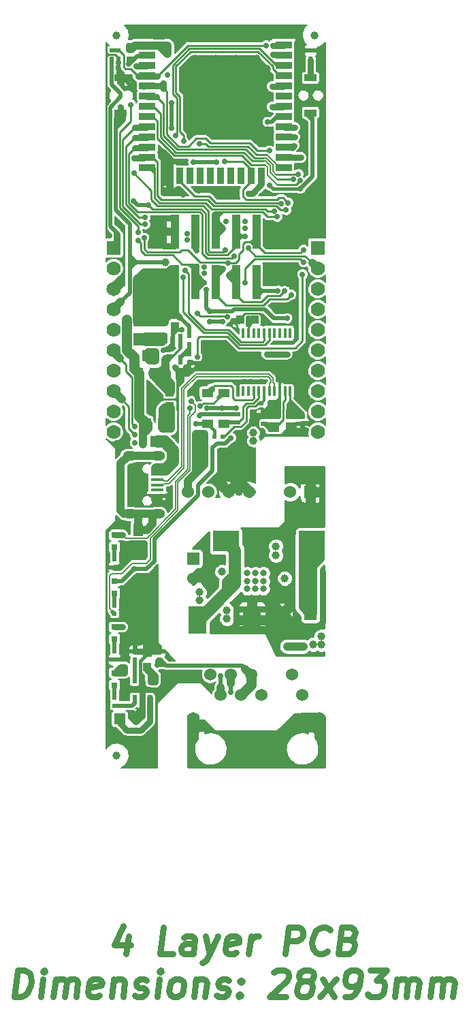
<source format=gbr>
G04 #@! TF.GenerationSoftware,KiCad,Pcbnew,5.99.0-unknown-d20d310~100~ubuntu18.04.1*
G04 #@! TF.CreationDate,2019-12-18T16:17:22+02:00*
G04 #@! TF.ProjectId,ESP32-PoE-ISO_Rev_D,45535033-322d-4506-9f45-2d49534f5f52,D*
G04 #@! TF.SameCoordinates,Original*
G04 #@! TF.FileFunction,Copper,L1,Top*
G04 #@! TF.FilePolarity,Positive*
%FSLAX46Y46*%
G04 Gerber Fmt 4.6, Leading zero omitted, Abs format (unit mm)*
G04 Created by KiCad (PCBNEW 5.99.0-unknown-d20d310~100~ubuntu18.04.1) date 2019-12-18 16:17:22*
%MOMM*%
%LPD*%
G04 APERTURE LIST*
%ADD10C,0.762000*%
%ADD11C,1.300000*%
%ADD12R,2.000000X0.900000*%
%ADD13R,0.900000X2.000000*%
%ADD14R,5.000000X5.000000*%
%ADD15C,2.000000*%
%ADD16R,1.500000X0.900000*%
%ADD17O,1.600000X2.999999*%
%ADD18C,1.524000*%
%ADD19R,3.000000X1.600000*%
%ADD20R,1.524000X1.524000*%
%ADD21R,1.400000X1.400000*%
%ADD22C,1.400000*%
%ADD23C,0.800000*%
%ADD24R,1.400000X1.200000*%
%ADD25R,2.200000X3.400000*%
%ADD26R,1.400000X1.000000*%
%ADD27R,1.000000X1.400000*%
%ADD28R,0.550000X0.500000*%
%ADD29R,0.550000X1.200000*%
%ADD30R,1.270000X1.524000*%
%ADD31R,0.800000X0.800000*%
%ADD32R,0.500000X0.550000*%
%ADD33C,1.778000*%
%ADD34R,1.778000X1.778000*%
%ADD35R,1.016000X1.016000*%
%ADD36R,0.325000X1.270000*%
%ADD37C,1.000000*%
%ADD38R,0.400000X0.400000*%
%ADD39R,1.422400X1.422400*%
%ADD40R,3.200000X2.500000*%
%ADD41R,1.000000X4.250000*%
%ADD42R,1.650000X0.500000*%
%ADD43R,1.650000X0.325000*%
%ADD44R,1.000000X1.100000*%
%ADD45O,1.800000X1.200000*%
%ADD46C,0.700000*%
%ADD47C,0.900000*%
%ADD48C,0.508000*%
%ADD49C,1.270000*%
%ADD50C,1.016000*%
%ADD51C,0.406400*%
%ADD52C,0.330200*%
%ADD53C,0.254000*%
%ADD54C,0.609600*%
%ADD55C,1.524000*%
%ADD56C,0.203200*%
%ADD57C,0.127000*%
%ADD58C,0.157480*%
G04 APERTURE END LIST*
D10*
X93277319Y-208724318D02*
X93002152Y-210925651D01*
X92648367Y-207466413D02*
X91567355Y-209824985D01*
X93611450Y-209824985D01*
X98819962Y-210925651D02*
X97247581Y-210925651D01*
X97660331Y-207623651D01*
X101335771Y-210925651D02*
X101551974Y-209196032D01*
X101434045Y-208881556D01*
X101139224Y-208724318D01*
X100510271Y-208724318D01*
X100176141Y-208881556D01*
X101355426Y-210768413D02*
X101021295Y-210925651D01*
X100235105Y-210925651D01*
X99940283Y-210768413D01*
X99822355Y-210453937D01*
X99861664Y-210139461D01*
X100058212Y-209824985D01*
X100392343Y-209667747D01*
X101178533Y-209667747D01*
X101512664Y-209510509D01*
X102868843Y-208724318D02*
X103379867Y-210925651D01*
X104441224Y-208724318D02*
X103379867Y-210925651D01*
X102967117Y-211711842D01*
X102790224Y-211869080D01*
X102456093Y-212026318D01*
X106701521Y-210768413D02*
X106367391Y-210925651D01*
X105738438Y-210925651D01*
X105443617Y-210768413D01*
X105325688Y-210453937D01*
X105482926Y-209196032D01*
X105679474Y-208881556D01*
X106013605Y-208724318D01*
X106642557Y-208724318D01*
X106937379Y-208881556D01*
X107055307Y-209196032D01*
X107015998Y-209510509D01*
X105404307Y-209824985D01*
X108254248Y-210925651D02*
X108529414Y-208724318D01*
X108450795Y-209353270D02*
X108647343Y-209038794D01*
X108824236Y-208881556D01*
X109158367Y-208724318D01*
X109472843Y-208724318D01*
X112814152Y-210925651D02*
X113226902Y-207623651D01*
X114484807Y-207623651D01*
X114779629Y-207780890D01*
X114917212Y-207938128D01*
X115035141Y-208252604D01*
X114976176Y-208724318D01*
X114779629Y-209038794D01*
X114602736Y-209196032D01*
X114268605Y-209353270D01*
X113010700Y-209353270D01*
X118042319Y-210611175D02*
X117865426Y-210768413D01*
X117374057Y-210925651D01*
X117059581Y-210925651D01*
X116607521Y-210768413D01*
X116332355Y-210453937D01*
X116214426Y-210139461D01*
X116135807Y-209510509D01*
X116194771Y-209038794D01*
X116430629Y-208409842D01*
X116627176Y-208095366D01*
X116980962Y-207780890D01*
X117472331Y-207623651D01*
X117786807Y-207623651D01*
X118238867Y-207780890D01*
X118376450Y-207938128D01*
X120735021Y-209196032D02*
X121187081Y-209353270D01*
X121324664Y-209510509D01*
X121442593Y-209824985D01*
X121383629Y-210296699D01*
X121187081Y-210611175D01*
X121010188Y-210768413D01*
X120676057Y-210925651D01*
X119418152Y-210925651D01*
X119830902Y-207623651D01*
X120931569Y-207623651D01*
X121226391Y-207780890D01*
X121363974Y-207938128D01*
X121481902Y-208252604D01*
X121442593Y-208567080D01*
X121246045Y-208881556D01*
X121069152Y-209038794D01*
X120735021Y-209196032D01*
X119634355Y-209196032D01*
X79086581Y-216241871D02*
X79499331Y-212939871D01*
X80285521Y-212939871D01*
X80737581Y-213097110D01*
X81012748Y-213411586D01*
X81130676Y-213726062D01*
X81209295Y-214355014D01*
X81150331Y-214826729D01*
X80914474Y-215455681D01*
X80717926Y-215770157D01*
X80364141Y-216084633D01*
X79872771Y-216241871D01*
X79086581Y-216241871D01*
X82388581Y-216241871D02*
X82663748Y-214040538D01*
X82801331Y-212939871D02*
X82624438Y-213097110D01*
X82762021Y-213254348D01*
X82938914Y-213097110D01*
X82801331Y-212939871D01*
X82762021Y-213254348D01*
X83960962Y-216241871D02*
X84236129Y-214040538D01*
X84196819Y-214355014D02*
X84373712Y-214197776D01*
X84707843Y-214040538D01*
X85179557Y-214040538D01*
X85474379Y-214197776D01*
X85592307Y-214512252D01*
X85376105Y-216241871D01*
X85592307Y-214512252D02*
X85788855Y-214197776D01*
X86122986Y-214040538D01*
X86594700Y-214040538D01*
X86889521Y-214197776D01*
X87007450Y-214512252D01*
X86791248Y-216241871D01*
X89641188Y-216084633D02*
X89307057Y-216241871D01*
X88678105Y-216241871D01*
X88383283Y-216084633D01*
X88265355Y-215770157D01*
X88422593Y-214512252D01*
X88619141Y-214197776D01*
X88953271Y-214040538D01*
X89582224Y-214040538D01*
X89877045Y-214197776D01*
X89994974Y-214512252D01*
X89955664Y-214826729D01*
X88343974Y-215141205D01*
X91469081Y-214040538D02*
X91193914Y-216241871D01*
X91429771Y-214355014D02*
X91606664Y-214197776D01*
X91940795Y-214040538D01*
X92412510Y-214040538D01*
X92707331Y-214197776D01*
X92825260Y-214512252D01*
X92609057Y-216241871D01*
X94043855Y-216084633D02*
X94338676Y-216241871D01*
X94967629Y-216241871D01*
X95301760Y-216084633D01*
X95498307Y-215770157D01*
X95517962Y-215612919D01*
X95400033Y-215298443D01*
X95105212Y-215141205D01*
X94633498Y-215141205D01*
X94338676Y-214983967D01*
X94220748Y-214669490D01*
X94240402Y-214512252D01*
X94436950Y-214197776D01*
X94771081Y-214040538D01*
X95242795Y-214040538D01*
X95537617Y-214197776D01*
X96854486Y-216241871D02*
X97129652Y-214040538D01*
X97267236Y-212939871D02*
X97090343Y-213097110D01*
X97227926Y-213254348D01*
X97404819Y-213097110D01*
X97267236Y-212939871D01*
X97227926Y-213254348D01*
X98898581Y-216241871D02*
X98603760Y-216084633D01*
X98466176Y-215927395D01*
X98348248Y-215612919D01*
X98466176Y-214669490D01*
X98662724Y-214355014D01*
X98839617Y-214197776D01*
X99173748Y-214040538D01*
X99645462Y-214040538D01*
X99940283Y-214197776D01*
X100077867Y-214355014D01*
X100195795Y-214669490D01*
X100077867Y-215612919D01*
X99881319Y-215927395D01*
X99704426Y-216084633D01*
X99370295Y-216241871D01*
X98898581Y-216241871D01*
X101689557Y-214040538D02*
X101414391Y-216241871D01*
X101650248Y-214355014D02*
X101827141Y-214197776D01*
X102161271Y-214040538D01*
X102632986Y-214040538D01*
X102927807Y-214197776D01*
X103045736Y-214512252D01*
X102829533Y-216241871D01*
X104264331Y-216084633D02*
X104559152Y-216241871D01*
X105188105Y-216241871D01*
X105522236Y-216084633D01*
X105718783Y-215770157D01*
X105738438Y-215612919D01*
X105620510Y-215298443D01*
X105325688Y-215141205D01*
X104853974Y-215141205D01*
X104559152Y-214983967D01*
X104441224Y-214669490D01*
X104460879Y-214512252D01*
X104657426Y-214197776D01*
X104991557Y-214040538D01*
X105463271Y-214040538D01*
X105758093Y-214197776D01*
X107114271Y-215927395D02*
X107251855Y-216084633D01*
X107074962Y-216241871D01*
X106937379Y-216084633D01*
X107114271Y-215927395D01*
X107074962Y-216241871D01*
X107330474Y-214197776D02*
X107468057Y-214355014D01*
X107291164Y-214512252D01*
X107153581Y-214355014D01*
X107330474Y-214197776D01*
X107291164Y-214512252D01*
X111379355Y-213254348D02*
X111556248Y-213097110D01*
X111890379Y-212939871D01*
X112676569Y-212939871D01*
X112971391Y-213097110D01*
X113108974Y-213254348D01*
X113226902Y-213568824D01*
X113187593Y-213883300D01*
X112971391Y-214355014D01*
X110848676Y-216241871D01*
X112892771Y-216241871D01*
X115015486Y-214355014D02*
X114720664Y-214197776D01*
X114583081Y-214040538D01*
X114465152Y-213726062D01*
X114484807Y-213568824D01*
X114681355Y-213254348D01*
X114858248Y-213097110D01*
X115192379Y-212939871D01*
X115821331Y-212939871D01*
X116116152Y-213097110D01*
X116253736Y-213254348D01*
X116371664Y-213568824D01*
X116352010Y-213726062D01*
X116155462Y-214040538D01*
X115978569Y-214197776D01*
X115644438Y-214355014D01*
X115015486Y-214355014D01*
X114681355Y-214512252D01*
X114504462Y-214669490D01*
X114307914Y-214983967D01*
X114229295Y-215612919D01*
X114347224Y-215927395D01*
X114484807Y-216084633D01*
X114779629Y-216241871D01*
X115408581Y-216241871D01*
X115742712Y-216084633D01*
X115919605Y-215927395D01*
X116116152Y-215612919D01*
X116194771Y-214983967D01*
X116076843Y-214669490D01*
X115939260Y-214512252D01*
X115644438Y-214355014D01*
X117138200Y-216241871D02*
X119142986Y-214040538D01*
X117413367Y-214040538D02*
X118867819Y-216241871D01*
X120282962Y-216241871D02*
X120911914Y-216241871D01*
X121246045Y-216084633D01*
X121422938Y-215927395D01*
X121796379Y-215455681D01*
X122032236Y-214826729D01*
X122189474Y-213568824D01*
X122071545Y-213254348D01*
X121933962Y-213097110D01*
X121639141Y-212939871D01*
X121010188Y-212939871D01*
X120676057Y-213097110D01*
X120499164Y-213254348D01*
X120302617Y-213568824D01*
X120204343Y-214355014D01*
X120322271Y-214669490D01*
X120459855Y-214826729D01*
X120754676Y-214983967D01*
X121383629Y-214983967D01*
X121717760Y-214826729D01*
X121894652Y-214669490D01*
X122091200Y-214355014D01*
X123368760Y-212939871D02*
X125412855Y-212939871D01*
X124154950Y-214197776D01*
X124626664Y-214197776D01*
X124921486Y-214355014D01*
X125059069Y-214512252D01*
X125176998Y-214826729D01*
X125078724Y-215612919D01*
X124882176Y-215927395D01*
X124705283Y-216084633D01*
X124371152Y-216241871D01*
X123427724Y-216241871D01*
X123132902Y-216084633D01*
X122995319Y-215927395D01*
X126415248Y-216241871D02*
X126690414Y-214040538D01*
X126651105Y-214355014D02*
X126827998Y-214197776D01*
X127162129Y-214040538D01*
X127633843Y-214040538D01*
X127928664Y-214197776D01*
X128046593Y-214512252D01*
X127830391Y-216241871D01*
X128046593Y-214512252D02*
X128243141Y-214197776D01*
X128577271Y-214040538D01*
X129048986Y-214040538D01*
X129343807Y-214197776D01*
X129461736Y-214512252D01*
X129245533Y-216241871D01*
X130817914Y-216241871D02*
X131093081Y-214040538D01*
X131053771Y-214355014D02*
X131230664Y-214197776D01*
X131564795Y-214040538D01*
X132036510Y-214040538D01*
X132331331Y-214197776D01*
X132449260Y-214512252D01*
X132233057Y-216241871D01*
X132449260Y-214512252D02*
X132645807Y-214197776D01*
X132979938Y-214040538D01*
X133451652Y-214040538D01*
X133746474Y-214197776D01*
X133864402Y-214512252D01*
X133648200Y-216241871D01*
D11*
X104940000Y-104235000D03*
X101340000Y-104235000D03*
X103140000Y-106035000D03*
X103140000Y-102435000D03*
X104940000Y-102435000D03*
X101340000Y-102435000D03*
X104940000Y-106035000D03*
D12*
X95640000Y-96725000D03*
X95640000Y-97995000D03*
X95640000Y-99265000D03*
X95640000Y-100535000D03*
X95640000Y-101805000D03*
X95640000Y-103075000D03*
X95640000Y-104345000D03*
X95640000Y-105615000D03*
X95640000Y-106885000D03*
X95640000Y-108155000D03*
X95640000Y-109425000D03*
X95640000Y-110695000D03*
X95640000Y-111965000D03*
X95640000Y-113235000D03*
D13*
X98440000Y-114235000D03*
X99710000Y-114235000D03*
X100980000Y-114235000D03*
X102250000Y-114235000D03*
X103520000Y-114235000D03*
X104790000Y-114235000D03*
X106060000Y-114235000D03*
X107330000Y-114235000D03*
X108600000Y-114235000D03*
X109870000Y-114235000D03*
D12*
X112640000Y-113235000D03*
X112640000Y-111965000D03*
X112640000Y-110695000D03*
X112640000Y-109425000D03*
X112640000Y-108155000D03*
X112640000Y-106885000D03*
X112640000Y-105615000D03*
X112640000Y-104345000D03*
X112640000Y-103075000D03*
X112640000Y-101805000D03*
X112640000Y-100535000D03*
X112640000Y-99265000D03*
X112640000Y-97995000D03*
X112640000Y-96725000D03*
D14*
X103140000Y-104235000D03*
D15*
X103140000Y-104235000D03*
D11*
X101340000Y-106035000D03*
D16*
X115959000Y-106444000D03*
X115959000Y-102090000D03*
X92321000Y-106444000D03*
X92321000Y-102090000D03*
D17*
X117000000Y-182393000D03*
X101400000Y-182393000D03*
D18*
X114915000Y-178793000D03*
X113645000Y-176253000D03*
X109835000Y-178793000D03*
X108565000Y-176253000D03*
X107295000Y-178793000D03*
X106025000Y-176253000D03*
X104755000Y-178793000D03*
X103485000Y-176253000D03*
D19*
X95377000Y-132150000D03*
X95377000Y-134550000D03*
D18*
X113411000Y-153543000D03*
D20*
X115951000Y-153543000D03*
D18*
X108331000Y-153543000D03*
X105791000Y-153543000D03*
X100711000Y-153543000D03*
X103251000Y-153543000D03*
D21*
X92209620Y-181759860D03*
D22*
X94221300Y-181757320D03*
D23*
X108077000Y-163592000D03*
X108077000Y-164592000D03*
X108077000Y-165592000D03*
X109077000Y-163592000D03*
X109077000Y-164592000D03*
X109077000Y-165592000D03*
X110077000Y-164592000D03*
X110077000Y-163592000D03*
X110077000Y-165592000D03*
D24*
X111338000Y-143853000D03*
X113538000Y-145453000D03*
X113538000Y-143853000D03*
X111338000Y-145453000D03*
D25*
X108683000Y-169418000D03*
X101883000Y-169418000D03*
D18*
X112423000Y-168656000D03*
D20*
X115923000Y-168656000D03*
D18*
X101346000Y-164318000D03*
D20*
X101346000Y-161818000D03*
D26*
X105156000Y-145029000D03*
X105156000Y-141229000D03*
X103124000Y-145029000D03*
X103124000Y-141229000D03*
D27*
X94620000Y-140970000D03*
X98420000Y-140970000D03*
X98420000Y-143002000D03*
X94620000Y-143002000D03*
D28*
X92075000Y-99695000D03*
X92075000Y-98679000D03*
X91186000Y-98679000D03*
X91186000Y-99695000D03*
X94107000Y-173355000D03*
X94107000Y-174371000D03*
D29*
X94046000Y-179354000D03*
X94996000Y-179354000D03*
X95946000Y-179354000D03*
X94046000Y-176754000D03*
X95946000Y-176754000D03*
D30*
X94488000Y-158242000D03*
X94488000Y-160274000D03*
D31*
X91567000Y-164592000D03*
X91567000Y-166116000D03*
X91567000Y-160401000D03*
X91567000Y-158877000D03*
D28*
X97155000Y-173355000D03*
X97155000Y-174371000D03*
X100838000Y-137414000D03*
X100838000Y-136398000D03*
X100838000Y-134112000D03*
X100838000Y-135128000D03*
X91567000Y-174371000D03*
X91567000Y-173355000D03*
X91567000Y-162941000D03*
X91567000Y-161925000D03*
X91567000Y-168656000D03*
X91567000Y-167640000D03*
X91567000Y-180086000D03*
X91567000Y-179070000D03*
D32*
X104013000Y-146685000D03*
X105029000Y-146685000D03*
X110871000Y-142494000D03*
X109855000Y-142494000D03*
D33*
X116840000Y-146080000D03*
X116840000Y-143540000D03*
X116840000Y-138460000D03*
X116840000Y-141000000D03*
X116840000Y-135920000D03*
X116840000Y-133380000D03*
D34*
X116840000Y-123220000D03*
D33*
X116840000Y-125760000D03*
X116840000Y-128300000D03*
X116840000Y-130840000D03*
X91440000Y-130840000D03*
X91440000Y-128300000D03*
X91440000Y-125760000D03*
D34*
X91440000Y-123220000D03*
D33*
X91440000Y-133380000D03*
X91440000Y-135920000D03*
X91440000Y-141000000D03*
X91440000Y-138460000D03*
X91440000Y-143540000D03*
X91440000Y-146080000D03*
D35*
X99695000Y-138684000D03*
X97917000Y-138684000D03*
X95631000Y-173482000D03*
X95631000Y-175260000D03*
D29*
X99756000Y-134463000D03*
X98806000Y-134463000D03*
X97856000Y-134463000D03*
X99756000Y-137063000D03*
X97856000Y-137063000D03*
D36*
X107565000Y-141033500D03*
X108215000Y-141033500D03*
X108865000Y-141033500D03*
X109515000Y-141033500D03*
X110165000Y-141033500D03*
X110815000Y-141033500D03*
X111465000Y-141033500D03*
X112115000Y-141033500D03*
X112765000Y-141033500D03*
X113415000Y-141033500D03*
X113415000Y-133794500D03*
X112765000Y-133794500D03*
X112115000Y-133794500D03*
X111465000Y-133794500D03*
X110815000Y-133794500D03*
X110165000Y-133794500D03*
X109515000Y-133794500D03*
X108865000Y-133794500D03*
X108215000Y-133794500D03*
X107565000Y-133794500D03*
D37*
X91821000Y-186309000D03*
X116459000Y-96774000D03*
X91821000Y-96774000D03*
D31*
X91567000Y-171831000D03*
X91567000Y-170307000D03*
D35*
X99060000Y-132969000D03*
X99060000Y-131191000D03*
D31*
X91567000Y-177546000D03*
X91567000Y-176022000D03*
D35*
X107188000Y-132080000D03*
X108966000Y-132080000D03*
D27*
X94554040Y-138775440D03*
X96456500Y-138775440D03*
X95501460Y-136565640D03*
X97469960Y-145069560D03*
X95567500Y-145069560D03*
X96522540Y-147279360D03*
D28*
X115951000Y-98679000D03*
X115951000Y-99695000D03*
X114935000Y-145034000D03*
X114935000Y-144018000D03*
D38*
X106710000Y-137406000D03*
X106710000Y-136406000D03*
X105910000Y-135606000D03*
X104910000Y-135606000D03*
X104110000Y-136406000D03*
X104110000Y-137406000D03*
X104910000Y-138206000D03*
X105910000Y-138206000D03*
D39*
X105410000Y-136906000D03*
D28*
X109982000Y-144018000D03*
X109982000Y-145034000D03*
X93345000Y-99695000D03*
X93345000Y-98679000D03*
D40*
X116094000Y-159639000D03*
X105394000Y-159639000D03*
D28*
X106934000Y-144907000D03*
X106934000Y-143891000D03*
D41*
X99060000Y-127458000D03*
X99060000Y-121208000D03*
X101600000Y-127458000D03*
X101600000Y-121208000D03*
X104140000Y-127458000D03*
X104140000Y-121208000D03*
X106680000Y-127458000D03*
X106680000Y-121208000D03*
X109220000Y-127458000D03*
X109220000Y-121208000D03*
D42*
X96876000Y-151266500D03*
D43*
X96876000Y-152004000D03*
X96876000Y-152654000D03*
X96876000Y-153304000D03*
D42*
X96876000Y-154041500D03*
D44*
X92326000Y-151154000D03*
X92326000Y-154154000D03*
D45*
X93476000Y-149054000D03*
X96946000Y-149054000D03*
X96946000Y-156254000D03*
X93476000Y-156254000D03*
D46*
X93853000Y-103378000D03*
X96647000Y-177165000D03*
X96647000Y-176403000D03*
X92583000Y-170307000D03*
X92583000Y-175260000D03*
X92583000Y-176022000D03*
D37*
X95123000Y-147574000D03*
X93091000Y-132080000D03*
X107061000Y-153543000D03*
D46*
X105664000Y-150749000D03*
D37*
X106553000Y-151892000D03*
X106553000Y-150749000D03*
X96520000Y-164973000D03*
X95504000Y-164973000D03*
X95504000Y-165989000D03*
X95504000Y-167005000D03*
X95504000Y-168021000D03*
X96520000Y-168021000D03*
D46*
X94996000Y-178054000D03*
X95885000Y-178054000D03*
X94107000Y-178054000D03*
X94996000Y-177165000D03*
X94234000Y-184150000D03*
X92202000Y-184150000D03*
X91186000Y-184150000D03*
X93218000Y-184150000D03*
X96647000Y-154813000D03*
X97409000Y-154813000D03*
X98171000Y-154813000D03*
X98171000Y-154051000D03*
X94424500Y-161480500D03*
X93599000Y-161480500D03*
X93599000Y-159893000D03*
D37*
X96520000Y-171196000D03*
X96520000Y-169037000D03*
X96520000Y-170053000D03*
X95504000Y-169037000D03*
X95504000Y-170053000D03*
X96520000Y-163957000D03*
D46*
X93599000Y-160655000D03*
X91567000Y-157797496D03*
D37*
X111760000Y-142494000D03*
D46*
X115316000Y-145796000D03*
X114173000Y-138176000D03*
X114173000Y-140208000D03*
X110109000Y-131826000D03*
X110109000Y-132588000D03*
X101854000Y-141859000D03*
X101346000Y-141224000D03*
X95250000Y-161480500D03*
D37*
X98679000Y-135572500D03*
D46*
X100457000Y-138049000D03*
X99060000Y-138049000D03*
X97663000Y-122936000D03*
X92075000Y-100228400D03*
X92075000Y-100965000D03*
X93853000Y-96774000D03*
X114427000Y-96774000D03*
X90805000Y-104902000D03*
X90805000Y-103632000D03*
X90932000Y-121666000D03*
X109855000Y-139785743D03*
X107696000Y-139785743D03*
X108458000Y-139785743D03*
D37*
X96520000Y-96774000D03*
D46*
X95123000Y-96012000D03*
D37*
X109474000Y-108585000D03*
D46*
X115189000Y-98679000D03*
X96393000Y-119507000D03*
X97663000Y-111252000D03*
X97663000Y-112776000D03*
X100076000Y-116600350D03*
X102044500Y-116141500D03*
D37*
X97790000Y-96139000D03*
X100330000Y-96139000D03*
X102870000Y-96139000D03*
X105410000Y-96139000D03*
X107950000Y-96139000D03*
X110490000Y-96139000D03*
D46*
X113030000Y-96012000D03*
X93853000Y-96012000D03*
D37*
X99060000Y-96774000D03*
X101600000Y-97155000D03*
X104140000Y-97155000D03*
X106680000Y-97155000D03*
X109220000Y-97155000D03*
D46*
X114427000Y-96012000D03*
X97663000Y-113538000D03*
X97663000Y-114300000D03*
X97663000Y-115062000D03*
X117348000Y-98679000D03*
X117348000Y-99695000D03*
X117348000Y-100965000D03*
X117348000Y-102235000D03*
X117348000Y-103251000D03*
X117348000Y-105283000D03*
X117348000Y-106299000D03*
X117348000Y-107315000D03*
X117348000Y-108585000D03*
X117348000Y-109855000D03*
X117348000Y-111125000D03*
X117348000Y-112395000D03*
D37*
X100330000Y-100965000D03*
X101600000Y-99695000D03*
X104140000Y-99695000D03*
X106680000Y-99695000D03*
X109220000Y-99695000D03*
X102870000Y-100965000D03*
X105410000Y-100965000D03*
X107950000Y-100965000D03*
X110490000Y-100965000D03*
X109220000Y-102235000D03*
X107950000Y-103505000D03*
X109220000Y-104775000D03*
X107950000Y-106045000D03*
D46*
X116205000Y-103251000D03*
X114935000Y-103251000D03*
X116205000Y-105283000D03*
X114935000Y-105283000D03*
D37*
X110617000Y-108585000D03*
X110617000Y-109728000D03*
D46*
X91948000Y-120142000D03*
D37*
X107569000Y-147193000D03*
D47*
X107569000Y-146177000D03*
D46*
X97663000Y-135890000D03*
X99949000Y-133350000D03*
X91821000Y-147447000D03*
X97663000Y-112014000D03*
D37*
X102489000Y-107696002D03*
X96647000Y-136144000D03*
X96647000Y-137160000D03*
D46*
X93599000Y-105410000D03*
X94477435Y-121303850D03*
X97663000Y-102743000D03*
X110871000Y-111125000D03*
X110871000Y-115442996D03*
X114688913Y-115843128D03*
D37*
X108839000Y-146177000D03*
X108839000Y-147193000D03*
X97790000Y-129413000D03*
X97790000Y-130429000D03*
X97790000Y-131445000D03*
X97790000Y-132461000D03*
X97917000Y-127254000D03*
X97917000Y-126238000D03*
D46*
X97028000Y-129921000D03*
X97028000Y-130937000D03*
X107823000Y-119888000D03*
X107823000Y-120777000D03*
X105410000Y-119888000D03*
X100584000Y-121412000D03*
X100584000Y-122174000D03*
X93281500Y-98044000D03*
D37*
X97155000Y-98044000D03*
D46*
X94043500Y-98044000D03*
D37*
X98171000Y-98044000D03*
D46*
X102743000Y-125603000D03*
X102743000Y-126365000D03*
D37*
X98171000Y-99060000D03*
D46*
X94107000Y-147447000D03*
X98171000Y-101726988D03*
X106712509Y-143129000D03*
X103091479Y-143129000D03*
X96878939Y-175028061D03*
X93980000Y-163067994D03*
X106045000Y-146812000D03*
X104902000Y-143129000D03*
X94107000Y-146431000D03*
X101727000Y-145034000D03*
X100141480Y-109960758D03*
D37*
X97853500Y-124968000D03*
D46*
X93345000Y-100330000D03*
X92329000Y-105664000D03*
X95377000Y-120269000D03*
X111155990Y-105692601D03*
X95367917Y-119442038D03*
X94107000Y-145415000D03*
X102235000Y-142875000D03*
X99187000Y-109219994D03*
X111252000Y-99187000D03*
X111155990Y-103152601D03*
X108204000Y-123190000D03*
X105332150Y-123474968D03*
X94234000Y-100584000D03*
X93980000Y-113919000D03*
X111252000Y-98044000D03*
X106410622Y-124236990D03*
X115062000Y-124968000D03*
X102743000Y-127508000D03*
X94466418Y-122311477D03*
X107823000Y-127508000D03*
X114759018Y-111965009D03*
X107823000Y-121793000D03*
X93929098Y-117348014D03*
X95758000Y-117856000D03*
X108204000Y-116459000D03*
X105029000Y-120777000D03*
X111800119Y-119360801D03*
X112259169Y-117673446D03*
X111887000Y-128523990D03*
X93980000Y-112014000D03*
X112903011Y-118514828D03*
X105791000Y-126619000D03*
X112747155Y-128552845D03*
X113157000Y-117602000D03*
X105226229Y-112447424D03*
X113538000Y-129032000D03*
X105029000Y-125730000D03*
X113918984Y-110490016D03*
X110617000Y-107569000D03*
X108204000Y-131953000D03*
X108204000Y-132715000D03*
X102108000Y-144018000D03*
X98552000Y-147447000D03*
X98044000Y-148082000D03*
X97536000Y-147279360D03*
X101346000Y-112522000D03*
X104267000Y-112522000D03*
X98679000Y-105156000D03*
X98679000Y-108331000D03*
D37*
X117284500Y-172466000D03*
X116268500Y-172466000D03*
X117284500Y-171450000D03*
X102108000Y-165989000D03*
X102108000Y-167005000D03*
X98552000Y-144526000D03*
X98552000Y-145669000D03*
X101727000Y-147447000D03*
X101727000Y-146304000D03*
X102743000Y-146304000D03*
X101727000Y-151130000D03*
X102489000Y-150368000D03*
X113030000Y-172720000D03*
X115062000Y-172720000D03*
D46*
X114622118Y-114876118D03*
X113792000Y-114681000D03*
X110393990Y-98044000D03*
X116840000Y-161163000D03*
X115049300Y-162560000D03*
X115785900Y-162560000D03*
X116522500Y-162560000D03*
X116840000Y-161899600D03*
X101790500Y-123571000D03*
D37*
X105409989Y-164719000D03*
D46*
X100330005Y-125984000D03*
X100076000Y-126873000D03*
X113030000Y-136398000D03*
X102997000Y-128397000D03*
X103378000Y-131064000D03*
X113030000Y-131953000D03*
X102108008Y-110236000D03*
X105664000Y-125095000D03*
X115062000Y-123444000D03*
X95250000Y-121950986D03*
X113982500Y-108250103D03*
X96774000Y-104394000D03*
X114427000Y-114046000D03*
X101854000Y-131318000D03*
X101854000Y-136779000D03*
X114935000Y-126492000D03*
X113967984Y-109425000D03*
X111441342Y-118615666D03*
X100965006Y-143129000D03*
X104775000Y-176402960D03*
X106044996Y-178435000D03*
D37*
X112712500Y-164274500D03*
X105537000Y-168275000D03*
X105537000Y-169291000D03*
X104902000Y-163449000D03*
X111633000Y-161417000D03*
X111633000Y-160274000D03*
D46*
X111252000Y-168275000D03*
X111252000Y-169291000D03*
X113411000Y-169799000D03*
X111887000Y-169799000D03*
X112649000Y-169799000D03*
X114300000Y-150622000D03*
X114300000Y-151384000D03*
X115316000Y-152146000D03*
X115316000Y-151384000D03*
X115316000Y-150622000D03*
X116332000Y-152146000D03*
X116332000Y-151384000D03*
X114300000Y-152146000D03*
X117348000Y-151384000D03*
X117348000Y-152146000D03*
X115570000Y-156781500D03*
X116459000Y-156781500D03*
X117348000Y-153543000D03*
X117348000Y-154940000D03*
X117348000Y-156781500D03*
X117475000Y-163449000D03*
X117475000Y-164211000D03*
D37*
X106680000Y-170688000D03*
X105537000Y-170688000D03*
X107823000Y-170688000D03*
X104394000Y-170688000D03*
X112013990Y-158496010D03*
X110871000Y-158496010D03*
X109728000Y-158496000D03*
X108585000Y-158496000D03*
X102997000Y-159766000D03*
X102977000Y-164318000D03*
X106045000Y-184150000D03*
X106045000Y-186690000D03*
X107315000Y-185420000D03*
X108585000Y-184150000D03*
X108585000Y-186690000D03*
X111125000Y-186690000D03*
X117387990Y-187387990D03*
X117387990Y-185420000D03*
X109855000Y-185420000D03*
X111125000Y-184150000D03*
X112395000Y-185420000D03*
X113538000Y-182880000D03*
X114935000Y-182880000D03*
X102870000Y-182880000D03*
X101092000Y-187325000D03*
X101092000Y-185420000D03*
X114935000Y-181483000D03*
D46*
X101092000Y-142240000D03*
X110490000Y-136398000D03*
X103378000Y-132334000D03*
X104983227Y-132378110D03*
X105578732Y-131804243D03*
X106299000Y-132270500D03*
D48*
X92621000Y-102090000D02*
X93853000Y-103322000D01*
X93853000Y-103322000D02*
X93853000Y-103378000D01*
X92321000Y-102090000D02*
X92621000Y-102090000D01*
X95946000Y-176754000D02*
X95946000Y-176469000D01*
X95946000Y-176469000D02*
X96012000Y-176403000D01*
X95946000Y-176754000D02*
X95946000Y-177099000D01*
X95946000Y-177099000D02*
X96012000Y-177165000D01*
X96266000Y-177165000D02*
X96647000Y-177165000D01*
X96012000Y-177165000D02*
X96266000Y-177165000D01*
X96266000Y-176403000D02*
X96647000Y-176403000D01*
X96266000Y-176403000D02*
X96266000Y-177165000D01*
X96012000Y-176403000D02*
X96266000Y-176403000D01*
D10*
X96647000Y-176403000D02*
X95885000Y-175641000D01*
X95631000Y-175260000D02*
X95631000Y-175707000D01*
X92836971Y-176022000D02*
X92837000Y-176022029D01*
X91567000Y-176022000D02*
X92836971Y-176022000D01*
X92837000Y-175260012D02*
X92837012Y-175260000D01*
X92837000Y-176022029D02*
X92837000Y-175260012D01*
X92837012Y-175260000D02*
X92329000Y-175260000D01*
X92329000Y-175260000D02*
X91567000Y-176022000D01*
X96647000Y-176403000D02*
X96647000Y-177165000D01*
X96012000Y-176088000D02*
X95631000Y-175707000D01*
X96647000Y-177165000D02*
X96012000Y-177165000D01*
X96012000Y-177165000D02*
X96012000Y-176088000D01*
X96012000Y-176688000D02*
X96012000Y-176088000D01*
X92583000Y-170307000D02*
X91567000Y-170307000D01*
D49*
X94620000Y-143002000D02*
X94620000Y-142245000D01*
X94620000Y-140970000D02*
X94620000Y-142245000D01*
X94615000Y-138836400D02*
X94615000Y-140970000D01*
X95567500Y-145069560D02*
X94615000Y-144117060D01*
X94615000Y-144117060D02*
X94615000Y-143002000D01*
D50*
X95567500Y-145069560D02*
X95123000Y-145514060D01*
X95123000Y-146304000D02*
X95123000Y-144653000D01*
X95123000Y-145514060D02*
X95123000Y-146304000D01*
X95123000Y-146304000D02*
X95758000Y-145669000D01*
X95758000Y-145669000D02*
X95758000Y-145161000D01*
X95123000Y-146304000D02*
X95123000Y-147574000D01*
D49*
X93980000Y-136779000D02*
X93091000Y-135890000D01*
X93091000Y-135890000D02*
X93091000Y-132080000D01*
X93980000Y-138201400D02*
X93980000Y-136779000D01*
X94554040Y-138775440D02*
X93980000Y-138201400D01*
D48*
X91440000Y-123220000D02*
X91186000Y-122966000D01*
X91694000Y-121158000D02*
X91694000Y-123063000D01*
X91694000Y-123063000D02*
X91440000Y-123317000D01*
X91694000Y-121158000D02*
X92075000Y-121539000D01*
X92075000Y-121539000D02*
X92075000Y-123190000D01*
X92075000Y-123190000D02*
X91440000Y-123190000D01*
X92329000Y-104013000D02*
X92329000Y-104457500D01*
X91186000Y-99695000D02*
X91186000Y-102870000D01*
X91186000Y-102870000D02*
X92329000Y-104013000D01*
X91039021Y-105747479D02*
X91039021Y-120503021D01*
X91039021Y-120503021D02*
X91694000Y-121158000D01*
X92329000Y-104457500D02*
X91039021Y-105747479D01*
D10*
X94996000Y-179354000D02*
X94996000Y-178054000D01*
X94996000Y-178054000D02*
X95885000Y-178054000D01*
X94996000Y-178054000D02*
X94107000Y-178054000D01*
X94996000Y-178054000D02*
X94996000Y-177165000D01*
X94996000Y-179354000D02*
X94996000Y-180340000D01*
X93853000Y-181483000D02*
X94996000Y-180340000D01*
X93853000Y-181737000D02*
X93853000Y-181483000D01*
X94221300Y-181757320D02*
X93873320Y-181757320D01*
X93873320Y-181757320D02*
X93853000Y-181737000D01*
X94615000Y-181737000D02*
X94234000Y-181737000D01*
X94996000Y-180340000D02*
X94996000Y-181356000D01*
X94996000Y-181356000D02*
X94615000Y-181737000D01*
D48*
X95631000Y-173482000D02*
X95631000Y-173355000D01*
D51*
X95631000Y-173649638D02*
X95631000Y-173482000D01*
X94742000Y-174538638D02*
X95631000Y-173649638D01*
X94996000Y-177165000D02*
X94996000Y-176403000D01*
X94742000Y-176149000D02*
X94742000Y-174538638D01*
X94996000Y-176403000D02*
X94742000Y-176149000D01*
D10*
X96520000Y-173355000D02*
X95631000Y-173355000D01*
X97155000Y-173355000D02*
X96520000Y-173355000D01*
D48*
X93345000Y-173355000D02*
X94107000Y-173355000D01*
X91567000Y-174371000D02*
X92329000Y-174371000D01*
X92329000Y-174371000D02*
X93345000Y-173355000D01*
D10*
X94742000Y-173355000D02*
X95631000Y-173355000D01*
X94107000Y-173355000D02*
X94742000Y-173355000D01*
X97155000Y-173355000D02*
X97155000Y-173228000D01*
X97155000Y-173228000D02*
X96520000Y-172593000D01*
X96520000Y-168021000D02*
X96520000Y-172593000D01*
X96520000Y-172593000D02*
X96520000Y-173355000D01*
D51*
X96876000Y-154041500D02*
X96402500Y-154041500D01*
X96402500Y-154041500D02*
X96393000Y-154051000D01*
X96876000Y-154041500D02*
X97272500Y-154041500D01*
X97272500Y-154041500D02*
X97282000Y-154051000D01*
X98161500Y-154041500D02*
X98171000Y-154051000D01*
D48*
X96876000Y-154041500D02*
X98161500Y-154041500D01*
X97282000Y-154813000D02*
X98171000Y-154813000D01*
X98171000Y-154051000D02*
X98171000Y-154813000D01*
X96647000Y-154813000D02*
X97282000Y-154813000D01*
X96393000Y-154051000D02*
X96393000Y-154559000D01*
X96393000Y-154559000D02*
X96647000Y-154813000D01*
X97282000Y-154686000D02*
X97409000Y-154813000D01*
X97282000Y-154051000D02*
X97282000Y-154686000D01*
D10*
X93599000Y-159893000D02*
X94488000Y-159893000D01*
X94488000Y-159893000D02*
X94488000Y-160337500D01*
X93599000Y-160655000D02*
X93599000Y-159893000D01*
X94424500Y-161480500D02*
X94488000Y-161417000D01*
X93599000Y-161480500D02*
X94424500Y-161480500D01*
X93662500Y-161036000D02*
X94488000Y-161036000D01*
X93599000Y-161099500D02*
X93662500Y-161036000D01*
X94488000Y-161036000D02*
X94488000Y-160274000D01*
X94488000Y-161417000D02*
X94488000Y-161036000D01*
X93599000Y-161099500D02*
X93599000Y-160655000D01*
X93599000Y-161480500D02*
X93599000Y-161099500D01*
D48*
X111338000Y-143853000D02*
X111173000Y-144018000D01*
X111173000Y-144018000D02*
X110744000Y-144018000D01*
D52*
X112115000Y-142139000D02*
X111760000Y-142494000D01*
X112115000Y-141033500D02*
X112115000Y-142139000D01*
D10*
X111338000Y-143853000D02*
X111760000Y-143431000D01*
X111760000Y-143431000D02*
X111760000Y-142494000D01*
D48*
X109982000Y-143764000D02*
X109982000Y-144018000D01*
X110871000Y-142494000D02*
X110871000Y-142875000D01*
X110490000Y-143256000D02*
X110490000Y-144018000D01*
X110490000Y-144018000D02*
X110765000Y-144018000D01*
X109982000Y-144018000D02*
X110490000Y-144018000D01*
X110490000Y-143256000D02*
X109982000Y-143764000D01*
X110871000Y-142875000D02*
X110490000Y-143256000D01*
X111252000Y-142494000D02*
X111252000Y-143129000D01*
X111252000Y-142494000D02*
X111760000Y-142494000D01*
X110871000Y-142494000D02*
X111252000Y-142494000D01*
X111252000Y-143129000D02*
X110871000Y-143510000D01*
D52*
X112115000Y-144171000D02*
X112014000Y-144272000D01*
X112115000Y-142150500D02*
X112115000Y-144171000D01*
X112115000Y-141859000D02*
X111760000Y-142214000D01*
X110871000Y-142240000D02*
X111754046Y-142240000D01*
D48*
X114152000Y-145034000D02*
X113771000Y-145415000D01*
X114935000Y-145034000D02*
X114152000Y-145034000D01*
X113771000Y-145415000D02*
X113538000Y-145415000D01*
X109982000Y-144018000D02*
X110172500Y-144208500D01*
X110172500Y-144208500D02*
X110617000Y-144208500D01*
X110617000Y-144208500D02*
X112014000Y-144208500D01*
D53*
X109410500Y-145444702D02*
X110396798Y-146431000D01*
X109410500Y-144564500D02*
X109410500Y-145444702D01*
X109982000Y-144018000D02*
X109957000Y-144018000D01*
X110490000Y-144335500D02*
X110617000Y-144208500D01*
X109639500Y-144335500D02*
X110490000Y-144335500D01*
X109639500Y-144335500D02*
X109410500Y-144564500D01*
X109957000Y-144018000D02*
X109639500Y-144335500D01*
X110934500Y-142621000D02*
X110998000Y-142621000D01*
X109410500Y-144145000D02*
X110934500Y-142621000D01*
X109410500Y-144335500D02*
X109855000Y-143891000D01*
X109410500Y-144335500D02*
X109410500Y-144145000D01*
X109410500Y-144564500D02*
X109410500Y-144335500D01*
D48*
X114935000Y-145034000D02*
X114935000Y-145792000D01*
X114931000Y-145796000D02*
X113538000Y-145796000D01*
X113538000Y-145796000D02*
X113538000Y-145415000D01*
X112649010Y-146303990D02*
X112649000Y-146304000D01*
D53*
X112522000Y-146431000D02*
X112649000Y-146304000D01*
X112649000Y-146304000D02*
X113538000Y-145415000D01*
D48*
X113500000Y-145453000D02*
X112649000Y-146304000D01*
X113538000Y-145453000D02*
X113500000Y-145453000D01*
X114935000Y-146304000D02*
X112653010Y-146304000D01*
D10*
X115316000Y-145796000D02*
X114935000Y-145796000D01*
D53*
X112115000Y-141033500D02*
X112115000Y-140144500D01*
X112115000Y-140144500D02*
X112115000Y-139954000D01*
X112115000Y-139954000D02*
X112369000Y-139700000D01*
X112369000Y-139700000D02*
X112115000Y-139446000D01*
X112115000Y-140144500D02*
X112115000Y-139446000D01*
X113665000Y-139700000D02*
X113823001Y-139858001D01*
X113823001Y-139858001D02*
X114173000Y-140208000D01*
X112369000Y-139700000D02*
X113665000Y-139700000D01*
X112115000Y-139446000D02*
X112115000Y-138583000D01*
X112522000Y-138176000D02*
X114173000Y-138176000D01*
X112115000Y-138583000D02*
X112522000Y-138176000D01*
X107565000Y-132457000D02*
X107188000Y-132080000D01*
D10*
X91567000Y-162941000D02*
X92138500Y-162941000D01*
X93249001Y-161830499D02*
X93599000Y-161480500D01*
X92138500Y-162941000D02*
X93249001Y-161830499D01*
X94424500Y-161480500D02*
X95250000Y-161480500D01*
X95250000Y-161480500D02*
X95250000Y-159893000D01*
X95250000Y-159893000D02*
X93599000Y-159893000D01*
D48*
X99822000Y-138684000D02*
X100457000Y-138049000D01*
X99695000Y-138684000D02*
X99822000Y-138684000D01*
X100838000Y-137668000D02*
X100457000Y-138049000D01*
X100838000Y-137414000D02*
X100838000Y-137668000D01*
X100838000Y-137414000D02*
X100965000Y-137541000D01*
X100965000Y-137541000D02*
X104013000Y-137541000D01*
X104013000Y-137541000D02*
X104140000Y-137414000D01*
X98806000Y-135445500D02*
X98679000Y-135572500D01*
X98806000Y-134463000D02*
X98806000Y-135445500D01*
X98806000Y-133223000D02*
X99060000Y-132969000D01*
X98806000Y-134463000D02*
X98806000Y-133731000D01*
X98806000Y-133731000D02*
X98806000Y-133223000D01*
X99314000Y-133350000D02*
X98806000Y-133858000D01*
X99060000Y-132969000D02*
X99314000Y-132969000D01*
X99314000Y-132969000D02*
X99314000Y-133350000D01*
D10*
X99060000Y-138049000D02*
X99695000Y-138684000D01*
X99060000Y-121208000D02*
X99060000Y-122936000D01*
D53*
X107188000Y-132080000D02*
X107188000Y-131953000D01*
X107188000Y-131953000D02*
X107823000Y-131318000D01*
X109601000Y-131318000D02*
X110109000Y-131826000D01*
X107823000Y-131318000D02*
X109601000Y-131318000D01*
D48*
X92075000Y-99695000D02*
X92075000Y-100330000D01*
D53*
X90805000Y-99187000D02*
X90551000Y-99441000D01*
X92075000Y-99695000D02*
X92075000Y-99601798D01*
X91660202Y-99187000D02*
X90805000Y-99187000D01*
X92075000Y-99601798D02*
X91660202Y-99187000D01*
D48*
X92075000Y-100330000D02*
X92075000Y-100838000D01*
X92075000Y-100965000D02*
X92075000Y-100838000D01*
D10*
X93864000Y-96785000D02*
X93853000Y-96774000D01*
X95140000Y-96785000D02*
X93864000Y-96785000D01*
X113140000Y-96825000D02*
X114376000Y-96825000D01*
X114376000Y-96825000D02*
X114427000Y-96774000D01*
X103621000Y-96785000D02*
X95140000Y-96785000D01*
X113140000Y-96825000D02*
X113100000Y-96785000D01*
X113100000Y-96785000D02*
X103621000Y-96785000D01*
D53*
X90551000Y-99441000D02*
X90551000Y-98933000D01*
X90805000Y-99187000D02*
X90551000Y-98933000D01*
X90551000Y-98933000D02*
X90551000Y-98044000D01*
X90805000Y-103632000D02*
X90805000Y-104902000D01*
X90805000Y-103378000D02*
X90551000Y-103124000D01*
X90551000Y-99441000D02*
X90551000Y-103124000D01*
X90805000Y-103632000D02*
X90805000Y-103378000D01*
X90805000Y-104902000D02*
X90805000Y-105156000D01*
X90551000Y-103124000D02*
X90551000Y-105410000D01*
X90805000Y-105156000D02*
X90551000Y-105410000D01*
X90582001Y-121316001D02*
X90932000Y-121666000D01*
X90551000Y-105410000D02*
X90531010Y-105429990D01*
X90531010Y-105429990D02*
X90531010Y-121265010D01*
X90531010Y-121265010D02*
X90582001Y-121316001D01*
D50*
X96520000Y-96774000D02*
X97663000Y-96774000D01*
D48*
X115951000Y-98679000D02*
X115189000Y-98679000D01*
D10*
X97663000Y-122936000D02*
X98552000Y-122936000D01*
X99060000Y-122936000D02*
X98552000Y-122936000D01*
X97663000Y-119507000D02*
X96393000Y-119507000D01*
X98933000Y-119507000D02*
X97663000Y-119507000D01*
X99060000Y-121208000D02*
X99060000Y-119634000D01*
X99060000Y-119634000D02*
X98933000Y-119507000D01*
X97740000Y-121208000D02*
X97663000Y-121285000D01*
X99060000Y-121208000D02*
X97740000Y-121208000D01*
X97663000Y-122936000D02*
X97663000Y-121285000D01*
X97663000Y-121285000D02*
X97663000Y-119507000D01*
D50*
X95123000Y-96647000D02*
X95123000Y-96139000D01*
D48*
X115189000Y-98679000D02*
X114617500Y-98107500D01*
X114617500Y-96964500D02*
X114427000Y-96774000D01*
X114617500Y-98107500D02*
X114617500Y-96964500D01*
D50*
X95123000Y-96139000D02*
X114427000Y-96139000D01*
X114427000Y-96139000D02*
X114427000Y-96774000D01*
D48*
X93980000Y-96139000D02*
X93853000Y-96012000D01*
D50*
X95123000Y-96139000D02*
X93980000Y-96139000D01*
D10*
X93853000Y-96012000D02*
X93853000Y-96774000D01*
X98425000Y-114300000D02*
X97663000Y-114300000D01*
X97663000Y-115062000D02*
X98425000Y-115062000D01*
X98425000Y-115062000D02*
X98425000Y-114300000D01*
X97663000Y-114300000D02*
X97663000Y-115062000D01*
X97663000Y-114300000D02*
X97663000Y-113538000D01*
D48*
X115951000Y-98679000D02*
X117348000Y-98679000D01*
D53*
X91567000Y-162941000D02*
X90551000Y-162941000D01*
X91376504Y-157797496D02*
X91567000Y-157797496D01*
X90551000Y-162941000D02*
X90551000Y-158623000D01*
X90551000Y-158623000D02*
X91376504Y-157797496D01*
X90559001Y-169553001D02*
X95004001Y-169553001D01*
X95004001Y-169553001D02*
X95504000Y-170053000D01*
X90551000Y-162941000D02*
X90551000Y-169545000D01*
X90551000Y-169545000D02*
X90559001Y-169553001D01*
X90551000Y-184150000D02*
X91186000Y-184150000D01*
X90551000Y-169545000D02*
X90551000Y-184150000D01*
X90551000Y-184150000D02*
X90551000Y-184912000D01*
D48*
X107569000Y-147193000D02*
X107569000Y-146177000D01*
D53*
X99695000Y-138684000D02*
X99314000Y-139065000D01*
X99314000Y-141986000D02*
X97155000Y-141986000D01*
X99314000Y-139065000D02*
X99314000Y-141986000D01*
X99314000Y-141986000D02*
X99314000Y-143383000D01*
D48*
X92075000Y-101844000D02*
X92075000Y-100965000D01*
X92321000Y-102090000D02*
X92075000Y-101844000D01*
D10*
X115062000Y-145796000D02*
X114935000Y-145923000D01*
X115316000Y-145796000D02*
X115062000Y-145796000D01*
D48*
X107569000Y-146177000D02*
X107569000Y-146084388D01*
X108966000Y-144145000D02*
X109410500Y-144145000D01*
X108585000Y-145068388D02*
X108585000Y-144526000D01*
X108585000Y-144526000D02*
X108966000Y-144145000D01*
D54*
X108497514Y-145068388D02*
X108585000Y-145068388D01*
X107569000Y-145996902D02*
X108497514Y-145068388D01*
X107569000Y-146084388D02*
X107569000Y-145996902D01*
D48*
X99441000Y-133350000D02*
X99949000Y-133350000D01*
X99060000Y-132969000D02*
X99441000Y-133350000D01*
X98361500Y-135890000D02*
X97663000Y-135890000D01*
X98679000Y-135572500D02*
X98361500Y-135890000D01*
D10*
X97663000Y-113538000D02*
X97663000Y-111252000D01*
X98425000Y-114770000D02*
X98425000Y-112776000D01*
X98425000Y-112776000D02*
X97663000Y-112014000D01*
X98440000Y-113917026D02*
X98440000Y-114785000D01*
X98440000Y-114785000D02*
X98425000Y-114770000D01*
X97663000Y-111252000D02*
X98425000Y-112014000D01*
X98425000Y-112014000D02*
X98425000Y-112776000D01*
D48*
X102489000Y-106988896D02*
X102489000Y-107696002D01*
X102489000Y-106680000D02*
X102489000Y-106988896D01*
X103124000Y-106045000D02*
X102489000Y-106680000D01*
D53*
X114681000Y-146431000D02*
X115316000Y-145796000D01*
X110396798Y-146431000D02*
X112395000Y-146431000D01*
X112395000Y-146431000D02*
X114681000Y-146431000D01*
X112395000Y-146431000D02*
X112522000Y-146431000D01*
D48*
X114935000Y-145923000D02*
X114935000Y-145669000D01*
X114935000Y-145643610D02*
X114935000Y-146405600D01*
X114931000Y-146405600D02*
X112649010Y-146405600D01*
X92209620Y-181759860D02*
X92209620Y-181998620D01*
D10*
X92209620Y-182252620D02*
X92209620Y-181759860D01*
X93091000Y-183134000D02*
X92209620Y-182252620D01*
X94869000Y-183134000D02*
X93091000Y-183134000D01*
X95946000Y-179354000D02*
X95946000Y-182057000D01*
X95946000Y-182057000D02*
X94869000Y-183134000D01*
X95946000Y-179354000D02*
X95948500Y-179351500D01*
X95948500Y-179351500D02*
X95948500Y-179133500D01*
D50*
X95504000Y-136779000D02*
X95504000Y-136525000D01*
X95948500Y-136144000D02*
X96647000Y-136144000D01*
X95504000Y-136398000D02*
X95758000Y-136144000D01*
X95758000Y-136144000D02*
X95948500Y-136144000D01*
X95939894Y-137160000D02*
X95558894Y-136779000D01*
X96647000Y-137160000D02*
X95939894Y-137160000D01*
X95558894Y-136779000D02*
X95504000Y-136779000D01*
X96647000Y-136144000D02*
X96647000Y-137160000D01*
D53*
X94477435Y-120512435D02*
X94477435Y-121303850D01*
X93599000Y-105410000D02*
X93599000Y-107442000D01*
X93599000Y-107442000D02*
X92182043Y-108858957D01*
X92182043Y-108858957D02*
X92182043Y-118217043D01*
X92182043Y-118217043D02*
X94477435Y-120512435D01*
D10*
X115959000Y-102090000D02*
X115959000Y-99822000D01*
D48*
X115951000Y-99814000D02*
X115951000Y-99695000D01*
X115959000Y-99822000D02*
X115951000Y-99814000D01*
D10*
X95140000Y-103135000D02*
X95151000Y-103124000D01*
X95640000Y-103075000D02*
X96950000Y-103075000D01*
D51*
X114193939Y-115843128D02*
X114688913Y-115843128D01*
X110871000Y-115442996D02*
X111271132Y-115843128D01*
X111271132Y-115843128D02*
X114193939Y-115843128D01*
D48*
X116205000Y-114327041D02*
X114688913Y-115843128D01*
X115959000Y-106444000D02*
X115969000Y-106444000D01*
X115969000Y-106444000D02*
X116205000Y-106680000D01*
X116205000Y-107569000D02*
X116205000Y-107315000D01*
X116205000Y-106680000D02*
X116205000Y-107569000D01*
X116205000Y-107569000D02*
X116205000Y-114327041D01*
X116205000Y-107315000D02*
X115570000Y-106680000D01*
D10*
X96950000Y-103075000D02*
X97331000Y-103075000D01*
X97331000Y-103075000D02*
X97663000Y-102743000D01*
X97360000Y-103075000D02*
X96950000Y-103075000D01*
X97663000Y-102743000D02*
X97663000Y-103378000D01*
X97663000Y-103378000D02*
X97360000Y-103075000D01*
D53*
X108407190Y-110185190D02*
X109347000Y-111125000D01*
X103454190Y-110185190D02*
X108407190Y-110185190D01*
X102870000Y-109601000D02*
X103454190Y-110185190D01*
X98044000Y-103759000D02*
X98044000Y-109118469D01*
X99490299Y-110564768D02*
X100763232Y-110564768D01*
X109347000Y-111125000D02*
X110871000Y-111125000D01*
X100763232Y-110564768D02*
X101727000Y-109601000D01*
X97663000Y-103378000D02*
X98044000Y-103759000D01*
X98044000Y-109118469D02*
X99490299Y-110564768D01*
X101727000Y-109601000D02*
X102870000Y-109601000D01*
D50*
X99060000Y-127458000D02*
X99060000Y-128778000D01*
X99060000Y-128778000D02*
X98806000Y-129032000D01*
X97790000Y-128397000D02*
X99060000Y-128397000D01*
X97155000Y-129032000D02*
X97790000Y-128397000D01*
X96901000Y-130048000D02*
X96901000Y-131064000D01*
X97917000Y-130048000D02*
X96901000Y-130048000D01*
X97917000Y-129159000D02*
X98044000Y-129032000D01*
X97917000Y-130048000D02*
X97917000Y-129159000D01*
X98806000Y-129032000D02*
X98044000Y-129032000D01*
X98044000Y-129032000D02*
X97155000Y-129032000D01*
X97917000Y-130048000D02*
X98933000Y-129032000D01*
X96139000Y-130048000D02*
X96139000Y-131064000D01*
X96139000Y-131064000D02*
X96901000Y-131064000D01*
X97155000Y-129032000D02*
X96139000Y-130048000D01*
X96139000Y-130048000D02*
X95123000Y-131064000D01*
X94488000Y-131699000D02*
X95123000Y-131064000D01*
X95123000Y-131064000D02*
X96139000Y-131064000D01*
X94869000Y-132080000D02*
X94488000Y-131699000D01*
X95377000Y-132150000D02*
X95307000Y-132080000D01*
X95307000Y-132080000D02*
X94869000Y-132080000D01*
X96782535Y-131055465D02*
X97781465Y-131055465D01*
X97781465Y-131055465D02*
X97790000Y-131064000D01*
X97790000Y-132080000D02*
X97790000Y-131064000D01*
X95504000Y-132461000D02*
X95377000Y-132334000D01*
X96901000Y-131064000D02*
X96901000Y-132461000D01*
X96901000Y-132461000D02*
X95504000Y-132461000D01*
X97917000Y-131191000D02*
X97790000Y-131064000D01*
X99060000Y-131191000D02*
X97917000Y-131191000D01*
X97790000Y-130492500D02*
X97790000Y-130048000D01*
X99060000Y-130492500D02*
X97790000Y-130492500D01*
X97790000Y-131064000D02*
X97790000Y-130492500D01*
X99060000Y-131191000D02*
X99060000Y-130492500D01*
X99060000Y-130492500D02*
X99060000Y-128905000D01*
X97790000Y-132080000D02*
X99060000Y-130810000D01*
D10*
X99449001Y-131580001D02*
X98289999Y-131580001D01*
X98289999Y-131580001D02*
X97790000Y-132080000D01*
X99695000Y-131826000D02*
X99449001Y-131580001D01*
X99695000Y-131826000D02*
X99187000Y-131318000D01*
D50*
X97790000Y-132461000D02*
X96901000Y-132461000D01*
X97790000Y-132461000D02*
X97790000Y-131445000D01*
X97917000Y-126238000D02*
X97917000Y-127254000D01*
X97917000Y-129286000D02*
X97790000Y-129413000D01*
X97917000Y-127254000D02*
X97917000Y-129286000D01*
X97917000Y-126238000D02*
X98624106Y-126238000D01*
X98624106Y-126238000D02*
X98933000Y-126546894D01*
X98933000Y-126546894D02*
X98933000Y-127381000D01*
D48*
X97917000Y-126238000D02*
X98552000Y-125603000D01*
X98552000Y-125603000D02*
X98933000Y-125603000D01*
X98933000Y-125603000D02*
X98933000Y-127254000D01*
X93345000Y-98679000D02*
X93345000Y-98044000D01*
D10*
X94043500Y-98044000D02*
X93281500Y-98044000D01*
X93662500Y-98615500D02*
X94234000Y-98044000D01*
X93281500Y-98044000D02*
X93281500Y-98615500D01*
X93281500Y-98615500D02*
X93662500Y-98615500D01*
D50*
X97917000Y-126238000D02*
X95250000Y-126238000D01*
X97917000Y-127254000D02*
X94742000Y-127254000D01*
X94742000Y-127254000D02*
X94361000Y-127635000D01*
X94361000Y-127127000D02*
X94361000Y-127635000D01*
X94742000Y-127889000D02*
X94361000Y-128270000D01*
X94361000Y-127635000D02*
X94361000Y-128270000D01*
X98298000Y-127889000D02*
X94742000Y-127889000D01*
X97917000Y-128905000D02*
X98044000Y-129032000D01*
X94361000Y-128905000D02*
X97917000Y-128905000D01*
X94361000Y-128270000D02*
X94361000Y-128905000D01*
X94361000Y-129921000D02*
X97028000Y-129921000D01*
X98298000Y-127889000D02*
X98933000Y-127254000D01*
X97790000Y-128397000D02*
X98298000Y-127889000D01*
X94361000Y-130429000D02*
X96520000Y-130429000D01*
X96520000Y-130429000D02*
X96901000Y-130048000D01*
X94361000Y-129921000D02*
X94361000Y-130429000D01*
X94361000Y-130429000D02*
X94361000Y-132334000D01*
D48*
X100838000Y-132969000D02*
X99695000Y-131826000D01*
X100838000Y-134112000D02*
X100838000Y-132969000D01*
D50*
X94043500Y-98044000D02*
X97155000Y-98044000D01*
X98171000Y-98044000D02*
X98171000Y-99060000D01*
X97155000Y-98044000D02*
X98171000Y-98044000D01*
X98171000Y-99060000D02*
X97155000Y-98044000D01*
X96520000Y-129413000D02*
X97790000Y-129413000D01*
X94361000Y-129413000D02*
X96520000Y-129413000D01*
X94361000Y-128905000D02*
X94361000Y-129413000D01*
X94361000Y-129413000D02*
X94361000Y-129921000D01*
X97345500Y-126682500D02*
X97917000Y-127254000D01*
X94805500Y-126682500D02*
X97345500Y-126682500D01*
X95250000Y-126238000D02*
X94805500Y-126682500D01*
X94805500Y-126682500D02*
X94361000Y-127127000D01*
X97917000Y-128270000D02*
X98298000Y-127889000D01*
X94361000Y-128270000D02*
X97917000Y-128270000D01*
D49*
X107295000Y-178793000D02*
X108585000Y-177503000D01*
X108585000Y-177503000D02*
X108585000Y-176276000D01*
D48*
X108585000Y-176276000D02*
X108077000Y-175768000D01*
X97280801Y-174371000D02*
X97917000Y-175007199D01*
X97155000Y-174371000D02*
X97280801Y-174371000D01*
X97896138Y-175028061D02*
X97373913Y-175028061D01*
X97373913Y-175028061D02*
X96878939Y-175028061D01*
X97228938Y-174444938D02*
X97228938Y-174678062D01*
X97917000Y-175007199D02*
X97896138Y-175028061D01*
X97228938Y-174678062D02*
X96878939Y-175028061D01*
X97155000Y-174371000D02*
X97228938Y-174444938D01*
X92475000Y-164592000D02*
X93980000Y-163087000D01*
X93980000Y-163087000D02*
X93980000Y-163067994D01*
X91567000Y-164592000D02*
X92475000Y-164592000D01*
D50*
X108562000Y-176253000D02*
X107823000Y-175514000D01*
D48*
X108077000Y-175768000D02*
X107823000Y-175514000D01*
D50*
X108565000Y-176253000D02*
X108562000Y-176253000D01*
D48*
X96878939Y-174533087D02*
X97041026Y-174371000D01*
X96878939Y-175028061D02*
X96878939Y-174533087D01*
X97041026Y-174371000D02*
X97091500Y-174371000D01*
X103091479Y-143129000D02*
X104902000Y-143129000D01*
X104902000Y-143129000D02*
X106712509Y-143129000D01*
X97917000Y-175007199D02*
X98017411Y-175107610D01*
X107416610Y-175107610D02*
X107823000Y-175514000D01*
X98017411Y-175107610D02*
X107416610Y-175107610D01*
X106045000Y-146812000D02*
X105346500Y-147510500D01*
X101981000Y-153917632D02*
X96494610Y-159404022D01*
X105346500Y-147510500D02*
X104283462Y-147510500D01*
X104283462Y-147510500D02*
X103759000Y-148034962D01*
X95551521Y-163067994D02*
X94474974Y-163067994D01*
X94474974Y-163067994D02*
X93980000Y-163067994D01*
X96494610Y-162124904D02*
X95551521Y-163067994D01*
X101981000Y-152654000D02*
X101981000Y-153917632D01*
X103759000Y-150876000D02*
X101981000Y-152654000D01*
X103759000Y-148034962D02*
X103759000Y-150876000D01*
X96494610Y-159404022D02*
X96494610Y-162124904D01*
D53*
X93345000Y-142905000D02*
X93345000Y-145669000D01*
X93345000Y-145669000D02*
X94107000Y-146431000D01*
D50*
X91440000Y-141000000D02*
X92456000Y-142016000D01*
D53*
X92456000Y-142016000D02*
X93345000Y-142905000D01*
D48*
X101732000Y-145029000D02*
X101727000Y-145034000D01*
X103124000Y-145029000D02*
X101732000Y-145029000D01*
D53*
X111252000Y-100967000D02*
X112090000Y-101805000D01*
X111252000Y-100623870D02*
X111252000Y-100967000D01*
X101028500Y-98806011D02*
X109434141Y-98806011D01*
X100141480Y-109221980D02*
X99695000Y-108775500D01*
X100141480Y-109960758D02*
X100141480Y-109221980D01*
X112090000Y-101805000D02*
X112640000Y-101805000D01*
X109434141Y-98806011D02*
X111252000Y-100623870D01*
X99695000Y-108775500D02*
X99695000Y-104394000D01*
X99695000Y-104394000D02*
X99187000Y-103886000D01*
X99187000Y-100647511D02*
X101028500Y-98806011D01*
X99187000Y-103886000D02*
X99187000Y-100647511D01*
D51*
X104013000Y-146685000D02*
X104013000Y-145918000D01*
X103124000Y-145029000D02*
X104013000Y-145918000D01*
D48*
X93345000Y-99695000D02*
X93345000Y-100330000D01*
X94043500Y-99695000D02*
X93345000Y-99695000D01*
X93408500Y-100330000D02*
X93345000Y-100330000D01*
X94043500Y-99695000D02*
X93408500Y-100330000D01*
D50*
X92329000Y-129921000D02*
X91440000Y-130810000D01*
D48*
X92329000Y-129921000D02*
X93472000Y-128778000D01*
X93472000Y-128778000D02*
X93472000Y-126492000D01*
X93472000Y-125603000D02*
X93599000Y-125603000D01*
X94234000Y-124968000D02*
X97853500Y-124968000D01*
X93472000Y-124968000D02*
X94234000Y-124968000D01*
X93599000Y-125603000D02*
X94234000Y-124968000D01*
X93472000Y-126492000D02*
X93472000Y-125603000D01*
X93472000Y-125603000D02*
X93472000Y-124968000D01*
X93472000Y-124206000D02*
X93472000Y-124079000D01*
X94234000Y-124968000D02*
X93472000Y-124206000D01*
X93472000Y-124079000D02*
X93472000Y-124968000D01*
D10*
X92329000Y-106436000D02*
X92329000Y-105664000D01*
D48*
X92321000Y-106444000D02*
X92329000Y-106436000D01*
X94424500Y-99314000D02*
X94043500Y-99695000D01*
X95758000Y-99314000D02*
X94424500Y-99314000D01*
X93472000Y-120269000D02*
X93472000Y-124079000D01*
X91674032Y-108350968D02*
X91674032Y-118471032D01*
X91674032Y-118471032D02*
X93472000Y-120269000D01*
X92710000Y-107315000D02*
X91674032Y-108350968D01*
X92321000Y-106444000D02*
X92710000Y-106833000D01*
X92710000Y-106833000D02*
X92710000Y-107315000D01*
X92321000Y-106444000D02*
X91674032Y-107090968D01*
X91674032Y-107868968D02*
X92710000Y-106833000D01*
X91674032Y-107969968D02*
X91674032Y-107868968D01*
X91674032Y-107969968D02*
X91674032Y-108350968D01*
X91674032Y-107422032D02*
X91713968Y-107422032D01*
X91674032Y-107090968D02*
X91674032Y-107422032D01*
X91674032Y-107422032D02*
X91674032Y-107969968D01*
X91713968Y-107422032D02*
X92456000Y-106680000D01*
D53*
X94882026Y-120269000D02*
X95377000Y-120269000D01*
X94772830Y-120269000D02*
X94882026Y-120269000D01*
X94107000Y-108204000D02*
X92563054Y-109747946D01*
X92563054Y-118059224D02*
X94772830Y-120269000D01*
X92563054Y-109747946D02*
X92563054Y-118059224D01*
D10*
X95591000Y-108204000D02*
X94107000Y-108204000D01*
X95640000Y-108155000D02*
X95591000Y-108204000D01*
X111650964Y-105692601D02*
X111155990Y-105692601D01*
X112562399Y-105692601D02*
X111650964Y-105692601D01*
X112640000Y-105615000D02*
X112562399Y-105692601D01*
D53*
X94872943Y-119442038D02*
X95367917Y-119442038D01*
X94563064Y-119442038D02*
X94872943Y-119442038D01*
X92944065Y-117823039D02*
X94563064Y-119442038D01*
X94107000Y-109474000D02*
X92944065Y-110636935D01*
X92944065Y-110636935D02*
X92944065Y-117823039D01*
D10*
X95591000Y-109474000D02*
X94107000Y-109474000D01*
X95640000Y-109425000D02*
X95591000Y-109474000D01*
D53*
X93726000Y-139319000D02*
X93726000Y-145034000D01*
X92964000Y-138557000D02*
X93726000Y-139319000D01*
X92964000Y-137668000D02*
X92964000Y-138557000D01*
X93726000Y-145034000D02*
X94107000Y-145415000D01*
D50*
X91440000Y-136144000D02*
X92202000Y-136906000D01*
X91440000Y-135920000D02*
X91440000Y-136144000D01*
D53*
X92202000Y-136906000D02*
X92964000Y-137668000D01*
D48*
X105156000Y-141229000D02*
X105151000Y-141229000D01*
X105151000Y-141229000D02*
X104521000Y-141859000D01*
D53*
X104521000Y-141859000D02*
X103886000Y-142494000D01*
X102616000Y-142494000D02*
X102235000Y-142875000D01*
X103886000Y-142494000D02*
X102616000Y-142494000D01*
X112090000Y-100535000D02*
X111758000Y-100203000D01*
X111758000Y-100203000D02*
X111369960Y-100203000D01*
X112640000Y-100535000D02*
X112090000Y-100535000D01*
X111369960Y-100203000D02*
X111877960Y-100711000D01*
X99313989Y-109093005D02*
X99187000Y-109219994D01*
X109591960Y-98425000D02*
X100870681Y-98425000D01*
X100870681Y-98425000D02*
X98805989Y-100489692D01*
X98805989Y-100489692D02*
X98805989Y-104043819D01*
X98805989Y-104043819D02*
X99313989Y-104551819D01*
X111369960Y-100203000D02*
X109591960Y-98425000D01*
X99313989Y-104551819D02*
X99313989Y-109093005D01*
D48*
X97856000Y-134463000D02*
X97856000Y-134051000D01*
X97856000Y-134051000D02*
X97790000Y-133985000D01*
X97790000Y-133985000D02*
X95377000Y-133985000D01*
X95377000Y-133985000D02*
X95377000Y-134493000D01*
X97856000Y-134463000D02*
X97759000Y-134366000D01*
X97759000Y-134366000D02*
X95377000Y-134366000D01*
X97856000Y-134681000D02*
X97856000Y-134463000D01*
X97856000Y-134808000D02*
X97536000Y-135128000D01*
X97536000Y-135128000D02*
X95377000Y-135128000D01*
X97790000Y-134747000D02*
X97856000Y-134681000D01*
X97856000Y-134463000D02*
X97856000Y-134808000D01*
X95377000Y-135128000D02*
X95377000Y-134747000D01*
X95377000Y-134747000D02*
X97790000Y-134747000D01*
D10*
X112562000Y-99187000D02*
X111252000Y-99187000D01*
X112640000Y-99265000D02*
X112562000Y-99187000D01*
X112562399Y-103152601D02*
X111650964Y-103152601D01*
X111650964Y-103152601D02*
X111155990Y-103152601D01*
X112640000Y-103075000D02*
X112562399Y-103152601D01*
D53*
X109093000Y-124206000D02*
X115286000Y-124206000D01*
X108204000Y-123190000D02*
X108204000Y-123317000D01*
X108204000Y-123317000D02*
X109093000Y-124206000D01*
D50*
X116840000Y-125760000D02*
X116175000Y-125095000D01*
D53*
X115286000Y-124206000D02*
X116175000Y-125095000D01*
D10*
X95140000Y-100595000D02*
X95151000Y-100584000D01*
X94728974Y-100584000D02*
X94234000Y-100584000D01*
X95631000Y-100584000D02*
X94728974Y-100584000D01*
D53*
X96139000Y-116078000D02*
X93980000Y-113919000D01*
X96139000Y-117221000D02*
X96139000Y-116078000D01*
X96901022Y-117983022D02*
X96139000Y-117221000D01*
X105109151Y-123697967D02*
X103377967Y-123697967D01*
X105332150Y-123474968D02*
X105109151Y-123697967D01*
X103251000Y-123571000D02*
X103251000Y-118618000D01*
X103251000Y-118618000D02*
X102616022Y-117983022D01*
X103377967Y-123697967D02*
X103251000Y-123571000D01*
X102616022Y-117983022D02*
X96901022Y-117983022D01*
D10*
X112640000Y-97995000D02*
X112591000Y-98044000D01*
X112591000Y-98044000D02*
X111252000Y-98044000D01*
D53*
X93325076Y-111525924D02*
X94107000Y-110744000D01*
X94424500Y-118745044D02*
X93325076Y-117645620D01*
X106187623Y-124459989D02*
X103062329Y-124459989D01*
X93325076Y-117645620D02*
X93325076Y-111525924D01*
X106410622Y-124236990D02*
X106187623Y-124459989D01*
X102173384Y-118745044D02*
X94424500Y-118745044D01*
X103062329Y-124459989D02*
X102488978Y-123886638D01*
X102488978Y-123886638D02*
X102488978Y-119060638D01*
X102488978Y-119060638D02*
X102173384Y-118745044D01*
D10*
X95591000Y-110744000D02*
X94107000Y-110744000D01*
X95640000Y-110695000D02*
X95591000Y-110744000D01*
D53*
X101600000Y-125857000D02*
X100965000Y-125222000D01*
X101600000Y-127458000D02*
X101600000Y-125857000D01*
D48*
X101650000Y-127508000D02*
X102743000Y-127508000D01*
X101600000Y-127458000D02*
X101650000Y-127508000D01*
D53*
X107823000Y-125772798D02*
X107823000Y-127508000D01*
X109008798Y-124587000D02*
X107823000Y-125772798D01*
X115062000Y-124968000D02*
X114681000Y-124587000D01*
X114681000Y-124587000D02*
X109008798Y-124587000D01*
D48*
X101854000Y-128397000D02*
X101600000Y-128397000D01*
X102108000Y-128143000D02*
X101854000Y-128397000D01*
X102743000Y-127508000D02*
X102108000Y-128143000D01*
X102743000Y-127508000D02*
X102108000Y-126873000D01*
X102108000Y-126873000D02*
X102108000Y-128143000D01*
X102108000Y-126873000D02*
X101600000Y-126365000D01*
D53*
X100711000Y-125222000D02*
X101346000Y-125857000D01*
X100965000Y-125222000D02*
X100711000Y-125222000D01*
X100965000Y-125222000D02*
X101854000Y-125222000D01*
X101854000Y-125222000D02*
X101981000Y-125349000D01*
X101981000Y-125349000D02*
X101981000Y-125730000D01*
D10*
X112640000Y-111965000D02*
X114759009Y-111965000D01*
X114759009Y-111965000D02*
X114759018Y-111965009D01*
D53*
X94816417Y-122661476D02*
X94466418Y-122311477D01*
X94816417Y-123518417D02*
X94816417Y-122661476D01*
X95377000Y-124079000D02*
X94816417Y-123518417D01*
X98806000Y-124079000D02*
X95377000Y-124079000D01*
X100711000Y-125222000D02*
X99949000Y-125222000D01*
X99949000Y-125222000D02*
X98806000Y-124079000D01*
X106680000Y-122809000D02*
X106680000Y-121158000D01*
D48*
X106680000Y-121208000D02*
X107265000Y-121793000D01*
X107265000Y-121793000D02*
X107823000Y-121793000D01*
X107265000Y-121793000D02*
X106680000Y-122378000D01*
X106680000Y-122378000D02*
X106680000Y-122809000D01*
D53*
X96266033Y-118364033D02*
X95758000Y-117856000D01*
X102331203Y-118364033D02*
X96266033Y-118364033D01*
X106680000Y-122999500D02*
X105600522Y-124078978D01*
X106680000Y-122809000D02*
X106680000Y-122999500D01*
X103220148Y-124078978D02*
X102869989Y-123728819D01*
X105600522Y-124078978D02*
X103220148Y-124078978D01*
X102869989Y-123728819D02*
X102869989Y-118902819D01*
X102869989Y-118902819D02*
X102331203Y-118364033D01*
D48*
X94437084Y-117856000D02*
X93929098Y-117348014D01*
X95758000Y-117856000D02*
X94437084Y-117856000D01*
D10*
X108712000Y-116459000D02*
X108204000Y-116459000D01*
X109870000Y-114235000D02*
X109870000Y-115301000D01*
X109870000Y-115301000D02*
X108712000Y-116459000D01*
D53*
X104140000Y-121158000D02*
X104140000Y-119634000D01*
D48*
X105029000Y-120777000D02*
X104140000Y-120777000D01*
X104140000Y-120777000D02*
X104140000Y-121158000D01*
D10*
X105029000Y-120777000D02*
X104267000Y-121539000D01*
X104267000Y-121539000D02*
X104140000Y-121539000D01*
X104140000Y-121539000D02*
X104140000Y-121158000D01*
X105029000Y-120777000D02*
X104140000Y-119888000D01*
X104140000Y-119888000D02*
X104140000Y-119761000D01*
D50*
X104140000Y-121208000D02*
X104140000Y-119126000D01*
D53*
X112187712Y-117601989D02*
X112259169Y-117673446D01*
X104139989Y-117601989D02*
X112187712Y-117601989D01*
X101536500Y-116776500D02*
X103314500Y-116776500D01*
X103314500Y-116776500D02*
X104139989Y-117601989D01*
X99710000Y-114785000D02*
X99710000Y-114950000D01*
X99710000Y-114950000D02*
X101536500Y-116776500D01*
X108077011Y-118745011D02*
X109982011Y-118745011D01*
X108077000Y-118745000D02*
X108077011Y-118745011D01*
X107670284Y-118745000D02*
X108077000Y-118745000D01*
X109982011Y-118745011D02*
X110597801Y-119360801D01*
X107670273Y-118745011D02*
X107670284Y-118745000D01*
X111305145Y-119360801D02*
X111800119Y-119360801D01*
X110597801Y-119360801D02*
X111305145Y-119360801D01*
X104965511Y-118757489D02*
X104965511Y-118745011D01*
X104140000Y-119583000D02*
X104965511Y-118757489D01*
X104140000Y-121208000D02*
X104140000Y-119583000D01*
X104965511Y-118745011D02*
X107670273Y-118745011D01*
X104774989Y-118745011D02*
X104965511Y-118745011D01*
X104140000Y-119126000D02*
X104394000Y-119126000D01*
X104394000Y-119126000D02*
X104774989Y-118745011D01*
X104520989Y-118745011D02*
X104140000Y-119126000D01*
X104774989Y-118745011D02*
X104520989Y-118745011D01*
X104520989Y-118745011D02*
X104140000Y-118745010D01*
X104140000Y-118745010D02*
X104140000Y-119126000D01*
X111887010Y-128524000D02*
X111887000Y-128523990D01*
X109220000Y-127458000D02*
X109220000Y-128524000D01*
X109982000Y-128524000D02*
X109855000Y-128524000D01*
X109220000Y-128524000D02*
X109982000Y-128524000D01*
X110236000Y-128524000D02*
X109982000Y-128524000D01*
X110236000Y-128524000D02*
X111887010Y-128524000D01*
X109982000Y-128524000D02*
X109474000Y-129032000D01*
X109982000Y-128524000D02*
X109601000Y-128143000D01*
D10*
X95140000Y-112025000D02*
X93991000Y-112025000D01*
X93991000Y-112025000D02*
X93980000Y-112014000D01*
D48*
X109982010Y-128523990D02*
X109982000Y-128524000D01*
X111887000Y-128523990D02*
X109982010Y-128523990D01*
D53*
X112879183Y-118491000D02*
X112903011Y-118514828D01*
X103886000Y-117983000D02*
X111662876Y-117983000D01*
X96901000Y-112522000D02*
X96901000Y-116713000D01*
X95140000Y-112025000D02*
X96404000Y-112025000D01*
X96404000Y-112025000D02*
X96901000Y-112522000D01*
X96901000Y-116713000D02*
X97409000Y-117221000D01*
X112170876Y-118491000D02*
X112879183Y-118491000D01*
X111662876Y-117983000D02*
X112170876Y-118491000D01*
X97409000Y-117221000D02*
X103124000Y-117221000D01*
X103124000Y-117221000D02*
X103886000Y-117983000D01*
D10*
X105791000Y-126619000D02*
X106680000Y-126619000D01*
X106680000Y-126619000D02*
X106680000Y-127381000D01*
X105791000Y-126619000D02*
X106553000Y-127381000D01*
X106553000Y-127381000D02*
X106680000Y-127381000D01*
X105791000Y-126619000D02*
X106680000Y-125730000D01*
D53*
X112807001Y-117252001D02*
X113157000Y-117602000D01*
X112522000Y-116967000D02*
X112807001Y-117252001D01*
X108600000Y-114920000D02*
X107569000Y-115951000D01*
X108600000Y-114235000D02*
X108600000Y-114920000D01*
X112014000Y-116967000D02*
X112522000Y-116967000D01*
X107949989Y-117220989D02*
X111760011Y-117220989D01*
X107569000Y-115951000D02*
X107569000Y-116840000D01*
X107569000Y-116840000D02*
X107949989Y-117220989D01*
X111760011Y-117220989D02*
X112014000Y-116967000D01*
X105721203Y-112447424D02*
X105226229Y-112447424D01*
X107532524Y-112447424D02*
X105721203Y-112447424D01*
X108600000Y-114235000D02*
X108600000Y-113514900D01*
X108600000Y-113514900D02*
X107532524Y-112447424D01*
X107518000Y-129921000D02*
X106680000Y-129083000D01*
X109855000Y-129921000D02*
X107518000Y-129921000D01*
X110617000Y-129159000D02*
X109855000Y-129921000D01*
X106680000Y-129083000D02*
X106680000Y-127458000D01*
X112141000Y-129159000D02*
X110617000Y-129159000D01*
X112747155Y-128552845D02*
X112141000Y-129159000D01*
D10*
X104140000Y-125730000D02*
X104140000Y-127381000D01*
X104140000Y-127458000D02*
X104140000Y-125730000D01*
X105029000Y-125730000D02*
X104521000Y-125730000D01*
X104140000Y-126619000D02*
X104140000Y-126873000D01*
X105029000Y-125730000D02*
X104140000Y-126619000D01*
X113665000Y-110744000D02*
X113918984Y-110490016D01*
X112640000Y-110695000D02*
X113616000Y-110695000D01*
X113616000Y-110695000D02*
X113665000Y-110744000D01*
D53*
X105410000Y-130302000D02*
X104140000Y-129032000D01*
X110109000Y-130302000D02*
X105410000Y-130302000D01*
X110871000Y-129540000D02*
X110109000Y-130302000D01*
X113538000Y-129032000D02*
X113030000Y-129540000D01*
X104140000Y-129032000D02*
X104140000Y-127458000D01*
X113030000Y-129540000D02*
X110871000Y-129540000D01*
D48*
X111125000Y-107569000D02*
X110617000Y-107569000D01*
X112640000Y-106885000D02*
X111809000Y-106885000D01*
X111809000Y-106885000D02*
X111125000Y-107569000D01*
D53*
X108215000Y-133794500D02*
X108215000Y-132831000D01*
X108215000Y-132831000D02*
X108966000Y-132080000D01*
D10*
X108331000Y-132080000D02*
X108966000Y-132080000D01*
X108204000Y-131953000D02*
X108331000Y-132080000D01*
D48*
X96876000Y-151266500D02*
X97145500Y-151266500D01*
X96876000Y-151266500D02*
X96885500Y-151257000D01*
X96402500Y-151266500D02*
X96876000Y-151266500D01*
X96393000Y-151257000D02*
X96402500Y-151266500D01*
X96647000Y-150241000D02*
X96393000Y-150495000D01*
X96393000Y-150495000D02*
X96393000Y-151257000D01*
X96901000Y-150749000D02*
X97409000Y-150749000D01*
X96647000Y-150241000D02*
X96647000Y-151003000D01*
X96647000Y-151003000D02*
X96901000Y-150749000D01*
D50*
X96941640Y-147279360D02*
X96901000Y-147320000D01*
X96901000Y-147320000D02*
X96520000Y-147320000D01*
D55*
X97917000Y-150749000D02*
X97409000Y-150749000D01*
X98826795Y-149839205D02*
X97917000Y-150749000D01*
X98826795Y-148336000D02*
X98826795Y-148336000D01*
X98826795Y-148336000D02*
X98826795Y-149839205D01*
X96941640Y-147279360D02*
X97536000Y-147279360D01*
X97536000Y-147279360D02*
X97770155Y-147279360D01*
X97770155Y-147279360D02*
X98826795Y-148336000D01*
D48*
X98425000Y-150241000D02*
X98826795Y-149839205D01*
X96647000Y-150241000D02*
X98425000Y-150241000D01*
D53*
X98826795Y-148336000D02*
X98826795Y-147721795D01*
X98826795Y-147721795D02*
X98552000Y-147447000D01*
X98826795Y-148336000D02*
X98298000Y-148336000D01*
X98298000Y-148336000D02*
X98044000Y-148082000D01*
D48*
X102235000Y-143891000D02*
X102108000Y-144018000D01*
X106934000Y-143891000D02*
X102235000Y-143891000D01*
X101346000Y-112522000D02*
X104267000Y-112522000D01*
X98679000Y-108331000D02*
X98679000Y-105156000D01*
D50*
X97952560Y-145069560D02*
X98552000Y-145669000D01*
X97469960Y-145069560D02*
X97952560Y-145069560D01*
X98552000Y-144526000D02*
X98552000Y-145669000D01*
X98420000Y-143002000D02*
X98552000Y-143134000D01*
X98552000Y-143134000D02*
X98552000Y-144526000D01*
X97536000Y-143256000D02*
X97536000Y-145161000D01*
X98420000Y-143002000D02*
X97790000Y-143002000D01*
X97790000Y-143002000D02*
X97536000Y-143256000D01*
X98552000Y-145669000D02*
X97536000Y-145669000D01*
X97536000Y-145669000D02*
X97536000Y-145034000D01*
X101727000Y-147447000D02*
X101727000Y-146304000D01*
X101727000Y-146304000D02*
X102743000Y-146304000D01*
X100711000Y-152146000D02*
X100711000Y-153543000D01*
X102743000Y-150114000D02*
X100711000Y-152146000D01*
X101727000Y-151130000D02*
X101727000Y-148154106D01*
X102743000Y-146304000D02*
X102743000Y-150114000D01*
X101727000Y-148154106D02*
X101727000Y-147447000D01*
X102743000Y-150114000D02*
X101727000Y-151130000D01*
D48*
X115061996Y-172466004D02*
X115062000Y-172466000D01*
D50*
X113030000Y-172720000D02*
X115062000Y-172720000D01*
D56*
X110574001Y-113158977D02*
X110574001Y-114130001D01*
X110574001Y-114130001D02*
X111760000Y-115316000D01*
X110277012Y-112861988D02*
X110574001Y-113158977D01*
D53*
X114272119Y-115226117D02*
X114622118Y-114876118D01*
X114182236Y-115316000D02*
X114272119Y-115226117D01*
X111760000Y-115316000D02*
X114182236Y-115316000D01*
X108543988Y-112861988D02*
X110277012Y-112861988D01*
X107391233Y-111709233D02*
X108543988Y-112861988D01*
X102726743Y-111709233D02*
X107391233Y-111709233D01*
X102725311Y-111707801D02*
X102726743Y-111709233D01*
X96344000Y-106885000D02*
X96900978Y-107441978D01*
X95640000Y-106885000D02*
X96344000Y-106885000D01*
X96900978Y-109591937D02*
X99016842Y-111707801D01*
X96900978Y-107441978D02*
X96900978Y-109591937D01*
X99016842Y-111707801D02*
X102725311Y-111707801D01*
D48*
X95140000Y-105675000D02*
X95896000Y-105675000D01*
D53*
X111760000Y-114681000D02*
X113792000Y-114681000D01*
D56*
X110921789Y-113842789D02*
X110921789Y-113003856D01*
X111760000Y-114681000D02*
X110921789Y-113842789D01*
X110921789Y-113003856D02*
X110337967Y-112420033D01*
X110337967Y-112420033D02*
X110109000Y-112420033D01*
D53*
X96344000Y-105615000D02*
X95640000Y-105615000D01*
X97281989Y-109434118D02*
X97281989Y-106552989D01*
X108737033Y-112420033D02*
X107645222Y-111328222D01*
X99174661Y-111326790D02*
X97281989Y-109434118D01*
X97281989Y-106552989D02*
X96344000Y-105615000D01*
X110109000Y-112420033D02*
X108737033Y-112420033D01*
X102884562Y-111328222D02*
X102883130Y-111326790D01*
X107645222Y-111328222D02*
X102884562Y-111328222D01*
X102883130Y-111326790D02*
X99174661Y-111326790D01*
D48*
X91186000Y-98679000D02*
X92075000Y-98679000D01*
D53*
X92075000Y-98679000D02*
X92100000Y-98679000D01*
X92100000Y-98679000D02*
X92710000Y-99289000D01*
X92710000Y-99289000D02*
X92710000Y-100711000D01*
X92710000Y-100711000D02*
X92933002Y-100934002D01*
X92933002Y-100934002D02*
X93568002Y-100934002D01*
X93568002Y-100934002D02*
X93980000Y-101346000D01*
D10*
X95640000Y-101805000D02*
X95591000Y-101854000D01*
X95591000Y-101854000D02*
X94488000Y-101854000D01*
D53*
X93980000Y-101346000D02*
X94488000Y-101854000D01*
D10*
X95689000Y-101854000D02*
X96901000Y-101854000D01*
X95640000Y-101805000D02*
X95689000Y-101854000D01*
D53*
X100711000Y-98044000D02*
X96901000Y-101854000D01*
X110393990Y-98044000D02*
X100711000Y-98044000D01*
D48*
X109982000Y-145034000D02*
X110490000Y-145034000D01*
X110490000Y-145034000D02*
X110744000Y-145288000D01*
X111338000Y-145453000D02*
X110909000Y-145453000D01*
X110909000Y-145453000D02*
X110744000Y-145288000D01*
X110998000Y-145796000D02*
X111379000Y-145796000D01*
X109982000Y-145034000D02*
X110236000Y-145034000D01*
X110236000Y-145034000D02*
X110998000Y-145796000D01*
D53*
X111595000Y-145453000D02*
X111338000Y-145453000D01*
X112765000Y-141033500D02*
X112765000Y-142113000D01*
X112534110Y-144513890D02*
X111595000Y-145453000D01*
X112534110Y-142343890D02*
X112534110Y-144513890D01*
X112765000Y-142113000D02*
X112534110Y-142343890D01*
X113415000Y-143704500D02*
X113538000Y-143827500D01*
D48*
X114935000Y-144018000D02*
X113538000Y-144018000D01*
X113538000Y-144018000D02*
X113538000Y-143891000D01*
X114935000Y-144018000D02*
X114427000Y-143510000D01*
X114427000Y-143510000D02*
X113284000Y-143510000D01*
X114935000Y-144018000D02*
X114744500Y-144208500D01*
X114744500Y-144208500D02*
X113538000Y-144208500D01*
X113538000Y-144208500D02*
X113538000Y-143891000D01*
D53*
X113030000Y-142625000D02*
X113030000Y-143764000D01*
X113161000Y-142494000D02*
X113030000Y-142625000D01*
X113161000Y-142494000D02*
X113161000Y-143633000D01*
X113415000Y-142240000D02*
X113161000Y-142494000D01*
X113161000Y-143633000D02*
X113157000Y-143637000D01*
D48*
X114427000Y-143510000D02*
X114427000Y-143506000D01*
D53*
X113415000Y-142240000D02*
X113415000Y-142494000D01*
X113415000Y-142494000D02*
X113415000Y-143704500D01*
D48*
X113669000Y-142748000D02*
X113669000Y-143506000D01*
X113669000Y-142748000D02*
X113415000Y-142494000D01*
X114427000Y-143506000D02*
X113669000Y-142748000D01*
X113669000Y-143506000D02*
X113665000Y-143510000D01*
D53*
X113415000Y-142113000D02*
X113415000Y-142240000D01*
X113415000Y-141033500D02*
X113415000Y-142113000D01*
X114655600Y-144335500D02*
X114528600Y-144208500D01*
X115023900Y-144335500D02*
X114655600Y-144335500D01*
X115087400Y-143789400D02*
X115087400Y-144272000D01*
X115087400Y-144272000D02*
X115023900Y-144335500D01*
X113415000Y-142113000D02*
X113415000Y-142117000D01*
X113415000Y-142117000D02*
X115087400Y-143789400D01*
D10*
X116094000Y-162251900D02*
X115785900Y-162560000D01*
X116094000Y-159639000D02*
X116094000Y-162251900D01*
X115049300Y-160683700D02*
X115049300Y-162560000D01*
X116094000Y-159639000D02*
X115049300Y-160683700D01*
X116094000Y-159639000D02*
X116840000Y-160385000D01*
X116840000Y-160385000D02*
X116840000Y-161163000D01*
X116840000Y-162242500D02*
X116522500Y-162560000D01*
X116840000Y-161163000D02*
X116840000Y-162242500D01*
X115570000Y-162433000D02*
X115443000Y-162560000D01*
X115049300Y-162560000D02*
X115443000Y-162560000D01*
X115443000Y-162560000D02*
X116522500Y-162560000D01*
X116094000Y-159639000D02*
X115570000Y-160163000D01*
X115570000Y-160163000D02*
X115570000Y-162433000D01*
D49*
X116078000Y-162852100D02*
X115785900Y-162560000D01*
X115923000Y-168656000D02*
X116078000Y-168501000D01*
X115049300Y-167782300D02*
X115049300Y-162560000D01*
X115923000Y-168656000D02*
X115049300Y-167782300D01*
X115049300Y-162560000D02*
X115049300Y-159016700D01*
X115049300Y-159016700D02*
X115062000Y-159004000D01*
X116078000Y-163322000D02*
X116078000Y-162852100D01*
X116078000Y-168501000D02*
X116078000Y-163322000D01*
D10*
X116522500Y-162560000D02*
X117284500Y-161798000D01*
X117284500Y-161798000D02*
X117284500Y-160591500D01*
D48*
X101600000Y-122682000D02*
X101600000Y-121285000D01*
X101600000Y-121208000D02*
X101600000Y-122682000D01*
X101409500Y-123190000D02*
X101409500Y-122745500D01*
X101600000Y-122682000D02*
X101790500Y-122872500D01*
X101790500Y-123571000D02*
X101409500Y-123190000D01*
X101790500Y-122872500D02*
X101790500Y-123571000D01*
X101600000Y-121208000D02*
X101790500Y-121398500D01*
X101790500Y-123076026D02*
X101790500Y-123571000D01*
X101790500Y-121398500D02*
X101790500Y-123076026D01*
D50*
X101854000Y-170561000D02*
X101854000Y-169418000D01*
D49*
X105394000Y-159639000D02*
X105409989Y-159623011D01*
X105409989Y-159639011D02*
X105600500Y-159448500D01*
D55*
X106553000Y-160798000D02*
X105394000Y-159639000D01*
X101883000Y-169418000D02*
X102108000Y-169418000D01*
X102108000Y-169418000D02*
X105537000Y-165989000D01*
X105537000Y-165989000D02*
X106553000Y-164973000D01*
X106553000Y-163703000D02*
X106553000Y-160798000D01*
X106553000Y-164973000D02*
X106553000Y-163703000D01*
D50*
X106425989Y-163703000D02*
X106553000Y-163703000D01*
X105409989Y-164719000D02*
X106425989Y-163703000D01*
X105409989Y-165861989D02*
X105409989Y-164719000D01*
X105537000Y-165989000D02*
X105409989Y-165861989D01*
D53*
X110165000Y-134683500D02*
X109974500Y-134874000D01*
X110165000Y-133794500D02*
X110165000Y-134683500D01*
X109974500Y-134874000D02*
X107315000Y-134874000D01*
X100807005Y-126461000D02*
X100680004Y-126333999D01*
X100680004Y-126333999D02*
X100330005Y-125984000D01*
X100807005Y-131355429D02*
X100807005Y-126461000D01*
X102801576Y-133350000D02*
X100807005Y-131355429D01*
X105791000Y-133350000D02*
X102801576Y-133350000D01*
X107315000Y-134874000D02*
X105791000Y-133350000D01*
X110815000Y-134683500D02*
X110243500Y-135255000D01*
X110815000Y-133794500D02*
X110815000Y-134683500D01*
X110243500Y-135255000D02*
X107157171Y-135254999D01*
X107157171Y-135254999D02*
X105633172Y-133731000D01*
X100076000Y-131191000D02*
X100076000Y-126873000D01*
X102616000Y-133731000D02*
X100076000Y-131191000D01*
X105633172Y-133731000D02*
X102616000Y-133731000D01*
D48*
X94046000Y-176754000D02*
X94046000Y-174432000D01*
X94046000Y-174432000D02*
X94107000Y-174371000D01*
X100838000Y-136398000D02*
X100838000Y-135509000D01*
X100838000Y-135509000D02*
X100838000Y-135128000D01*
X99756000Y-137063000D02*
X99756000Y-136845000D01*
X99756000Y-136845000D02*
X100203000Y-136398000D01*
X100203000Y-136398000D02*
X100838000Y-136398000D01*
X100838000Y-135763000D02*
X100838000Y-135509000D01*
X100203000Y-136398000D02*
X100838000Y-135763000D01*
D49*
X97825560Y-138775440D02*
X97917000Y-138684000D01*
X97917000Y-140462000D02*
X98425000Y-140970000D01*
X96456500Y-139001500D02*
X97917000Y-140462000D01*
X96456500Y-138775440D02*
X96456500Y-139001500D01*
X98420000Y-140076000D02*
X97917000Y-139573000D01*
X98420000Y-140970000D02*
X98420000Y-140076000D01*
X97917000Y-138684000D02*
X97917000Y-139573000D01*
X97917000Y-139573000D02*
X97917000Y-140462000D01*
X97917000Y-138994000D02*
X97917000Y-139573000D01*
X97856000Y-138933000D02*
X97917000Y-138994000D01*
D50*
X97856000Y-137063000D02*
X97856000Y-137221000D01*
D49*
X96393000Y-138684000D02*
X96393000Y-138811000D01*
D50*
X97155000Y-138775440D02*
X97155000Y-138750000D01*
X97155000Y-138750000D02*
X97856000Y-138049000D01*
X97856000Y-138049000D02*
X97856000Y-138933000D01*
X97856000Y-137063000D02*
X97856000Y-138049000D01*
D49*
X96456500Y-138775440D02*
X97155000Y-138775440D01*
X97155000Y-138775440D02*
X97825560Y-138775440D01*
D53*
X97856000Y-136713000D02*
X97856000Y-137063000D01*
X98044000Y-136525000D02*
X97856000Y-136713000D01*
X98933000Y-136525000D02*
X98044000Y-136525000D01*
X99756000Y-135702000D02*
X98933000Y-136525000D01*
X98395000Y-137063000D02*
X97790000Y-137668000D01*
X98933000Y-136525000D02*
X98679000Y-136779000D01*
X98679000Y-136779000D02*
X98395000Y-137063000D01*
X98395000Y-136809000D02*
X98425000Y-136779000D01*
X98395000Y-137063000D02*
X98395000Y-136809000D01*
X98679000Y-136779000D02*
X98425000Y-136779000D01*
X98425000Y-136779000D02*
X98044000Y-136779000D01*
D48*
X99756000Y-134463000D02*
X99756000Y-135702000D01*
X102997000Y-130683000D02*
X102997000Y-128397000D01*
X103378000Y-131064000D02*
X102997000Y-130683000D01*
X111379000Y-131953000D02*
X113030000Y-131953000D01*
X110236000Y-130810000D02*
X111379000Y-131953000D01*
X103378000Y-131064000D02*
X106172000Y-131064000D01*
X106426000Y-130810000D02*
X110236000Y-130810000D01*
X106172000Y-131064000D02*
X106426000Y-130810000D01*
D56*
X112640000Y-113235000D02*
X112090000Y-113235000D01*
X112090000Y-113235000D02*
X110489000Y-111634000D01*
D53*
X110488000Y-111633000D02*
X110489000Y-111634000D01*
X109220000Y-111633000D02*
X110488000Y-111633000D01*
X108153200Y-110566200D02*
X109220000Y-111633000D01*
X103200200Y-110566200D02*
X108153200Y-110566200D01*
X102108008Y-110236000D02*
X102870000Y-110236000D01*
X102870000Y-110236000D02*
X103200200Y-110566200D01*
X109220000Y-122809000D02*
X108839000Y-122428000D01*
X108839000Y-122428000D02*
X108331000Y-122428000D01*
X108331000Y-122428000D02*
X108458000Y-122428000D01*
X108458000Y-122428000D02*
X109220000Y-121666000D01*
X108458000Y-122428000D02*
X109093000Y-123063000D01*
X107030011Y-123989067D02*
X107030011Y-124622911D01*
X107823000Y-122428000D02*
X107505500Y-122745500D01*
X108331000Y-122428000D02*
X107823000Y-122428000D01*
X107505500Y-123513578D02*
X107030011Y-123989067D01*
X107505500Y-122745500D02*
X107505500Y-123513578D01*
X105680001Y-125078999D02*
X105664000Y-125095000D01*
X106573923Y-125078999D02*
X105680001Y-125078999D01*
X107030011Y-124622911D02*
X106573923Y-125078999D01*
D10*
X112735103Y-108250103D02*
X113982500Y-108250103D01*
X112640000Y-108155000D02*
X112735103Y-108250103D01*
D53*
X95250000Y-123317000D02*
X95250000Y-121950986D01*
X95631000Y-123698000D02*
X95250000Y-123317000D01*
X105537000Y-124968000D02*
X102235000Y-124968000D01*
X105664000Y-125095000D02*
X105537000Y-124968000D01*
X102235000Y-124968000D02*
X100711000Y-123444000D01*
X99955078Y-123444000D02*
X99701078Y-123698000D01*
X100711000Y-123444000D02*
X99955078Y-123444000D01*
X99701078Y-123698000D02*
X95631000Y-123698000D01*
X114681000Y-123825000D02*
X115062000Y-123444000D01*
X110236000Y-123825000D02*
X114681000Y-123825000D01*
X109220000Y-121208000D02*
X109220000Y-122809000D01*
X109220000Y-122809000D02*
X110236000Y-123825000D01*
D56*
X111252000Y-113665000D02*
X111633000Y-114046000D01*
X111252000Y-112867079D02*
X111252000Y-113665000D01*
X110109000Y-112014000D02*
X110398920Y-112014000D01*
X110398920Y-112014000D02*
X111252000Y-112867079D01*
D53*
X111633000Y-114046000D02*
X114427000Y-114046000D01*
D10*
X95649000Y-104394000D02*
X96774000Y-104394000D01*
X95640000Y-104345000D02*
X95640000Y-104385000D01*
X95640000Y-104385000D02*
X95649000Y-104394000D01*
D53*
X108966000Y-112014000D02*
X110109000Y-112014000D01*
X97663000Y-105283000D02*
X97663000Y-109276299D01*
X103042381Y-110947211D02*
X107899211Y-110947211D01*
X97663000Y-109276299D02*
X99332480Y-110945779D01*
X96774000Y-104394000D02*
X97663000Y-105283000D01*
X107899211Y-110947211D02*
X108966000Y-112014000D01*
X99332480Y-110945779D02*
X103040949Y-110945779D01*
X103040949Y-110945779D02*
X103042381Y-110947211D01*
X114935000Y-134747000D02*
X114935000Y-126492000D01*
X114045992Y-135636008D02*
X114935000Y-134747000D01*
X101854000Y-136779000D02*
X101854000Y-134493000D01*
X101854000Y-134493000D02*
X102108000Y-134239000D01*
X102108000Y-134239000D02*
X105602345Y-134239000D01*
X106999353Y-135636008D02*
X114045992Y-135636008D01*
X105602345Y-134239000D02*
X106999353Y-135636008D01*
D10*
X112640000Y-109425000D02*
X113967984Y-109425000D01*
D48*
X95140000Y-113295000D02*
X95540000Y-113295000D01*
D53*
X110590017Y-118615666D02*
X111441342Y-118615666D01*
X110338351Y-118364000D02*
X110590017Y-118615666D01*
X95640000Y-113235000D02*
X96520000Y-113235000D01*
X96520000Y-116967000D02*
X97155011Y-117602011D01*
X97155011Y-117602011D02*
X102869989Y-117602011D01*
X102869989Y-117602011D02*
X103631978Y-118364000D01*
X103631978Y-118364000D02*
X110338351Y-118364000D01*
X95640000Y-113235000D02*
X95836000Y-113235000D01*
X95836000Y-113235000D02*
X96520000Y-113919000D01*
X96520000Y-113235000D02*
X96520000Y-113919000D01*
X96520000Y-113919000D02*
X96520000Y-116967000D01*
D10*
X91567000Y-158877000D02*
X92583000Y-158877000D01*
D56*
X92583000Y-158877000D02*
X92964000Y-159258000D01*
X92964000Y-159258000D02*
X95575705Y-159258000D01*
D57*
X99186989Y-155646716D02*
X99186989Y-152231286D01*
X100965000Y-143129006D02*
X100965006Y-143129000D01*
X95575705Y-159258000D02*
X99186989Y-155646716D01*
X100965000Y-143827500D02*
X100965000Y-143129006D01*
X99186989Y-152231286D02*
X100711000Y-150707275D01*
X100711000Y-150707275D02*
X100711000Y-144081500D01*
X100711000Y-144081500D02*
X100965000Y-143827500D01*
D48*
X91567000Y-161925000D02*
X91567000Y-160528000D01*
X91567000Y-160528000D02*
X91567000Y-160401000D01*
X91567000Y-167640000D02*
X91567000Y-166116000D01*
X91567000Y-179070000D02*
X91567000Y-177546000D01*
X91567000Y-173355000D02*
X91567000Y-171831000D01*
D50*
X92326000Y-151154000D02*
X92326000Y-154175000D01*
X92326000Y-154175000D02*
X92329000Y-154178000D01*
X93215000Y-149098000D02*
X93472000Y-149098000D01*
X92326000Y-151154000D02*
X92326000Y-149987000D01*
X92326000Y-149987000D02*
X93215000Y-149098000D01*
X93476000Y-149054000D02*
X94913000Y-149054000D01*
X96946000Y-149054000D02*
X94913000Y-149054000D01*
X96946000Y-156254000D02*
X95392000Y-156254000D01*
X93476000Y-156254000D02*
X92754000Y-156254000D01*
X92754000Y-156254000D02*
X92329000Y-155829000D01*
X92329000Y-155829000D02*
X92329000Y-154178000D01*
X94488000Y-158242000D02*
X94488000Y-156254000D01*
X93476000Y-156254000D02*
X94488000Y-156254000D01*
X94488000Y-156254000D02*
X95392000Y-156254000D01*
X96266000Y-156337000D02*
X96349000Y-156254000D01*
X96266000Y-157543500D02*
X96266000Y-156337000D01*
X94488000Y-158242000D02*
X95567500Y-158242000D01*
X96349000Y-156254000D02*
X96946000Y-156254000D01*
X95567500Y-158242000D02*
X96266000Y-157543500D01*
D48*
X94046000Y-179354000D02*
X94046000Y-179766000D01*
X94046000Y-179766000D02*
X93726000Y-180086000D01*
X93726000Y-180086000D02*
X91567000Y-180086000D01*
X104755000Y-176422960D02*
X104775000Y-176402960D01*
D50*
X104755000Y-178793000D02*
X104755000Y-177800000D01*
D48*
X104755000Y-177800000D02*
X104755000Y-176422960D01*
D57*
X106045000Y-176276000D02*
X106044996Y-176276004D01*
D48*
X106025000Y-178415004D02*
X106044996Y-178435000D01*
D50*
X106025000Y-176253000D02*
X106025000Y-177292000D01*
D48*
X106025000Y-177292000D02*
X106025000Y-178415004D01*
D10*
X111252000Y-168275000D02*
X111252000Y-169291000D01*
X111887000Y-169799000D02*
X113411000Y-169799000D01*
X108683000Y-169418000D02*
X108683000Y-170405000D01*
D50*
X108683000Y-170405000D02*
X108965990Y-170687990D01*
D10*
X111252000Y-169799000D02*
X111252000Y-169291000D01*
X111887000Y-169799000D02*
X111252000Y-169799000D01*
X111252000Y-170306980D02*
X110870990Y-170687990D01*
X111252000Y-169799000D02*
X111252000Y-170306980D01*
X111061500Y-168084500D02*
X111252000Y-168275000D01*
X108683000Y-168304000D02*
X108902500Y-168084500D01*
X108683000Y-169418000D02*
X108683000Y-168304000D01*
X111252000Y-169291000D02*
X108839000Y-169291000D01*
X108683000Y-169418000D02*
X108683000Y-170590000D01*
X108683000Y-170590000D02*
X108585000Y-170688000D01*
D50*
X108585000Y-170688000D02*
X106680000Y-170688000D01*
X109982000Y-170687990D02*
X108331010Y-170687990D01*
X108965990Y-170687990D02*
X109982000Y-170687990D01*
X109982000Y-170687990D02*
X110870990Y-170687990D01*
D10*
X108331010Y-170687990D02*
X108331000Y-170688000D01*
X108902500Y-168084500D02*
X109982000Y-168084500D01*
X109982000Y-168084500D02*
X111061500Y-168084500D01*
X108683000Y-169418000D02*
X106680000Y-169418000D01*
X106680000Y-169418000D02*
X106680000Y-170688000D01*
X117348000Y-154940000D02*
X117348000Y-151384000D01*
X114300000Y-152146000D02*
X117348000Y-152146000D01*
X117348000Y-154940000D02*
X117348000Y-156781500D01*
X115570000Y-156781500D02*
X117348000Y-156781500D01*
X117475000Y-169672000D02*
X117475000Y-163449000D01*
X113411000Y-169799000D02*
X114427000Y-169799000D01*
X114427000Y-169799000D02*
X115011071Y-170383071D01*
X115011071Y-170383071D02*
X116763929Y-170383071D01*
X116763929Y-170383071D02*
X117475000Y-169672000D01*
X109982000Y-168084500D02*
X106743500Y-168084500D01*
X106743500Y-168084500D02*
X106680000Y-168148000D01*
X106680000Y-168148000D02*
X106680000Y-169418000D01*
D50*
X105537000Y-170688000D02*
X106680000Y-170688000D01*
X104394000Y-170688000D02*
X105537000Y-170688000D01*
X114706152Y-170687990D02*
X115011071Y-170383071D01*
X110870990Y-170687990D02*
X114706152Y-170687990D01*
X112423000Y-169573000D02*
X112649000Y-169799000D01*
X112423000Y-168656000D02*
X112423000Y-169573000D01*
X111252000Y-168275000D02*
X112141000Y-168275000D01*
X112649000Y-168783000D02*
X112649000Y-169799000D01*
X112141000Y-168275000D02*
X112649000Y-168783000D01*
X101346000Y-164318000D02*
X102977000Y-164318000D01*
X102423630Y-164318000D02*
X103078630Y-164973000D01*
X101346000Y-164318000D02*
X102423630Y-164318000D01*
D10*
X117348000Y-151384000D02*
X116332000Y-151384000D01*
D50*
X114935000Y-181483000D02*
X117094000Y-181483000D01*
X117094000Y-181483000D02*
X117094000Y-182626000D01*
X114935000Y-182880000D02*
X116967000Y-182880000D01*
X117387990Y-185420000D02*
X117387990Y-181649990D01*
X117221000Y-181483000D02*
X114935000Y-181483000D01*
X117387990Y-181649990D02*
X117221000Y-181483000D01*
X101092000Y-185420000D02*
X101092000Y-187325000D01*
X101092000Y-185420000D02*
X101092000Y-182753000D01*
X101092000Y-182753000D02*
X101346000Y-182499000D01*
D10*
X102870000Y-182880000D02*
X101473000Y-182880000D01*
D50*
X117387990Y-185420000D02*
X117387990Y-187387990D01*
D48*
X101408990Y-187641990D02*
X101092000Y-187325000D01*
X117133990Y-187641990D02*
X101408990Y-187641990D01*
X117387990Y-187387990D02*
X117133990Y-187641990D01*
D53*
X91567000Y-168656000D02*
X91592000Y-168656000D01*
D48*
X91542000Y-168656000D02*
X91313000Y-168427000D01*
X91567000Y-168656000D02*
X91542000Y-168656000D01*
D56*
X90932000Y-168046000D02*
X91313000Y-168427000D01*
X90932000Y-168046000D02*
X90932000Y-163957000D01*
X90932000Y-163957000D02*
X91186000Y-163703000D01*
X91186000Y-163703000D02*
X92456000Y-163703000D01*
X92456000Y-163703000D02*
X93758502Y-162400498D01*
X95536502Y-162400498D02*
X96012000Y-161925000D01*
X93758502Y-162400498D02*
X95536502Y-162400498D01*
X96012000Y-161925000D02*
X96012000Y-159258000D01*
D57*
X99441000Y-155829000D02*
X99441000Y-152336500D01*
X99441000Y-152336500D02*
X100965000Y-150812500D01*
X96012000Y-159258000D02*
X99441000Y-155829000D01*
X101600000Y-142748000D02*
X101092000Y-142240000D01*
X100965000Y-144208500D02*
X101600000Y-143573500D01*
X100965000Y-150812500D02*
X100965000Y-144208500D01*
X101600000Y-143573500D02*
X101600000Y-142748000D01*
D58*
X111282240Y-139402082D02*
X111282240Y-139898239D01*
X110786270Y-138906112D02*
X111282240Y-139402082D01*
X101684730Y-138906112D02*
X110786270Y-138906112D01*
X111465000Y-140080999D02*
X111465000Y-141033500D01*
X111282240Y-139898239D02*
X111465000Y-140080999D01*
X99933760Y-150436082D02*
X99933760Y-140657082D01*
X98183082Y-152186760D02*
X99933760Y-150436082D01*
X97538500Y-152004000D02*
X97721260Y-152186760D01*
X96876000Y-152004000D02*
X97538500Y-152004000D01*
X99933760Y-140657082D02*
X101684730Y-138906112D01*
X97721260Y-152186760D02*
X98183082Y-152186760D01*
X98300918Y-152471240D02*
X100218240Y-150553918D01*
X110997760Y-139519918D02*
X110997760Y-139898239D01*
X110997760Y-139898239D02*
X110815000Y-140080999D01*
X97538500Y-152654000D02*
X97721260Y-152471240D01*
X97721260Y-152471240D02*
X98300918Y-152471240D01*
X96876000Y-152654000D02*
X97538500Y-152654000D01*
X100218240Y-150553918D02*
X100218240Y-140774918D01*
X110815000Y-140080999D02*
X110815000Y-141033500D01*
X101802566Y-139190592D02*
X110668434Y-139190592D01*
X110668434Y-139190592D02*
X110997760Y-139519918D01*
X100218240Y-140774918D02*
X101802566Y-139190592D01*
D52*
X110165000Y-142184000D02*
X109855000Y-142494000D01*
X110165000Y-141033500D02*
X110165000Y-142184000D01*
D53*
X109728000Y-142621000D02*
X109855000Y-142494000D01*
X109346242Y-142621000D02*
X109728000Y-142621000D01*
X109092242Y-142875000D02*
X109346242Y-142621000D01*
X107950000Y-144780000D02*
X107950000Y-143129000D01*
X108204000Y-142875000D02*
X109092242Y-142875000D01*
X105029000Y-146685000D02*
X105165029Y-146685000D01*
X107950000Y-143129000D02*
X108204000Y-142875000D01*
X105165029Y-146685000D02*
X106435029Y-145415000D01*
X106435029Y-145415000D02*
X107315000Y-145415000D01*
X107315000Y-145415000D02*
X107950000Y-144780000D01*
X109346242Y-142621000D02*
X109600242Y-142367000D01*
X109600242Y-142367000D02*
X109855000Y-142367000D01*
D10*
X103124000Y-141229000D02*
X103124000Y-141224000D01*
X103124000Y-141224000D02*
X103632000Y-140716000D01*
D53*
X104013000Y-140335000D02*
X103632000Y-140716000D01*
X106045000Y-140335000D02*
X104013000Y-140335000D01*
X106299000Y-140589000D02*
X106045000Y-140335000D01*
X106299000Y-141859000D02*
X106299000Y-140589000D01*
X108865000Y-141033500D02*
X108865000Y-141929170D01*
X106553000Y-142113000D02*
X106299000Y-141859000D01*
X108865000Y-141929170D02*
X108681170Y-142113000D01*
X108681170Y-142113000D02*
X106553000Y-142113000D01*
D48*
X105278000Y-144907000D02*
X105156000Y-145029000D01*
X106934000Y-144907000D02*
X105278000Y-144907000D01*
D53*
X107541325Y-144299675D02*
X106934000Y-144907000D01*
X107541325Y-142902675D02*
X107541325Y-144299675D01*
X107950000Y-142494000D02*
X107541325Y-142902675D01*
X108839000Y-142494000D02*
X107950000Y-142494000D01*
X109515000Y-141033500D02*
X109515000Y-141818000D01*
X109515000Y-141818000D02*
X108839000Y-142494000D01*
D10*
X113030000Y-136398000D02*
X110490000Y-136398000D01*
D48*
X104939117Y-132334000D02*
X104983227Y-132378110D01*
D10*
X106997500Y-132270500D02*
X106793974Y-132270500D01*
X106793974Y-132270500D02*
X106299000Y-132270500D01*
D53*
X106807000Y-133223000D02*
X106807000Y-132778500D01*
X101854000Y-131318000D02*
X102235000Y-131699000D01*
D48*
X103378000Y-132334000D02*
X104939117Y-132334000D01*
D53*
X105473489Y-131699000D02*
X105578732Y-131804243D01*
X106807000Y-132778500D02*
X106648999Y-132620499D01*
X102235000Y-131699000D02*
X105473489Y-131699000D01*
D10*
X107188000Y-132080000D02*
X106997500Y-132270500D01*
D53*
X106648999Y-132620499D02*
X106299000Y-132270500D01*
D10*
X108204000Y-132715000D02*
X108204000Y-131953000D01*
G36*
X96978200Y-172352188D02*
G01*
X97342500Y-172716488D01*
X97342500Y-173167500D01*
X97793512Y-173167500D01*
X99112322Y-174486310D01*
X98274761Y-174486310D01*
X97815072Y-174026621D01*
X97873770Y-173977368D01*
X97974365Y-173803133D01*
X98020322Y-173542500D01*
X96967500Y-173542500D01*
X96967500Y-172526663D01*
X96871772Y-172526663D01*
X96592522Y-172601488D01*
X96579987Y-172612006D01*
X96511368Y-172530230D01*
X96337133Y-172429635D01*
X96076500Y-172383678D01*
X96076500Y-173927500D01*
X95185500Y-173927500D01*
X95185500Y-172376711D01*
X94835522Y-172470488D01*
X94679230Y-172601632D01*
X94672208Y-172613794D01*
X94580133Y-172560635D01*
X94387468Y-172526663D01*
X94294500Y-172526663D01*
X94294500Y-173542500D01*
X93234711Y-173542500D01*
X93328488Y-173892479D01*
X93459632Y-174048770D01*
X93470611Y-174055109D01*
X93458729Y-174114844D01*
X93458729Y-174227168D01*
X93421082Y-174353055D01*
X93424701Y-174445181D01*
X93424701Y-174788180D01*
X93412448Y-174768532D01*
X93380903Y-174741158D01*
X93355042Y-174708354D01*
X93330389Y-174691316D01*
X93310152Y-174669423D01*
X93274106Y-174648486D01*
X93242498Y-174621058D01*
X93204299Y-174604169D01*
X93167857Y-174578983D01*
X93145544Y-174573812D01*
X93115578Y-174556405D01*
X93074964Y-174546991D01*
X93036698Y-174530074D01*
X92965744Y-174521675D01*
X92896373Y-174505596D01*
X92854777Y-174508542D01*
X92813243Y-174503626D01*
X92769033Y-174511700D01*
X92373449Y-174511700D01*
X92305230Y-174503626D01*
X92206117Y-174521727D01*
X92106486Y-174536706D01*
X92095676Y-174541897D01*
X92081391Y-174544506D01*
X92058952Y-174558500D01*
X90694711Y-174558500D01*
X90788488Y-174908479D01*
X90919632Y-175064770D01*
X91093867Y-175165365D01*
X91286532Y-175199337D01*
X91331408Y-175199337D01*
X91282016Y-175248729D01*
X91160844Y-175248729D01*
X91023687Y-175276011D01*
X90902192Y-175357192D01*
X90821011Y-175478687D01*
X90793729Y-175615844D01*
X90793729Y-176428156D01*
X90821011Y-176565313D01*
X90902192Y-176686808D01*
X91023687Y-176767989D01*
X91104180Y-176784000D01*
X91023687Y-176800011D01*
X90902192Y-176881192D01*
X90821011Y-177002687D01*
X90793729Y-177139844D01*
X90793729Y-177952156D01*
X90821011Y-178089313D01*
X90902192Y-178210808D01*
X90945701Y-178239880D01*
X90945700Y-178678252D01*
X90918729Y-178813844D01*
X90918729Y-179326156D01*
X90946011Y-179463313D01*
X91022643Y-179578000D01*
X90946011Y-179692687D01*
X90918729Y-179829844D01*
X90918729Y-180342156D01*
X90946011Y-180479313D01*
X91027192Y-180600808D01*
X91148687Y-180681989D01*
X91285844Y-180709271D01*
X91389433Y-180709271D01*
X91366307Y-180713871D01*
X91244812Y-180795052D01*
X91163631Y-180916547D01*
X91136349Y-181053704D01*
X91136349Y-182466016D01*
X91163631Y-182603173D01*
X91244812Y-182724668D01*
X91366307Y-182805849D01*
X91503464Y-182833131D01*
X91727153Y-182833131D01*
X91736469Y-182843209D01*
X91749558Y-182850812D01*
X92530437Y-183631692D01*
X92572970Y-183685646D01*
X92655866Y-183742938D01*
X92736895Y-183802788D01*
X92748210Y-183806761D01*
X92760154Y-183815017D01*
X92794175Y-183822902D01*
X92949200Y-183877344D01*
X93045350Y-183881122D01*
X93050431Y-183882300D01*
X93075325Y-183882300D01*
X93174040Y-183886179D01*
X93188668Y-183882300D01*
X94824550Y-183882300D01*
X94892769Y-183890374D01*
X94991876Y-183872274D01*
X95091512Y-183857295D01*
X95102329Y-183852102D01*
X95116610Y-183849493D01*
X95146233Y-183831018D01*
X95294356Y-183759892D01*
X95365024Y-183694567D01*
X95369445Y-183691809D01*
X95387024Y-183674230D01*
X95459589Y-183607152D01*
X95467192Y-183594062D01*
X96443692Y-182617563D01*
X96497646Y-182575030D01*
X96554938Y-182492134D01*
X96614788Y-182411105D01*
X96618761Y-182399790D01*
X96627017Y-182387846D01*
X96634903Y-182353824D01*
X96689344Y-182198801D01*
X96693122Y-182102646D01*
X96694300Y-182097563D01*
X96694300Y-182072661D01*
X96698178Y-181973959D01*
X96694300Y-181959336D01*
X96694300Y-179430797D01*
X96695622Y-179397150D01*
X96696800Y-179392069D01*
X96696800Y-179367175D01*
X96700679Y-179268460D01*
X96696800Y-179253832D01*
X96696800Y-179077308D01*
X96671794Y-178910987D01*
X96594271Y-178749544D01*
X96594271Y-178747844D01*
X96566989Y-178610687D01*
X96485808Y-178489192D01*
X96364313Y-178408011D01*
X96227156Y-178380729D01*
X96014971Y-178380729D01*
X96007874Y-178379084D01*
X95984646Y-178380729D01*
X95702523Y-178380729D01*
X95643368Y-178310230D01*
X95469133Y-178209635D01*
X95208500Y-178163678D01*
X95208500Y-179057124D01*
X95200200Y-179092933D01*
X95200200Y-179274708D01*
X95198878Y-179308354D01*
X95197700Y-179313436D01*
X95197700Y-179338339D01*
X95193822Y-179437041D01*
X95197700Y-179451664D01*
X95197701Y-181590557D01*
X94402558Y-182385700D01*
X94040042Y-182385700D01*
X93282891Y-181628549D01*
X93282891Y-181053704D01*
X93255609Y-180916547D01*
X93174428Y-180795052D01*
X93052933Y-180713871D01*
X93019898Y-180707300D01*
X93659703Y-180707300D01*
X93696329Y-180715185D01*
X93762957Y-180707300D01*
X93777584Y-180707300D01*
X93813586Y-180701308D01*
X93904510Y-180690546D01*
X93914798Y-180684461D01*
X93930031Y-180681926D01*
X93946603Y-180672985D01*
X94221300Y-180947682D01*
X94574311Y-180594672D01*
X94550117Y-180521517D01*
X94294730Y-180483805D01*
X94203993Y-180486656D01*
X94323194Y-180367455D01*
X94348632Y-180397770D01*
X94522867Y-180498365D01*
X94648470Y-180520512D01*
X94654756Y-180514226D01*
X94663733Y-180523204D01*
X94783500Y-180544321D01*
X94783500Y-178156711D01*
X94433522Y-178250488D01*
X94278306Y-178380729D01*
X93764844Y-178380729D01*
X93627687Y-178408011D01*
X93506192Y-178489192D01*
X93425011Y-178610687D01*
X93397729Y-178747844D01*
X93397729Y-179464700D01*
X92187062Y-179464700D01*
X92187989Y-179463313D01*
X92215271Y-179326156D01*
X92215271Y-178813844D01*
X92188300Y-178678250D01*
X92188300Y-178239879D01*
X92231808Y-178210808D01*
X92312989Y-178089313D01*
X92340271Y-177952156D01*
X92340271Y-177139844D01*
X92312989Y-177002687D01*
X92231808Y-176881192D01*
X92110313Y-176800011D01*
X92029820Y-176784000D01*
X92098696Y-176770300D01*
X92751116Y-176770300D01*
X92777626Y-176776445D01*
X92848775Y-176771407D01*
X92920040Y-176774207D01*
X92960413Y-176763503D01*
X93002079Y-176760552D01*
X93030099Y-176749712D01*
X93059485Y-176745295D01*
X93096969Y-176727295D01*
X93137541Y-176716537D01*
X93172981Y-176694435D01*
X93211936Y-176679365D01*
X93235548Y-176660750D01*
X93262327Y-176647891D01*
X93292846Y-176619680D01*
X93328469Y-176597465D01*
X93355843Y-176565919D01*
X93388646Y-176540059D01*
X93397729Y-176526916D01*
X93397729Y-177360156D01*
X93425011Y-177497313D01*
X93506192Y-177618808D01*
X93627687Y-177699989D01*
X93764844Y-177727271D01*
X94327156Y-177727271D01*
X94464313Y-177699989D01*
X94585808Y-177618808D01*
X94666989Y-177497313D01*
X94694271Y-177360156D01*
X94694271Y-176147844D01*
X94667300Y-176012250D01*
X94667300Y-174855139D01*
X94727989Y-174764313D01*
X94755271Y-174627156D01*
X94755271Y-174436448D01*
X94854008Y-174493454D01*
X94777011Y-174608687D01*
X94749729Y-174745844D01*
X94749729Y-175774156D01*
X94777011Y-175911313D01*
X94858192Y-176032808D01*
X94979687Y-176113989D01*
X94998042Y-176117640D01*
X95005108Y-176132356D01*
X95070429Y-176203019D01*
X95073189Y-176207444D01*
X95090778Y-176225032D01*
X95157849Y-176297589D01*
X95170937Y-176305191D01*
X95263700Y-176397954D01*
X95263700Y-177079241D01*
X95257584Y-177105626D01*
X95263700Y-177192000D01*
X95263700Y-177221191D01*
X95267607Y-177247182D01*
X95273477Y-177330080D01*
X95284262Y-177357958D01*
X95288705Y-177387513D01*
X95313401Y-177438940D01*
X95325011Y-177497313D01*
X95383372Y-177584656D01*
X95386108Y-177590352D01*
X95389974Y-177594535D01*
X95406192Y-177618808D01*
X95422455Y-177629675D01*
X95442521Y-177651382D01*
X95493970Y-177716645D01*
X95518558Y-177733640D01*
X95538848Y-177755589D01*
X95610721Y-177797337D01*
X95681154Y-177846016D01*
X95703413Y-177851176D01*
X95733423Y-177868607D01*
X95952626Y-177919416D01*
X96039000Y-177913300D01*
X96561242Y-177913300D01*
X96587627Y-177919416D01*
X96674001Y-177913300D01*
X96703194Y-177913300D01*
X96729178Y-177909393D01*
X96812078Y-177903523D01*
X96839957Y-177892738D01*
X96869515Y-177888294D01*
X96944431Y-177852320D01*
X97021937Y-177822336D01*
X97045412Y-177803830D01*
X97072356Y-177790891D01*
X97133386Y-177734476D01*
X97198645Y-177683030D01*
X97215640Y-177658442D01*
X97237589Y-177638152D01*
X97279337Y-177566279D01*
X97328016Y-177495846D01*
X97333176Y-177473587D01*
X97350607Y-177443577D01*
X97401416Y-177224374D01*
X97395300Y-177138000D01*
X97395300Y-176447449D01*
X97403374Y-176379230D01*
X97385273Y-176280117D01*
X97370294Y-176180486D01*
X97365103Y-176169676D01*
X97362494Y-176155391D01*
X97344020Y-176125769D01*
X97272892Y-175977644D01*
X97207573Y-175906983D01*
X97204810Y-175902554D01*
X97187199Y-175884943D01*
X97120151Y-175812411D01*
X97107068Y-175804812D01*
X97037244Y-175734988D01*
X97232832Y-175661278D01*
X97248223Y-175649361D01*
X97700994Y-175649361D01*
X97716157Y-175661315D01*
X97727739Y-175664288D01*
X97740301Y-175673265D01*
X97938466Y-175732528D01*
X98030567Y-175728910D01*
X102480921Y-175728910D01*
X102403357Y-175909882D01*
X102357312Y-176126510D01*
X102354220Y-176347954D01*
X102394198Y-176565782D01*
X102475725Y-176771697D01*
X102595695Y-176957854D01*
X102749539Y-177117163D01*
X102931396Y-177243557D01*
X103134340Y-177332221D01*
X103350640Y-177379778D01*
X103572058Y-177384417D01*
X103790160Y-177345959D01*
X103996638Y-177265871D01*
X104133700Y-177178889D01*
X104133700Y-177182137D01*
X104074233Y-177236820D01*
X103946625Y-177442633D01*
X103879701Y-177757483D01*
X103879701Y-178072384D01*
X103760601Y-178246325D01*
X103673357Y-178449882D01*
X103639685Y-178608297D01*
X102260888Y-177229500D01*
X99415112Y-177229500D01*
X96838500Y-179806112D01*
X96838500Y-187782700D01*
X92393392Y-187782700D01*
X92588761Y-187694076D01*
X92800331Y-187553509D01*
X92986708Y-187380923D01*
X93143093Y-187180759D01*
X93265464Y-186958168D01*
X93350672Y-186718874D01*
X93396585Y-186468712D01*
X93399585Y-186182320D01*
X93358920Y-185931250D01*
X93278741Y-185690225D01*
X93161059Y-185465120D01*
X93008900Y-185261724D01*
X92826180Y-185085274D01*
X92617599Y-184940306D01*
X92388523Y-184830552D01*
X92144846Y-184758833D01*
X91892838Y-184726998D01*
X91638982Y-184735863D01*
X91389809Y-184785200D01*
X91151728Y-184873741D01*
X90930866Y-184999208D01*
X90732905Y-185158372D01*
X90562939Y-185347139D01*
X90517300Y-185417957D01*
X90517300Y-174183500D01*
X90701678Y-174183500D01*
X92439289Y-174183500D01*
X92345512Y-173833522D01*
X92214368Y-173677230D01*
X92203389Y-173670891D01*
X92215271Y-173611156D01*
X92215271Y-173167500D01*
X93241678Y-173167500D01*
X93919500Y-173167500D01*
X93919500Y-172526663D01*
X93823772Y-172526663D01*
X93544522Y-172601488D01*
X93388230Y-172732632D01*
X93287635Y-172906867D01*
X93241678Y-173167500D01*
X92215271Y-173167500D01*
X92215271Y-173098844D01*
X92188300Y-172963250D01*
X92188300Y-172524879D01*
X92231808Y-172495808D01*
X92312989Y-172374313D01*
X92340271Y-172237156D01*
X92340271Y-171424844D01*
X92312989Y-171287687D01*
X92231808Y-171166192D01*
X92110313Y-171085011D01*
X92029820Y-171069000D01*
X92098696Y-171055300D01*
X92639193Y-171055300D01*
X92805514Y-171030294D01*
X93008356Y-170932892D01*
X93173589Y-170780152D01*
X93286607Y-170585577D01*
X93337416Y-170366374D01*
X93321523Y-170141921D01*
X93240336Y-169932063D01*
X93101030Y-169755354D01*
X92913845Y-169625983D01*
X92623567Y-169558700D01*
X92098696Y-169558700D01*
X91973156Y-169533729D01*
X91160844Y-169533729D01*
X91023687Y-169561011D01*
X90902192Y-169642192D01*
X90821011Y-169763687D01*
X90793729Y-169900844D01*
X90793729Y-170713156D01*
X90821011Y-170850313D01*
X90902192Y-170971808D01*
X91023687Y-171052989D01*
X91104180Y-171069000D01*
X91023687Y-171085011D01*
X90902192Y-171166192D01*
X90821011Y-171287687D01*
X90793729Y-171424844D01*
X90793729Y-172237156D01*
X90821011Y-172374313D01*
X90902192Y-172495808D01*
X90945701Y-172524880D01*
X90945700Y-172963252D01*
X90918729Y-173098844D01*
X90918729Y-173611156D01*
X90932080Y-173678274D01*
X90848230Y-173748632D01*
X90747635Y-173922867D01*
X90701678Y-174183500D01*
X90517300Y-174183500D01*
X90517300Y-168269353D01*
X90593943Y-168384057D01*
X90633094Y-168410217D01*
X90692353Y-168469476D01*
X90708454Y-168605510D01*
X90846815Y-168839464D01*
X90918729Y-168911378D01*
X90918729Y-168912156D01*
X90946011Y-169049313D01*
X91027192Y-169170808D01*
X91148687Y-169251989D01*
X91285844Y-169279271D01*
X91457546Y-169279271D01*
X91463053Y-169280918D01*
X91504986Y-169279271D01*
X91848156Y-169279271D01*
X91985313Y-169251989D01*
X92106808Y-169170808D01*
X92187989Y-169049313D01*
X92215271Y-168912156D01*
X92215271Y-168399844D01*
X92187989Y-168262687D01*
X92111357Y-168148000D01*
X92187989Y-168033313D01*
X92215271Y-167896156D01*
X92215271Y-167383844D01*
X92188300Y-167248250D01*
X92188300Y-166809879D01*
X92231808Y-166780808D01*
X92312989Y-166659313D01*
X92340271Y-166522156D01*
X92340271Y-165709844D01*
X92312989Y-165572687D01*
X92231808Y-165451192D01*
X92110313Y-165370011D01*
X92029820Y-165354000D01*
X92110313Y-165337989D01*
X92231808Y-165256808D01*
X92260879Y-165213300D01*
X92408703Y-165213300D01*
X92445329Y-165221185D01*
X92511957Y-165213300D01*
X92526584Y-165213300D01*
X92562586Y-165207308D01*
X92653510Y-165196546D01*
X92663798Y-165190461D01*
X92679031Y-165187926D01*
X92861062Y-165089707D01*
X92923657Y-165021992D01*
X94190338Y-163755312D01*
X94333892Y-163701211D01*
X94349283Y-163689294D01*
X95485223Y-163689294D01*
X95521851Y-163697179D01*
X95588478Y-163689294D01*
X95603105Y-163689294D01*
X95639107Y-163683302D01*
X95730031Y-163672540D01*
X95740319Y-163666455D01*
X95755552Y-163663920D01*
X95937583Y-163565701D01*
X96000179Y-163497985D01*
X96887049Y-162611115D01*
X96918531Y-162590787D01*
X96960076Y-162538088D01*
X96970410Y-162527754D01*
X96978200Y-162516853D01*
X96978200Y-172352188D01*
G37*
D57*
X96978200Y-172352188D02*
X97342500Y-172716488D01*
X97342500Y-173167500D01*
X97793512Y-173167500D01*
X99112322Y-174486310D01*
X98274761Y-174486310D01*
X97815072Y-174026621D01*
X97873770Y-173977368D01*
X97974365Y-173803133D01*
X98020322Y-173542500D01*
X96967500Y-173542500D01*
X96967500Y-172526663D01*
X96871772Y-172526663D01*
X96592522Y-172601488D01*
X96579987Y-172612006D01*
X96511368Y-172530230D01*
X96337133Y-172429635D01*
X96076500Y-172383678D01*
X96076500Y-173927500D01*
X95185500Y-173927500D01*
X95185500Y-172376711D01*
X94835522Y-172470488D01*
X94679230Y-172601632D01*
X94672208Y-172613794D01*
X94580133Y-172560635D01*
X94387468Y-172526663D01*
X94294500Y-172526663D01*
X94294500Y-173542500D01*
X93234711Y-173542500D01*
X93328488Y-173892479D01*
X93459632Y-174048770D01*
X93470611Y-174055109D01*
X93458729Y-174114844D01*
X93458729Y-174227168D01*
X93421082Y-174353055D01*
X93424701Y-174445181D01*
X93424701Y-174788180D01*
X93412448Y-174768532D01*
X93380903Y-174741158D01*
X93355042Y-174708354D01*
X93330389Y-174691316D01*
X93310152Y-174669423D01*
X93274106Y-174648486D01*
X93242498Y-174621058D01*
X93204299Y-174604169D01*
X93167857Y-174578983D01*
X93145544Y-174573812D01*
X93115578Y-174556405D01*
X93074964Y-174546991D01*
X93036698Y-174530074D01*
X92965744Y-174521675D01*
X92896373Y-174505596D01*
X92854777Y-174508542D01*
X92813243Y-174503626D01*
X92769033Y-174511700D01*
X92373449Y-174511700D01*
X92305230Y-174503626D01*
X92206117Y-174521727D01*
X92106486Y-174536706D01*
X92095676Y-174541897D01*
X92081391Y-174544506D01*
X92058952Y-174558500D01*
X90694711Y-174558500D01*
X90788488Y-174908479D01*
X90919632Y-175064770D01*
X91093867Y-175165365D01*
X91286532Y-175199337D01*
X91331408Y-175199337D01*
X91282016Y-175248729D01*
X91160844Y-175248729D01*
X91023687Y-175276011D01*
X90902192Y-175357192D01*
X90821011Y-175478687D01*
X90793729Y-175615844D01*
X90793729Y-176428156D01*
X90821011Y-176565313D01*
X90902192Y-176686808D01*
X91023687Y-176767989D01*
X91104180Y-176784000D01*
X91023687Y-176800011D01*
X90902192Y-176881192D01*
X90821011Y-177002687D01*
X90793729Y-177139844D01*
X90793729Y-177952156D01*
X90821011Y-178089313D01*
X90902192Y-178210808D01*
X90945701Y-178239880D01*
X90945700Y-178678252D01*
X90918729Y-178813844D01*
X90918729Y-179326156D01*
X90946011Y-179463313D01*
X91022643Y-179578000D01*
X90946011Y-179692687D01*
X90918729Y-179829844D01*
X90918729Y-180342156D01*
X90946011Y-180479313D01*
X91027192Y-180600808D01*
X91148687Y-180681989D01*
X91285844Y-180709271D01*
X91389433Y-180709271D01*
X91366307Y-180713871D01*
X91244812Y-180795052D01*
X91163631Y-180916547D01*
X91136349Y-181053704D01*
X91136349Y-182466016D01*
X91163631Y-182603173D01*
X91244812Y-182724668D01*
X91366307Y-182805849D01*
X91503464Y-182833131D01*
X91727153Y-182833131D01*
X91736469Y-182843209D01*
X91749558Y-182850812D01*
X92530437Y-183631692D01*
X92572970Y-183685646D01*
X92655866Y-183742938D01*
X92736895Y-183802788D01*
X92748210Y-183806761D01*
X92760154Y-183815017D01*
X92794175Y-183822902D01*
X92949200Y-183877344D01*
X93045350Y-183881122D01*
X93050431Y-183882300D01*
X93075325Y-183882300D01*
X93174040Y-183886179D01*
X93188668Y-183882300D01*
X94824550Y-183882300D01*
X94892769Y-183890374D01*
X94991876Y-183872274D01*
X95091512Y-183857295D01*
X95102329Y-183852102D01*
X95116610Y-183849493D01*
X95146233Y-183831018D01*
X95294356Y-183759892D01*
X95365024Y-183694567D01*
X95369445Y-183691809D01*
X95387024Y-183674230D01*
X95459589Y-183607152D01*
X95467192Y-183594062D01*
X96443692Y-182617563D01*
X96497646Y-182575030D01*
X96554938Y-182492134D01*
X96614788Y-182411105D01*
X96618761Y-182399790D01*
X96627017Y-182387846D01*
X96634903Y-182353824D01*
X96689344Y-182198801D01*
X96693122Y-182102646D01*
X96694300Y-182097563D01*
X96694300Y-182072661D01*
X96698178Y-181973959D01*
X96694300Y-181959336D01*
X96694300Y-179430797D01*
X96695622Y-179397150D01*
X96696800Y-179392069D01*
X96696800Y-179367175D01*
X96700679Y-179268460D01*
X96696800Y-179253832D01*
X96696800Y-179077308D01*
X96671794Y-178910987D01*
X96594271Y-178749544D01*
X96594271Y-178747844D01*
X96566989Y-178610687D01*
X96485808Y-178489192D01*
X96364313Y-178408011D01*
X96227156Y-178380729D01*
X96014971Y-178380729D01*
X96007874Y-178379084D01*
X95984646Y-178380729D01*
X95702523Y-178380729D01*
X95643368Y-178310230D01*
X95469133Y-178209635D01*
X95208500Y-178163678D01*
X95208500Y-179057124D01*
X95200200Y-179092933D01*
X95200200Y-179274708D01*
X95198878Y-179308354D01*
X95197700Y-179313436D01*
X95197700Y-179338339D01*
X95193822Y-179437041D01*
X95197700Y-179451664D01*
X95197701Y-181590557D01*
X94402558Y-182385700D01*
X94040042Y-182385700D01*
X93282891Y-181628549D01*
X93282891Y-181053704D01*
X93255609Y-180916547D01*
X93174428Y-180795052D01*
X93052933Y-180713871D01*
X93019898Y-180707300D01*
X93659703Y-180707300D01*
X93696329Y-180715185D01*
X93762957Y-180707300D01*
X93777584Y-180707300D01*
X93813586Y-180701308D01*
X93904510Y-180690546D01*
X93914798Y-180684461D01*
X93930031Y-180681926D01*
X93946603Y-180672985D01*
X94221300Y-180947682D01*
X94574311Y-180594672D01*
X94550117Y-180521517D01*
X94294730Y-180483805D01*
X94203993Y-180486656D01*
X94323194Y-180367455D01*
X94348632Y-180397770D01*
X94522867Y-180498365D01*
X94648470Y-180520512D01*
X94654756Y-180514226D01*
X94663733Y-180523204D01*
X94783500Y-180544321D01*
X94783500Y-178156711D01*
X94433522Y-178250488D01*
X94278306Y-178380729D01*
X93764844Y-178380729D01*
X93627687Y-178408011D01*
X93506192Y-178489192D01*
X93425011Y-178610687D01*
X93397729Y-178747844D01*
X93397729Y-179464700D01*
X92187062Y-179464700D01*
X92187989Y-179463313D01*
X92215271Y-179326156D01*
X92215271Y-178813844D01*
X92188300Y-178678250D01*
X92188300Y-178239879D01*
X92231808Y-178210808D01*
X92312989Y-178089313D01*
X92340271Y-177952156D01*
X92340271Y-177139844D01*
X92312989Y-177002687D01*
X92231808Y-176881192D01*
X92110313Y-176800011D01*
X92029820Y-176784000D01*
X92098696Y-176770300D01*
X92751116Y-176770300D01*
X92777626Y-176776445D01*
X92848775Y-176771407D01*
X92920040Y-176774207D01*
X92960413Y-176763503D01*
X93002079Y-176760552D01*
X93030099Y-176749712D01*
X93059485Y-176745295D01*
X93096969Y-176727295D01*
X93137541Y-176716537D01*
X93172981Y-176694435D01*
X93211936Y-176679365D01*
X93235548Y-176660750D01*
X93262327Y-176647891D01*
X93292846Y-176619680D01*
X93328469Y-176597465D01*
X93355843Y-176565919D01*
X93388646Y-176540059D01*
X93397729Y-176526916D01*
X93397729Y-177360156D01*
X93425011Y-177497313D01*
X93506192Y-177618808D01*
X93627687Y-177699989D01*
X93764844Y-177727271D01*
X94327156Y-177727271D01*
X94464313Y-177699989D01*
X94585808Y-177618808D01*
X94666989Y-177497313D01*
X94694271Y-177360156D01*
X94694271Y-176147844D01*
X94667300Y-176012250D01*
X94667300Y-174855139D01*
X94727989Y-174764313D01*
X94755271Y-174627156D01*
X94755271Y-174436448D01*
X94854008Y-174493454D01*
X94777011Y-174608687D01*
X94749729Y-174745844D01*
X94749729Y-175774156D01*
X94777011Y-175911313D01*
X94858192Y-176032808D01*
X94979687Y-176113989D01*
X94998042Y-176117640D01*
X95005108Y-176132356D01*
X95070429Y-176203019D01*
X95073189Y-176207444D01*
X95090778Y-176225032D01*
X95157849Y-176297589D01*
X95170937Y-176305191D01*
X95263700Y-176397954D01*
X95263700Y-177079241D01*
X95257584Y-177105626D01*
X95263700Y-177192000D01*
X95263700Y-177221191D01*
X95267607Y-177247182D01*
X95273477Y-177330080D01*
X95284262Y-177357958D01*
X95288705Y-177387513D01*
X95313401Y-177438940D01*
X95325011Y-177497313D01*
X95383372Y-177584656D01*
X95386108Y-177590352D01*
X95389974Y-177594535D01*
X95406192Y-177618808D01*
X95422455Y-177629675D01*
X95442521Y-177651382D01*
X95493970Y-177716645D01*
X95518558Y-177733640D01*
X95538848Y-177755589D01*
X95610721Y-177797337D01*
X95681154Y-177846016D01*
X95703413Y-177851176D01*
X95733423Y-177868607D01*
X95952626Y-177919416D01*
X96039000Y-177913300D01*
X96561242Y-177913300D01*
X96587627Y-177919416D01*
X96674001Y-177913300D01*
X96703194Y-177913300D01*
X96729178Y-177909393D01*
X96812078Y-177903523D01*
X96839957Y-177892738D01*
X96869515Y-177888294D01*
X96944431Y-177852320D01*
X97021937Y-177822336D01*
X97045412Y-177803830D01*
X97072356Y-177790891D01*
X97133386Y-177734476D01*
X97198645Y-177683030D01*
X97215640Y-177658442D01*
X97237589Y-177638152D01*
X97279337Y-177566279D01*
X97328016Y-177495846D01*
X97333176Y-177473587D01*
X97350607Y-177443577D01*
X97401416Y-177224374D01*
X97395300Y-177138000D01*
X97395300Y-176447449D01*
X97403374Y-176379230D01*
X97385273Y-176280117D01*
X97370294Y-176180486D01*
X97365103Y-176169676D01*
X97362494Y-176155391D01*
X97344020Y-176125769D01*
X97272892Y-175977644D01*
X97207573Y-175906983D01*
X97204810Y-175902554D01*
X97187199Y-175884943D01*
X97120151Y-175812411D01*
X97107068Y-175804812D01*
X97037244Y-175734988D01*
X97232832Y-175661278D01*
X97248223Y-175649361D01*
X97700994Y-175649361D01*
X97716157Y-175661315D01*
X97727739Y-175664288D01*
X97740301Y-175673265D01*
X97938466Y-175732528D01*
X98030567Y-175728910D01*
X102480921Y-175728910D01*
X102403357Y-175909882D01*
X102357312Y-176126510D01*
X102354220Y-176347954D01*
X102394198Y-176565782D01*
X102475725Y-176771697D01*
X102595695Y-176957854D01*
X102749539Y-177117163D01*
X102931396Y-177243557D01*
X103134340Y-177332221D01*
X103350640Y-177379778D01*
X103572058Y-177384417D01*
X103790160Y-177345959D01*
X103996638Y-177265871D01*
X104133700Y-177178889D01*
X104133700Y-177182137D01*
X104074233Y-177236820D01*
X103946625Y-177442633D01*
X103879701Y-177757483D01*
X103879701Y-178072384D01*
X103760601Y-178246325D01*
X103673357Y-178449882D01*
X103639685Y-178608297D01*
X102260888Y-177229500D01*
X99415112Y-177229500D01*
X96838500Y-179806112D01*
X96838500Y-187782700D01*
X92393392Y-187782700D01*
X92588761Y-187694076D01*
X92800331Y-187553509D01*
X92986708Y-187380923D01*
X93143093Y-187180759D01*
X93265464Y-186958168D01*
X93350672Y-186718874D01*
X93396585Y-186468712D01*
X93399585Y-186182320D01*
X93358920Y-185931250D01*
X93278741Y-185690225D01*
X93161059Y-185465120D01*
X93008900Y-185261724D01*
X92826180Y-185085274D01*
X92617599Y-184940306D01*
X92388523Y-184830552D01*
X92144846Y-184758833D01*
X91892838Y-184726998D01*
X91638982Y-184735863D01*
X91389809Y-184785200D01*
X91151728Y-184873741D01*
X90930866Y-184999208D01*
X90732905Y-185158372D01*
X90562939Y-185347139D01*
X90517300Y-185417957D01*
X90517300Y-174183500D01*
X90701678Y-174183500D01*
X92439289Y-174183500D01*
X92345512Y-173833522D01*
X92214368Y-173677230D01*
X92203389Y-173670891D01*
X92215271Y-173611156D01*
X92215271Y-173167500D01*
X93241678Y-173167500D01*
X93919500Y-173167500D01*
X93919500Y-172526663D01*
X93823772Y-172526663D01*
X93544522Y-172601488D01*
X93388230Y-172732632D01*
X93287635Y-172906867D01*
X93241678Y-173167500D01*
X92215271Y-173167500D01*
X92215271Y-173098844D01*
X92188300Y-172963250D01*
X92188300Y-172524879D01*
X92231808Y-172495808D01*
X92312989Y-172374313D01*
X92340271Y-172237156D01*
X92340271Y-171424844D01*
X92312989Y-171287687D01*
X92231808Y-171166192D01*
X92110313Y-171085011D01*
X92029820Y-171069000D01*
X92098696Y-171055300D01*
X92639193Y-171055300D01*
X92805514Y-171030294D01*
X93008356Y-170932892D01*
X93173589Y-170780152D01*
X93286607Y-170585577D01*
X93337416Y-170366374D01*
X93321523Y-170141921D01*
X93240336Y-169932063D01*
X93101030Y-169755354D01*
X92913845Y-169625983D01*
X92623567Y-169558700D01*
X92098696Y-169558700D01*
X91973156Y-169533729D01*
X91160844Y-169533729D01*
X91023687Y-169561011D01*
X90902192Y-169642192D01*
X90821011Y-169763687D01*
X90793729Y-169900844D01*
X90793729Y-170713156D01*
X90821011Y-170850313D01*
X90902192Y-170971808D01*
X91023687Y-171052989D01*
X91104180Y-171069000D01*
X91023687Y-171085011D01*
X90902192Y-171166192D01*
X90821011Y-171287687D01*
X90793729Y-171424844D01*
X90793729Y-172237156D01*
X90821011Y-172374313D01*
X90902192Y-172495808D01*
X90945701Y-172524880D01*
X90945700Y-172963252D01*
X90918729Y-173098844D01*
X90918729Y-173611156D01*
X90932080Y-173678274D01*
X90848230Y-173748632D01*
X90747635Y-173922867D01*
X90701678Y-174183500D01*
X90517300Y-174183500D01*
X90517300Y-168269353D01*
X90593943Y-168384057D01*
X90633094Y-168410217D01*
X90692353Y-168469476D01*
X90708454Y-168605510D01*
X90846815Y-168839464D01*
X90918729Y-168911378D01*
X90918729Y-168912156D01*
X90946011Y-169049313D01*
X91027192Y-169170808D01*
X91148687Y-169251989D01*
X91285844Y-169279271D01*
X91457546Y-169279271D01*
X91463053Y-169280918D01*
X91504986Y-169279271D01*
X91848156Y-169279271D01*
X91985313Y-169251989D01*
X92106808Y-169170808D01*
X92187989Y-169049313D01*
X92215271Y-168912156D01*
X92215271Y-168399844D01*
X92187989Y-168262687D01*
X92111357Y-168148000D01*
X92187989Y-168033313D01*
X92215271Y-167896156D01*
X92215271Y-167383844D01*
X92188300Y-167248250D01*
X92188300Y-166809879D01*
X92231808Y-166780808D01*
X92312989Y-166659313D01*
X92340271Y-166522156D01*
X92340271Y-165709844D01*
X92312989Y-165572687D01*
X92231808Y-165451192D01*
X92110313Y-165370011D01*
X92029820Y-165354000D01*
X92110313Y-165337989D01*
X92231808Y-165256808D01*
X92260879Y-165213300D01*
X92408703Y-165213300D01*
X92445329Y-165221185D01*
X92511957Y-165213300D01*
X92526584Y-165213300D01*
X92562586Y-165207308D01*
X92653510Y-165196546D01*
X92663798Y-165190461D01*
X92679031Y-165187926D01*
X92861062Y-165089707D01*
X92923657Y-165021992D01*
X94190338Y-163755312D01*
X94333892Y-163701211D01*
X94349283Y-163689294D01*
X95485223Y-163689294D01*
X95521851Y-163697179D01*
X95588478Y-163689294D01*
X95603105Y-163689294D01*
X95639107Y-163683302D01*
X95730031Y-163672540D01*
X95740319Y-163666455D01*
X95755552Y-163663920D01*
X95937583Y-163565701D01*
X96000179Y-163497985D01*
X96887049Y-162611115D01*
X96918531Y-162590787D01*
X96960076Y-162538088D01*
X96970410Y-162527754D01*
X96978200Y-162516853D01*
X96978200Y-172352188D01*
G36*
X91724185Y-156473062D02*
G01*
X91762260Y-156500120D01*
X92121241Y-156859101D01*
X92190820Y-156934768D01*
X92257649Y-156976203D01*
X92320274Y-157023738D01*
X92359128Y-157039122D01*
X92396633Y-157062377D01*
X92442469Y-157072119D01*
X92543249Y-157112021D01*
X92768555Y-157135702D01*
X92780397Y-157142539D01*
X92973779Y-157205373D01*
X93125315Y-157221300D01*
X93584111Y-157221300D01*
X93507011Y-157336687D01*
X93479729Y-157473844D01*
X93479729Y-158789100D01*
X93326988Y-158789100D01*
X93321523Y-158711921D01*
X93240336Y-158502063D01*
X93101030Y-158325354D01*
X92913845Y-158195983D01*
X92623567Y-158128700D01*
X92098696Y-158128700D01*
X91973156Y-158103729D01*
X91160844Y-158103729D01*
X91023687Y-158131011D01*
X90902192Y-158212192D01*
X90821011Y-158333687D01*
X90793729Y-158470844D01*
X90793729Y-159283156D01*
X90821011Y-159420313D01*
X90902192Y-159541808D01*
X91023687Y-159622989D01*
X91104180Y-159639000D01*
X91023687Y-159655011D01*
X90902192Y-159736192D01*
X90821011Y-159857687D01*
X90793729Y-159994844D01*
X90793729Y-160807156D01*
X90821011Y-160944313D01*
X90902192Y-161065808D01*
X90945701Y-161094880D01*
X90945700Y-161533252D01*
X90918729Y-161668844D01*
X90918729Y-162181156D01*
X90932080Y-162248274D01*
X90848230Y-162318632D01*
X90747635Y-162492867D01*
X90701678Y-162753500D01*
X92439289Y-162753500D01*
X92345512Y-162403522D01*
X92214368Y-162247230D01*
X92203389Y-162240891D01*
X92215271Y-162181156D01*
X92215271Y-161668844D01*
X92188300Y-161533250D01*
X92188300Y-161094879D01*
X92231808Y-161065808D01*
X92312989Y-160944313D01*
X92332445Y-160846500D01*
X93274663Y-160846500D01*
X93274663Y-161044228D01*
X93349488Y-161323479D01*
X93480632Y-161479770D01*
X93654867Y-161580365D01*
X93915500Y-161626322D01*
X93915500Y-160846500D01*
X93274663Y-160846500D01*
X92332445Y-160846500D01*
X92340271Y-160807156D01*
X92340271Y-159994844D01*
X92312989Y-159857687D01*
X92231808Y-159736192D01*
X92110313Y-159655011D01*
X92029820Y-159639000D01*
X92098696Y-159625300D01*
X92639193Y-159625300D01*
X92664103Y-159621555D01*
X92781045Y-159699694D01*
X92917821Y-159726900D01*
X92917826Y-159726900D01*
X92963999Y-159736084D01*
X93010172Y-159726900D01*
X95060500Y-159726900D01*
X95060500Y-161633289D01*
X95410479Y-161539512D01*
X95543100Y-161428230D01*
X95543100Y-161730776D01*
X95342279Y-161931598D01*
X93804675Y-161931598D01*
X93758502Y-161922414D01*
X93712329Y-161931598D01*
X93712323Y-161931598D01*
X93575547Y-161958804D01*
X93420445Y-162062441D01*
X93394285Y-162101591D01*
X92367377Y-163128500D01*
X90694711Y-163128500D01*
X90779805Y-163446072D01*
X90633094Y-163592783D01*
X90593944Y-163618943D01*
X90564366Y-163663208D01*
X90517300Y-163733647D01*
X90517300Y-158352139D01*
X91566293Y-157303148D01*
X91572782Y-157299976D01*
X91615290Y-157254151D01*
X91633841Y-157235600D01*
X91637654Y-157230043D01*
X91668006Y-157197322D01*
X91673782Y-157177377D01*
X91691613Y-157151384D01*
X91723207Y-157018254D01*
X91717300Y-156974852D01*
X91717300Y-156464560D01*
X91724185Y-156473062D01*
G37*
X91724185Y-156473062D02*
X91762260Y-156500120D01*
X92121241Y-156859101D01*
X92190820Y-156934768D01*
X92257649Y-156976203D01*
X92320274Y-157023738D01*
X92359128Y-157039122D01*
X92396633Y-157062377D01*
X92442469Y-157072119D01*
X92543249Y-157112021D01*
X92768555Y-157135702D01*
X92780397Y-157142539D01*
X92973779Y-157205373D01*
X93125315Y-157221300D01*
X93584111Y-157221300D01*
X93507011Y-157336687D01*
X93479729Y-157473844D01*
X93479729Y-158789100D01*
X93326988Y-158789100D01*
X93321523Y-158711921D01*
X93240336Y-158502063D01*
X93101030Y-158325354D01*
X92913845Y-158195983D01*
X92623567Y-158128700D01*
X92098696Y-158128700D01*
X91973156Y-158103729D01*
X91160844Y-158103729D01*
X91023687Y-158131011D01*
X90902192Y-158212192D01*
X90821011Y-158333687D01*
X90793729Y-158470844D01*
X90793729Y-159283156D01*
X90821011Y-159420313D01*
X90902192Y-159541808D01*
X91023687Y-159622989D01*
X91104180Y-159639000D01*
X91023687Y-159655011D01*
X90902192Y-159736192D01*
X90821011Y-159857687D01*
X90793729Y-159994844D01*
X90793729Y-160807156D01*
X90821011Y-160944313D01*
X90902192Y-161065808D01*
X90945701Y-161094880D01*
X90945700Y-161533252D01*
X90918729Y-161668844D01*
X90918729Y-162181156D01*
X90932080Y-162248274D01*
X90848230Y-162318632D01*
X90747635Y-162492867D01*
X90701678Y-162753500D01*
X92439289Y-162753500D01*
X92345512Y-162403522D01*
X92214368Y-162247230D01*
X92203389Y-162240891D01*
X92215271Y-162181156D01*
X92215271Y-161668844D01*
X92188300Y-161533250D01*
X92188300Y-161094879D01*
X92231808Y-161065808D01*
X92312989Y-160944313D01*
X92332445Y-160846500D01*
X93274663Y-160846500D01*
X93274663Y-161044228D01*
X93349488Y-161323479D01*
X93480632Y-161479770D01*
X93654867Y-161580365D01*
X93915500Y-161626322D01*
X93915500Y-160846500D01*
X93274663Y-160846500D01*
X92332445Y-160846500D01*
X92340271Y-160807156D01*
X92340271Y-159994844D01*
X92312989Y-159857687D01*
X92231808Y-159736192D01*
X92110313Y-159655011D01*
X92029820Y-159639000D01*
X92098696Y-159625300D01*
X92639193Y-159625300D01*
X92664103Y-159621555D01*
X92781045Y-159699694D01*
X92917821Y-159726900D01*
X92917826Y-159726900D01*
X92963999Y-159736084D01*
X93010172Y-159726900D01*
X95060500Y-159726900D01*
X95060500Y-161633289D01*
X95410479Y-161539512D01*
X95543100Y-161428230D01*
X95543100Y-161730776D01*
X95342279Y-161931598D01*
X93804675Y-161931598D01*
X93758502Y-161922414D01*
X93712329Y-161931598D01*
X93712323Y-161931598D01*
X93575547Y-161958804D01*
X93420445Y-162062441D01*
X93394285Y-162101591D01*
X92367377Y-163128500D01*
X90694711Y-163128500D01*
X90779805Y-163446072D01*
X90633094Y-163592783D01*
X90593944Y-163618943D01*
X90564366Y-163663208D01*
X90517300Y-163733647D01*
X90517300Y-158352139D01*
X91566293Y-157303148D01*
X91572782Y-157299976D01*
X91615290Y-157254151D01*
X91633841Y-157235600D01*
X91637654Y-157230043D01*
X91668006Y-157197322D01*
X91673782Y-157177377D01*
X91691613Y-157151384D01*
X91723207Y-157018254D01*
X91717300Y-156974852D01*
X91717300Y-156464560D01*
X91724185Y-156473062D01*
G36*
X96000564Y-150008787D02*
G01*
X95969079Y-150029117D01*
X95940675Y-150065148D01*
X95883568Y-150032176D01*
X95713851Y-149986701D01*
X95538149Y-149986701D01*
X95368432Y-150032176D01*
X95216269Y-150120028D01*
X95092028Y-150244269D01*
X95004176Y-150396432D01*
X94958701Y-150566149D01*
X94958701Y-150741851D01*
X95004176Y-150911568D01*
X95092028Y-151063731D01*
X95216269Y-151187972D01*
X95368432Y-151275824D01*
X95538149Y-151321299D01*
X95677729Y-151321299D01*
X95677729Y-151522656D01*
X95705011Y-151659814D01*
X95717831Y-151679000D01*
X95705011Y-151698186D01*
X95677729Y-151835344D01*
X95677729Y-152172656D01*
X95705011Y-152309814D01*
X95717831Y-152329000D01*
X95705011Y-152348186D01*
X95677729Y-152485344D01*
X95677729Y-152822656D01*
X95705011Y-152959814D01*
X95717831Y-152979000D01*
X95705011Y-152998186D01*
X95677729Y-153135344D01*
X95677729Y-153359977D01*
X95607230Y-153419132D01*
X95506635Y-153593367D01*
X95460678Y-153854000D01*
X98298289Y-153854000D01*
X98204512Y-153504022D01*
X98074271Y-153348806D01*
X98074271Y-153135344D01*
X98046989Y-152998186D01*
X98034169Y-152979000D01*
X98046989Y-152959814D01*
X98055449Y-152917280D01*
X98256996Y-152917280D01*
X98300918Y-152926016D01*
X98344840Y-152917280D01*
X98344845Y-152917280D01*
X98474954Y-152891400D01*
X98622494Y-152792816D01*
X98647380Y-152755572D01*
X98756190Y-152646762D01*
X98756189Y-155468273D01*
X98188552Y-156035910D01*
X98171023Y-155953442D01*
X98088320Y-155767687D01*
X97968803Y-155603185D01*
X97817696Y-155467128D01*
X97641603Y-155365461D01*
X97448221Y-155302627D01*
X97296685Y-155286700D01*
X96595315Y-155286700D01*
X96443779Y-155302627D01*
X96250397Y-155365461D01*
X96227466Y-155378700D01*
X94520777Y-155378700D01*
X94432524Y-155372219D01*
X94400380Y-155378700D01*
X94194534Y-155378700D01*
X94171603Y-155365461D01*
X93978221Y-155302627D01*
X93826685Y-155286700D01*
X93204300Y-155286700D01*
X93204300Y-154566149D01*
X94958701Y-154566149D01*
X94958701Y-154741851D01*
X95004176Y-154911568D01*
X95092028Y-155063731D01*
X95216269Y-155187972D01*
X95368432Y-155275824D01*
X95538149Y-155321299D01*
X95713851Y-155321299D01*
X95883568Y-155275824D01*
X96035731Y-155187972D01*
X96159972Y-155063731D01*
X96247824Y-154911568D01*
X96259005Y-154869837D01*
X96688500Y-154869837D01*
X96688500Y-154229000D01*
X97063500Y-154229000D01*
X97063500Y-154869837D01*
X97709228Y-154869837D01*
X97988479Y-154795012D01*
X98144770Y-154663868D01*
X98245365Y-154489633D01*
X98291322Y-154229000D01*
X97063500Y-154229000D01*
X96688500Y-154229000D01*
X96144703Y-154229000D01*
X96035731Y-154120028D01*
X95883568Y-154032176D01*
X95713851Y-153986701D01*
X95538149Y-153986701D01*
X95368432Y-154032176D01*
X95216269Y-154120028D01*
X95092028Y-154244269D01*
X95004176Y-154396432D01*
X94958701Y-154566149D01*
X93204300Y-154566149D01*
X93204300Y-154197526D01*
X93208604Y-154094853D01*
X93201300Y-154063713D01*
X93201300Y-150349560D01*
X93529561Y-150021300D01*
X93826685Y-150021300D01*
X93978221Y-150005373D01*
X94171603Y-149942539D01*
X94194534Y-149929300D01*
X96080051Y-149929300D01*
X96000564Y-150008787D01*
G37*
X96000564Y-150008787D02*
X95969079Y-150029117D01*
X95940675Y-150065148D01*
X95883568Y-150032176D01*
X95713851Y-149986701D01*
X95538149Y-149986701D01*
X95368432Y-150032176D01*
X95216269Y-150120028D01*
X95092028Y-150244269D01*
X95004176Y-150396432D01*
X94958701Y-150566149D01*
X94958701Y-150741851D01*
X95004176Y-150911568D01*
X95092028Y-151063731D01*
X95216269Y-151187972D01*
X95368432Y-151275824D01*
X95538149Y-151321299D01*
X95677729Y-151321299D01*
X95677729Y-151522656D01*
X95705011Y-151659814D01*
X95717831Y-151679000D01*
X95705011Y-151698186D01*
X95677729Y-151835344D01*
X95677729Y-152172656D01*
X95705011Y-152309814D01*
X95717831Y-152329000D01*
X95705011Y-152348186D01*
X95677729Y-152485344D01*
X95677729Y-152822656D01*
X95705011Y-152959814D01*
X95717831Y-152979000D01*
X95705011Y-152998186D01*
X95677729Y-153135344D01*
X95677729Y-153359977D01*
X95607230Y-153419132D01*
X95506635Y-153593367D01*
X95460678Y-153854000D01*
X98298289Y-153854000D01*
X98204512Y-153504022D01*
X98074271Y-153348806D01*
X98074271Y-153135344D01*
X98046989Y-152998186D01*
X98034169Y-152979000D01*
X98046989Y-152959814D01*
X98055449Y-152917280D01*
X98256996Y-152917280D01*
X98300918Y-152926016D01*
X98344840Y-152917280D01*
X98344845Y-152917280D01*
X98474954Y-152891400D01*
X98622494Y-152792816D01*
X98647380Y-152755572D01*
X98756190Y-152646762D01*
X98756189Y-155468273D01*
X98188552Y-156035910D01*
X98171023Y-155953442D01*
X98088320Y-155767687D01*
X97968803Y-155603185D01*
X97817696Y-155467128D01*
X97641603Y-155365461D01*
X97448221Y-155302627D01*
X97296685Y-155286700D01*
X96595315Y-155286700D01*
X96443779Y-155302627D01*
X96250397Y-155365461D01*
X96227466Y-155378700D01*
X94520777Y-155378700D01*
X94432524Y-155372219D01*
X94400380Y-155378700D01*
X94194534Y-155378700D01*
X94171603Y-155365461D01*
X93978221Y-155302627D01*
X93826685Y-155286700D01*
X93204300Y-155286700D01*
X93204300Y-154566149D01*
X94958701Y-154566149D01*
X94958701Y-154741851D01*
X95004176Y-154911568D01*
X95092028Y-155063731D01*
X95216269Y-155187972D01*
X95368432Y-155275824D01*
X95538149Y-155321299D01*
X95713851Y-155321299D01*
X95883568Y-155275824D01*
X96035731Y-155187972D01*
X96159972Y-155063731D01*
X96247824Y-154911568D01*
X96259005Y-154869837D01*
X96688500Y-154869837D01*
X96688500Y-154229000D01*
X97063500Y-154229000D01*
X97063500Y-154869837D01*
X97709228Y-154869837D01*
X97988479Y-154795012D01*
X98144770Y-154663868D01*
X98245365Y-154489633D01*
X98291322Y-154229000D01*
X97063500Y-154229000D01*
X96688500Y-154229000D01*
X96144703Y-154229000D01*
X96035731Y-154120028D01*
X95883568Y-154032176D01*
X95713851Y-153986701D01*
X95538149Y-153986701D01*
X95368432Y-154032176D01*
X95216269Y-154120028D01*
X95092028Y-154244269D01*
X95004176Y-154396432D01*
X94958701Y-154566149D01*
X93204300Y-154566149D01*
X93204300Y-154197526D01*
X93208604Y-154094853D01*
X93201300Y-154063713D01*
X93201300Y-150349560D01*
X93529561Y-150021300D01*
X93826685Y-150021300D01*
X93978221Y-150005373D01*
X94171603Y-149942539D01*
X94194534Y-149929300D01*
X96080051Y-149929300D01*
X96000564Y-150008787D01*
G36*
X109598844Y-143142271D02*
G01*
X110078223Y-143142271D01*
X110053497Y-143282500D01*
X110169500Y-143282500D01*
X110169500Y-144205500D01*
X109109711Y-144205500D01*
X109203488Y-144555479D01*
X109334632Y-144711770D01*
X109345611Y-144718109D01*
X109333729Y-144777844D01*
X109333729Y-145290156D01*
X109361011Y-145427313D01*
X109442192Y-145548808D01*
X109563687Y-145629989D01*
X109700844Y-145657271D01*
X109980622Y-145657271D01*
X110264729Y-145941379D01*
X110264729Y-146059156D01*
X110292011Y-146196313D01*
X110373192Y-146317808D01*
X110494687Y-146398989D01*
X110631844Y-146426271D01*
X112044156Y-146426271D01*
X112181313Y-146398989D01*
X112302808Y-146317808D01*
X112321084Y-146290456D01*
X112334488Y-146340479D01*
X112465632Y-146496770D01*
X112639867Y-146597365D01*
X112782415Y-146622500D01*
X110210112Y-146622500D01*
X109705893Y-147126719D01*
X109706440Y-147074509D01*
X109642448Y-146845317D01*
X109544636Y-146683810D01*
X109634991Y-146541432D01*
X109703767Y-146313631D01*
X109706440Y-146058509D01*
X109642448Y-145829317D01*
X109519352Y-145626062D01*
X109346131Y-145463397D01*
X109135548Y-145353306D01*
X108903116Y-145303902D01*
X108665961Y-145318822D01*
X108441555Y-145396969D01*
X108246429Y-145532584D01*
X108094962Y-145715677D01*
X107998311Y-145932757D01*
X107963599Y-146167832D01*
X107993381Y-146403583D01*
X108085463Y-146622640D01*
X108134247Y-146684190D01*
X108094962Y-146731677D01*
X107998311Y-146948757D01*
X107963599Y-147183832D01*
X107993381Y-147419583D01*
X108085463Y-147638640D01*
X108233063Y-147824864D01*
X108425306Y-147964537D01*
X108648027Y-148047366D01*
X108884818Y-148067250D01*
X109055900Y-148034615D01*
X109055900Y-152420834D01*
X108868759Y-152317952D01*
X108643322Y-152242084D01*
X108408014Y-152207337D01*
X108170272Y-152214808D01*
X107951395Y-152261332D01*
X107930274Y-152332636D01*
X109055900Y-153458262D01*
X109055900Y-153627738D01*
X108441138Y-154242500D01*
X108220862Y-154242500D01*
X107074053Y-153095691D01*
X107055951Y-153155649D01*
X107004205Y-153139433D01*
X105901138Y-154242500D01*
X105680862Y-154242500D01*
X104534053Y-153095691D01*
X104480916Y-153271695D01*
X104453577Y-153507978D01*
X104468513Y-153745369D01*
X104525250Y-153976363D01*
X104621996Y-154193659D01*
X104655189Y-154242500D01*
X104139619Y-154242500D01*
X104237669Y-154103505D01*
X104327747Y-153901186D01*
X104376910Y-153684793D01*
X104380431Y-153432699D01*
X104337328Y-153215018D01*
X104252934Y-153010262D01*
X104130376Y-152825798D01*
X103974324Y-152668652D01*
X103790720Y-152544809D01*
X103586557Y-152458988D01*
X103369614Y-152414455D01*
X103148153Y-152412910D01*
X103089564Y-152424086D01*
X103181014Y-152332636D01*
X105390274Y-152332636D01*
X105791000Y-152733362D01*
X106237216Y-152287146D01*
X106103323Y-152242084D01*
X105868014Y-152207337D01*
X105630272Y-152214808D01*
X105411395Y-152261332D01*
X105390274Y-152332636D01*
X103181014Y-152332636D01*
X104151439Y-151362211D01*
X104182921Y-151341883D01*
X104224466Y-151289184D01*
X104234800Y-151278850D01*
X104256007Y-151249174D01*
X104312704Y-151177255D01*
X104315678Y-151165674D01*
X104324655Y-151153111D01*
X104383918Y-150954945D01*
X104380300Y-150862844D01*
X104380300Y-148292311D01*
X104540812Y-148131800D01*
X105280203Y-148131800D01*
X105316829Y-148139685D01*
X105383457Y-148131800D01*
X105398084Y-148131800D01*
X105434086Y-148125808D01*
X105525010Y-148115046D01*
X105535298Y-148108961D01*
X105550531Y-148106426D01*
X105732562Y-148008207D01*
X105795157Y-147940492D01*
X106224836Y-147510814D01*
X106398893Y-147445217D01*
X106569439Y-147313165D01*
X106693618Y-147136803D01*
X106760527Y-146931487D01*
X106762504Y-146705019D01*
X106699188Y-146498566D01*
X106578106Y-146320064D01*
X106409890Y-146185057D01*
X106377052Y-146172022D01*
X106639774Y-145909300D01*
X107232342Y-145909300D01*
X107241542Y-145912459D01*
X107325686Y-145909300D01*
X107360930Y-145909300D01*
X107369826Y-145907643D01*
X107428739Y-145905432D01*
X107452767Y-145892195D01*
X107496026Y-145884139D01*
X107652777Y-145787516D01*
X107688479Y-145740566D01*
X108241073Y-145187972D01*
X108249813Y-145183700D01*
X108307088Y-145121957D01*
X108331997Y-145097048D01*
X108337114Y-145089589D01*
X108377214Y-145046361D01*
X108384844Y-145020013D01*
X108409735Y-144983728D01*
X108452254Y-144804565D01*
X108444300Y-144746123D01*
X108444300Y-143830500D01*
X109116678Y-143830500D01*
X109794500Y-143830500D01*
X109794500Y-143189663D01*
X109698772Y-143189663D01*
X109419522Y-143264488D01*
X109263230Y-143395632D01*
X109162635Y-143569867D01*
X109116678Y-143830500D01*
X108444300Y-143830500D01*
X108444300Y-143369300D01*
X109009584Y-143369300D01*
X109018784Y-143372459D01*
X109102928Y-143369300D01*
X109138172Y-143369300D01*
X109147068Y-143367643D01*
X109205981Y-143365432D01*
X109230009Y-143352195D01*
X109273268Y-143344139D01*
X109430019Y-143247516D01*
X109465721Y-143200566D01*
X109536431Y-143129856D01*
X109598844Y-143142271D01*
G37*
X109598844Y-143142271D02*
X110078223Y-143142271D01*
X110053497Y-143282500D01*
X110169500Y-143282500D01*
X110169500Y-144205500D01*
X109109711Y-144205500D01*
X109203488Y-144555479D01*
X109334632Y-144711770D01*
X109345611Y-144718109D01*
X109333729Y-144777844D01*
X109333729Y-145290156D01*
X109361011Y-145427313D01*
X109442192Y-145548808D01*
X109563687Y-145629989D01*
X109700844Y-145657271D01*
X109980622Y-145657271D01*
X110264729Y-145941379D01*
X110264729Y-146059156D01*
X110292011Y-146196313D01*
X110373192Y-146317808D01*
X110494687Y-146398989D01*
X110631844Y-146426271D01*
X112044156Y-146426271D01*
X112181313Y-146398989D01*
X112302808Y-146317808D01*
X112321084Y-146290456D01*
X112334488Y-146340479D01*
X112465632Y-146496770D01*
X112639867Y-146597365D01*
X112782415Y-146622500D01*
X110210112Y-146622500D01*
X109705893Y-147126719D01*
X109706440Y-147074509D01*
X109642448Y-146845317D01*
X109544636Y-146683810D01*
X109634991Y-146541432D01*
X109703767Y-146313631D01*
X109706440Y-146058509D01*
X109642448Y-145829317D01*
X109519352Y-145626062D01*
X109346131Y-145463397D01*
X109135548Y-145353306D01*
X108903116Y-145303902D01*
X108665961Y-145318822D01*
X108441555Y-145396969D01*
X108246429Y-145532584D01*
X108094962Y-145715677D01*
X107998311Y-145932757D01*
X107963599Y-146167832D01*
X107993381Y-146403583D01*
X108085463Y-146622640D01*
X108134247Y-146684190D01*
X108094962Y-146731677D01*
X107998311Y-146948757D01*
X107963599Y-147183832D01*
X107993381Y-147419583D01*
X108085463Y-147638640D01*
X108233063Y-147824864D01*
X108425306Y-147964537D01*
X108648027Y-148047366D01*
X108884818Y-148067250D01*
X109055900Y-148034615D01*
X109055900Y-152420834D01*
X108868759Y-152317952D01*
X108643322Y-152242084D01*
X108408014Y-152207337D01*
X108170272Y-152214808D01*
X107951395Y-152261332D01*
X107930274Y-152332636D01*
X109055900Y-153458262D01*
X109055900Y-153627738D01*
X108441138Y-154242500D01*
X108220862Y-154242500D01*
X107074053Y-153095691D01*
X107055951Y-153155649D01*
X107004205Y-153139433D01*
X105901138Y-154242500D01*
X105680862Y-154242500D01*
X104534053Y-153095691D01*
X104480916Y-153271695D01*
X104453577Y-153507978D01*
X104468513Y-153745369D01*
X104525250Y-153976363D01*
X104621996Y-154193659D01*
X104655189Y-154242500D01*
X104139619Y-154242500D01*
X104237669Y-154103505D01*
X104327747Y-153901186D01*
X104376910Y-153684793D01*
X104380431Y-153432699D01*
X104337328Y-153215018D01*
X104252934Y-153010262D01*
X104130376Y-152825798D01*
X103974324Y-152668652D01*
X103790720Y-152544809D01*
X103586557Y-152458988D01*
X103369614Y-152414455D01*
X103148153Y-152412910D01*
X103089564Y-152424086D01*
X103181014Y-152332636D01*
X105390274Y-152332636D01*
X105791000Y-152733362D01*
X106237216Y-152287146D01*
X106103323Y-152242084D01*
X105868014Y-152207337D01*
X105630272Y-152214808D01*
X105411395Y-152261332D01*
X105390274Y-152332636D01*
X103181014Y-152332636D01*
X104151439Y-151362211D01*
X104182921Y-151341883D01*
X104224466Y-151289184D01*
X104234800Y-151278850D01*
X104256007Y-151249174D01*
X104312704Y-151177255D01*
X104315678Y-151165674D01*
X104324655Y-151153111D01*
X104383918Y-150954945D01*
X104380300Y-150862844D01*
X104380300Y-148292311D01*
X104540812Y-148131800D01*
X105280203Y-148131800D01*
X105316829Y-148139685D01*
X105383457Y-148131800D01*
X105398084Y-148131800D01*
X105434086Y-148125808D01*
X105525010Y-148115046D01*
X105535298Y-148108961D01*
X105550531Y-148106426D01*
X105732562Y-148008207D01*
X105795157Y-147940492D01*
X106224836Y-147510814D01*
X106398893Y-147445217D01*
X106569439Y-147313165D01*
X106693618Y-147136803D01*
X106760527Y-146931487D01*
X106762504Y-146705019D01*
X106699188Y-146498566D01*
X106578106Y-146320064D01*
X106409890Y-146185057D01*
X106377052Y-146172022D01*
X106639774Y-145909300D01*
X107232342Y-145909300D01*
X107241542Y-145912459D01*
X107325686Y-145909300D01*
X107360930Y-145909300D01*
X107369826Y-145907643D01*
X107428739Y-145905432D01*
X107452767Y-145892195D01*
X107496026Y-145884139D01*
X107652777Y-145787516D01*
X107688479Y-145740566D01*
X108241073Y-145187972D01*
X108249813Y-145183700D01*
X108307088Y-145121957D01*
X108331997Y-145097048D01*
X108337114Y-145089589D01*
X108377214Y-145046361D01*
X108384844Y-145020013D01*
X108409735Y-144983728D01*
X108452254Y-144804565D01*
X108444300Y-144746123D01*
X108444300Y-143830500D01*
X109116678Y-143830500D01*
X109794500Y-143830500D01*
X109794500Y-143189663D01*
X109698772Y-143189663D01*
X109419522Y-143264488D01*
X109263230Y-143395632D01*
X109162635Y-143569867D01*
X109116678Y-143830500D01*
X108444300Y-143830500D01*
X108444300Y-143369300D01*
X109009584Y-143369300D01*
X109018784Y-143372459D01*
X109102928Y-143369300D01*
X109138172Y-143369300D01*
X109147068Y-143367643D01*
X109205981Y-143365432D01*
X109230009Y-143352195D01*
X109273268Y-143344139D01*
X109430019Y-143247516D01*
X109465721Y-143200566D01*
X109536431Y-143129856D01*
X109598844Y-143142271D01*
G36*
X92850700Y-143109745D02*
G01*
X92850701Y-145586339D01*
X92847541Y-145595542D01*
X92850701Y-145679713D01*
X92850701Y-145714927D01*
X92852356Y-145723816D01*
X92854569Y-145782740D01*
X92867805Y-145806766D01*
X92875862Y-145850025D01*
X92972485Y-146006778D01*
X93019431Y-146042476D01*
X93384376Y-146407421D01*
X93381629Y-146424669D01*
X93411835Y-146638238D01*
X93503502Y-146833484D01*
X93599682Y-146939368D01*
X93510619Y-147034045D01*
X93415557Y-147227661D01*
X93381629Y-147440669D01*
X93411835Y-147654238D01*
X93503501Y-147849484D01*
X93648527Y-148009143D01*
X93779407Y-148086700D01*
X93125315Y-148086700D01*
X92973779Y-148102627D01*
X92780397Y-148165461D01*
X92604304Y-148267128D01*
X92453197Y-148403185D01*
X92333680Y-148567686D01*
X92250977Y-148753442D01*
X92231887Y-148843252D01*
X91720887Y-149354253D01*
X91717300Y-149357551D01*
X91717300Y-148361414D01*
X91719645Y-148354584D01*
X91717300Y-148292131D01*
X91717300Y-148265886D01*
X91716066Y-148259261D01*
X91714392Y-148214663D01*
X91704373Y-148196476D01*
X91698601Y-148165486D01*
X91626804Y-148049010D01*
X91591933Y-148022493D01*
X90517300Y-146947861D01*
X90517300Y-146934268D01*
X90558825Y-146982973D01*
X90738134Y-147128434D01*
X90940949Y-147238783D01*
X91160477Y-147310324D01*
X91389366Y-147340661D01*
X91619952Y-147328779D01*
X91844510Y-147275074D01*
X92055522Y-147181345D01*
X92245919Y-147050734D01*
X92409326Y-146887611D01*
X92540270Y-146697442D01*
X92634366Y-146486595D01*
X92688655Y-146261328D01*
X92696635Y-145966463D01*
X92654607Y-145738589D01*
X92572051Y-145522962D01*
X92451582Y-145325990D01*
X92297236Y-145154270D01*
X92114181Y-145013553D01*
X91908546Y-144908550D01*
X91687221Y-144842780D01*
X91457615Y-144818446D01*
X91227421Y-144836360D01*
X91004345Y-144895925D01*
X90795860Y-144995144D01*
X90608946Y-145130695D01*
X90517300Y-145227102D01*
X90517300Y-144394268D01*
X90558825Y-144442973D01*
X90738134Y-144588434D01*
X90940949Y-144698783D01*
X91160477Y-144770324D01*
X91389366Y-144800661D01*
X91619952Y-144788779D01*
X91844510Y-144735074D01*
X92055522Y-144641345D01*
X92245919Y-144510734D01*
X92409326Y-144347611D01*
X92540270Y-144157442D01*
X92634366Y-143946595D01*
X92688655Y-143721328D01*
X92696635Y-143426463D01*
X92654607Y-143198589D01*
X92572051Y-142982961D01*
X92517285Y-142893417D01*
X92617434Y-142876479D01*
X92850700Y-143109745D01*
G37*
X92850700Y-143109745D02*
X92850701Y-145586339D01*
X92847541Y-145595542D01*
X92850701Y-145679713D01*
X92850701Y-145714927D01*
X92852356Y-145723816D01*
X92854569Y-145782740D01*
X92867805Y-145806766D01*
X92875862Y-145850025D01*
X92972485Y-146006778D01*
X93019431Y-146042476D01*
X93384376Y-146407421D01*
X93381629Y-146424669D01*
X93411835Y-146638238D01*
X93503502Y-146833484D01*
X93599682Y-146939368D01*
X93510619Y-147034045D01*
X93415557Y-147227661D01*
X93381629Y-147440669D01*
X93411835Y-147654238D01*
X93503501Y-147849484D01*
X93648527Y-148009143D01*
X93779407Y-148086700D01*
X93125315Y-148086700D01*
X92973779Y-148102627D01*
X92780397Y-148165461D01*
X92604304Y-148267128D01*
X92453197Y-148403185D01*
X92333680Y-148567686D01*
X92250977Y-148753442D01*
X92231887Y-148843252D01*
X91720887Y-149354253D01*
X91717300Y-149357551D01*
X91717300Y-148361414D01*
X91719645Y-148354584D01*
X91717300Y-148292131D01*
X91717300Y-148265886D01*
X91716066Y-148259261D01*
X91714392Y-148214663D01*
X91704373Y-148196476D01*
X91698601Y-148165486D01*
X91626804Y-148049010D01*
X91591933Y-148022493D01*
X90517300Y-146947861D01*
X90517300Y-146934268D01*
X90558825Y-146982973D01*
X90738134Y-147128434D01*
X90940949Y-147238783D01*
X91160477Y-147310324D01*
X91389366Y-147340661D01*
X91619952Y-147328779D01*
X91844510Y-147275074D01*
X92055522Y-147181345D01*
X92245919Y-147050734D01*
X92409326Y-146887611D01*
X92540270Y-146697442D01*
X92634366Y-146486595D01*
X92688655Y-146261328D01*
X92696635Y-145966463D01*
X92654607Y-145738589D01*
X92572051Y-145522962D01*
X92451582Y-145325990D01*
X92297236Y-145154270D01*
X92114181Y-145013553D01*
X91908546Y-144908550D01*
X91687221Y-144842780D01*
X91457615Y-144818446D01*
X91227421Y-144836360D01*
X91004345Y-144895925D01*
X90795860Y-144995144D01*
X90608946Y-145130695D01*
X90517300Y-145227102D01*
X90517300Y-144394268D01*
X90558825Y-144442973D01*
X90738134Y-144588434D01*
X90940949Y-144698783D01*
X91160477Y-144770324D01*
X91389366Y-144800661D01*
X91619952Y-144788779D01*
X91844510Y-144735074D01*
X92055522Y-144641345D01*
X92245919Y-144510734D01*
X92409326Y-144347611D01*
X92540270Y-144157442D01*
X92634366Y-143946595D01*
X92688655Y-143721328D01*
X92696635Y-143426463D01*
X92654607Y-143198589D01*
X92572051Y-142982961D01*
X92517285Y-142893417D01*
X92617434Y-142876479D01*
X92850700Y-143109745D01*
G36*
X114366835Y-125175238D02*
G01*
X114458501Y-125370484D01*
X114603527Y-125530143D01*
X114789088Y-125640103D01*
X114998778Y-125690638D01*
X115214057Y-125677282D01*
X115415893Y-125601217D01*
X115453449Y-125572138D01*
X115526006Y-125683866D01*
X115583656Y-125741516D01*
X115580953Y-125841419D01*
X115616872Y-126069498D01*
X115693756Y-126287214D01*
X115809027Y-126487272D01*
X115958825Y-126662973D01*
X116138134Y-126808434D01*
X116340949Y-126918783D01*
X116560477Y-126990324D01*
X116789366Y-127020661D01*
X117019952Y-127008779D01*
X117244510Y-126955074D01*
X117455522Y-126861345D01*
X117645919Y-126730734D01*
X117782701Y-126594190D01*
X117782701Y-127469355D01*
X117697236Y-127374270D01*
X117514181Y-127233553D01*
X117308546Y-127128550D01*
X117087221Y-127062780D01*
X116857615Y-127038446D01*
X116627421Y-127056360D01*
X116404345Y-127115925D01*
X116195860Y-127215144D01*
X116008946Y-127350695D01*
X115849866Y-127518039D01*
X115723944Y-127711571D01*
X115635400Y-127924809D01*
X115587198Y-128150613D01*
X115580953Y-128381419D01*
X115616872Y-128609498D01*
X115693756Y-128827214D01*
X115809027Y-129027272D01*
X115958825Y-129202973D01*
X116138134Y-129348434D01*
X116340949Y-129458783D01*
X116560477Y-129530324D01*
X116789366Y-129560661D01*
X117019952Y-129548779D01*
X117244510Y-129495074D01*
X117455522Y-129401345D01*
X117645919Y-129270734D01*
X117782701Y-129134190D01*
X117782701Y-130009355D01*
X117697236Y-129914270D01*
X117514181Y-129773553D01*
X117308546Y-129668550D01*
X117087221Y-129602780D01*
X116857615Y-129578446D01*
X116627421Y-129596360D01*
X116404345Y-129655925D01*
X116195860Y-129755144D01*
X116008946Y-129890695D01*
X115849866Y-130058039D01*
X115723944Y-130251571D01*
X115635400Y-130464809D01*
X115587198Y-130690613D01*
X115580953Y-130921419D01*
X115616872Y-131149498D01*
X115693756Y-131367214D01*
X115809027Y-131567272D01*
X115958825Y-131742973D01*
X116138134Y-131888434D01*
X116340949Y-131998783D01*
X116560477Y-132070324D01*
X116789366Y-132100661D01*
X117019952Y-132088779D01*
X117244510Y-132035074D01*
X117455522Y-131941345D01*
X117645919Y-131810734D01*
X117782701Y-131674190D01*
X117782701Y-132549355D01*
X117697236Y-132454270D01*
X117514181Y-132313553D01*
X117308546Y-132208550D01*
X117087221Y-132142780D01*
X116857615Y-132118446D01*
X116627421Y-132136360D01*
X116404345Y-132195925D01*
X116195860Y-132295144D01*
X116008946Y-132430695D01*
X115849866Y-132598039D01*
X115723944Y-132791571D01*
X115635400Y-133004809D01*
X115587198Y-133230613D01*
X115580953Y-133461419D01*
X115616872Y-133689498D01*
X115693756Y-133907214D01*
X115809027Y-134107272D01*
X115958825Y-134282973D01*
X116138134Y-134428434D01*
X116340949Y-134538783D01*
X116560477Y-134610324D01*
X116789366Y-134640661D01*
X117019952Y-134628779D01*
X117244510Y-134575074D01*
X117455522Y-134481345D01*
X117645919Y-134350734D01*
X117782701Y-134214190D01*
X117782701Y-135089355D01*
X117697236Y-134994270D01*
X117514181Y-134853553D01*
X117308546Y-134748550D01*
X117087221Y-134682780D01*
X116857615Y-134658446D01*
X116627421Y-134676360D01*
X116404345Y-134735925D01*
X116195860Y-134835144D01*
X116008946Y-134970695D01*
X115849866Y-135138039D01*
X115723944Y-135331571D01*
X115635400Y-135544809D01*
X115587198Y-135770613D01*
X115580953Y-136001419D01*
X115616872Y-136229498D01*
X115693756Y-136447214D01*
X115809027Y-136647272D01*
X115958825Y-136822973D01*
X116138134Y-136968434D01*
X116340949Y-137078783D01*
X116560477Y-137150324D01*
X116789366Y-137180661D01*
X117019952Y-137168779D01*
X117244510Y-137115074D01*
X117455522Y-137021345D01*
X117645919Y-136890734D01*
X117782701Y-136754190D01*
X117782701Y-137629355D01*
X117697236Y-137534270D01*
X117514181Y-137393553D01*
X117308546Y-137288550D01*
X117087221Y-137222780D01*
X116857615Y-137198446D01*
X116627421Y-137216360D01*
X116404345Y-137275925D01*
X116195860Y-137375144D01*
X116008946Y-137510695D01*
X115849866Y-137678039D01*
X115723944Y-137871571D01*
X115635400Y-138084809D01*
X115587198Y-138310613D01*
X115580953Y-138541419D01*
X115616872Y-138769498D01*
X115693756Y-138987214D01*
X115809027Y-139187272D01*
X115958825Y-139362973D01*
X116138134Y-139508434D01*
X116340949Y-139618783D01*
X116560477Y-139690324D01*
X116789366Y-139720661D01*
X117019952Y-139708779D01*
X117244510Y-139655074D01*
X117455522Y-139561345D01*
X117645919Y-139430734D01*
X117782701Y-139294190D01*
X117782701Y-140169355D01*
X117697236Y-140074270D01*
X117514181Y-139933553D01*
X117308546Y-139828550D01*
X117087221Y-139762780D01*
X116857615Y-139738446D01*
X116627421Y-139756360D01*
X116404345Y-139815925D01*
X116195860Y-139915144D01*
X116008946Y-140050695D01*
X115849866Y-140218039D01*
X115723944Y-140411571D01*
X115635400Y-140624809D01*
X115587198Y-140850613D01*
X115580953Y-141081419D01*
X115616872Y-141309498D01*
X115693756Y-141527214D01*
X115809027Y-141727272D01*
X115958825Y-141902973D01*
X116138134Y-142048434D01*
X116340949Y-142158783D01*
X116560477Y-142230324D01*
X116789366Y-142260661D01*
X117019952Y-142248779D01*
X117244510Y-142195074D01*
X117455522Y-142101345D01*
X117645919Y-141970734D01*
X117782701Y-141834190D01*
X117782700Y-142709354D01*
X117697236Y-142614270D01*
X117514181Y-142473553D01*
X117308546Y-142368550D01*
X117087221Y-142302780D01*
X116857615Y-142278446D01*
X116627421Y-142296360D01*
X116404345Y-142355925D01*
X116195860Y-142455144D01*
X116008946Y-142590695D01*
X115849866Y-142758039D01*
X115723944Y-142951571D01*
X115635400Y-143164809D01*
X115587198Y-143390613D01*
X115580953Y-143621419D01*
X115616872Y-143849498D01*
X115693756Y-144067214D01*
X115809027Y-144267272D01*
X115958825Y-144442973D01*
X116138134Y-144588434D01*
X116340949Y-144698783D01*
X116560477Y-144770324D01*
X116789366Y-144800661D01*
X117019952Y-144788779D01*
X117244510Y-144735074D01*
X117455522Y-144641345D01*
X117645919Y-144510734D01*
X117782700Y-144374191D01*
X117782700Y-145249354D01*
X117697236Y-145154270D01*
X117514181Y-145013553D01*
X117308546Y-144908550D01*
X117087221Y-144842780D01*
X116857615Y-144818446D01*
X116627421Y-144836360D01*
X116404345Y-144895925D01*
X116195860Y-144995144D01*
X116008946Y-145130695D01*
X115849866Y-145298039D01*
X115763391Y-145430944D01*
X115800322Y-145221500D01*
X115122500Y-145221500D01*
X115122500Y-145862337D01*
X115218228Y-145862337D01*
X115497479Y-145787512D01*
X115653770Y-145656368D01*
X115659982Y-145645608D01*
X115635400Y-145704809D01*
X115587198Y-145930613D01*
X115580953Y-146161419D01*
X115616872Y-146389498D01*
X115693756Y-146607214D01*
X115702564Y-146622500D01*
X114279208Y-146622500D01*
X114525479Y-146556512D01*
X114681770Y-146425368D01*
X114782365Y-146251133D01*
X114816337Y-146058468D01*
X114816337Y-145769500D01*
X114747500Y-145769500D01*
X114747500Y-144846500D01*
X115807289Y-144846500D01*
X115713512Y-144496522D01*
X115582368Y-144340230D01*
X115579662Y-144338668D01*
X115589654Y-144296565D01*
X115583271Y-144249666D01*
X115583271Y-143867483D01*
X115584859Y-143862859D01*
X115583271Y-143820564D01*
X115583271Y-143761844D01*
X115581700Y-143753946D01*
X115581700Y-143743470D01*
X115580043Y-143734574D01*
X115577832Y-143675660D01*
X115564596Y-143651633D01*
X115556539Y-143608374D01*
X115459916Y-143451622D01*
X115412970Y-143415924D01*
X113909300Y-141912256D01*
X113909300Y-141833048D01*
X113923489Y-141811813D01*
X113950771Y-141674656D01*
X113950771Y-140392344D01*
X113923489Y-140255187D01*
X113842308Y-140133692D01*
X113720813Y-140052511D01*
X113583656Y-140025229D01*
X113246344Y-140025229D01*
X113109186Y-140052511D01*
X113090000Y-140065331D01*
X113070814Y-140052511D01*
X112933656Y-140025229D01*
X112709023Y-140025229D01*
X112649868Y-139954730D01*
X112475633Y-139854135D01*
X112215000Y-139808178D01*
X112215000Y-141960991D01*
X112177007Y-142001948D01*
X112152111Y-142026845D01*
X112146995Y-142034302D01*
X112106896Y-142077530D01*
X112099266Y-142103878D01*
X112074375Y-142140163D01*
X112031857Y-142319326D01*
X112039810Y-142377762D01*
X112039810Y-142674663D01*
X111606500Y-142674663D01*
X111606500Y-142681500D01*
X110683500Y-142681500D01*
X110683500Y-142309397D01*
X110684011Y-142306500D01*
X111699337Y-142306500D01*
X111699337Y-142210772D01*
X111689929Y-142175662D01*
X111754367Y-142212865D01*
X112015000Y-142258822D01*
X112015000Y-139801211D01*
X111844946Y-139846778D01*
X111844747Y-139846481D01*
X111814879Y-139801781D01*
X111786576Y-139759423D01*
X111749335Y-139734539D01*
X111728280Y-139713484D01*
X111728280Y-139446007D01*
X111737017Y-139402082D01*
X111717878Y-139305861D01*
X111702400Y-139228046D01*
X111654173Y-139155870D01*
X111628699Y-139117745D01*
X111628698Y-139117744D01*
X111603816Y-139080506D01*
X111566578Y-139055624D01*
X111132731Y-138621778D01*
X111107846Y-138584536D01*
X110960306Y-138485952D01*
X110830197Y-138460072D01*
X110830192Y-138460072D01*
X110786270Y-138451336D01*
X110742348Y-138460072D01*
X101728655Y-138460072D01*
X101684730Y-138451335D01*
X101640805Y-138460072D01*
X101640803Y-138460072D01*
X101510694Y-138485952D01*
X101459735Y-138520002D01*
X101400392Y-138559653D01*
X101400389Y-138559656D01*
X101363154Y-138584536D01*
X101338272Y-138621774D01*
X100785353Y-139174694D01*
X100793322Y-139129500D01*
X100140500Y-139129500D01*
X100140500Y-139789288D01*
X100181835Y-139778212D01*
X99649426Y-140310622D01*
X99612185Y-140335506D01*
X99583882Y-140377864D01*
X99513600Y-140483047D01*
X99478984Y-140657082D01*
X99487721Y-140701009D01*
X99487720Y-147399854D01*
X99174043Y-147086177D01*
X99085106Y-146955064D01*
X98916891Y-146820057D01*
X98902020Y-146814154D01*
X98633416Y-146545551D01*
X98698048Y-146532519D01*
X98789598Y-146519978D01*
X98802432Y-146514424D01*
X98816209Y-146512094D01*
X98828854Y-146506144D01*
X98842563Y-146503379D01*
X98924879Y-146461437D01*
X99009690Y-146424736D01*
X99020559Y-146415934D01*
X99033201Y-146409985D01*
X99043781Y-146400853D01*
X99056239Y-146394505D01*
X99124251Y-146331966D01*
X99196062Y-146273815D01*
X99204166Y-146262412D01*
X99214740Y-146253285D01*
X99222473Y-146241647D01*
X99232768Y-146232180D01*
X99281452Y-146153659D01*
X99334984Y-146078333D01*
X99339720Y-146065176D01*
X99347453Y-146053538D01*
X99351773Y-146040242D01*
X99360376Y-146026367D01*
X99368123Y-145989925D01*
X99380255Y-145952586D01*
X99416217Y-145852695D01*
X99417241Y-145838752D01*
X99421561Y-145825457D01*
X99426006Y-145719395D01*
X99426207Y-145716660D01*
X99427300Y-145711519D01*
X99427300Y-145701776D01*
X99433781Y-145613522D01*
X99431018Y-145599820D01*
X99431604Y-145585853D01*
X99427300Y-145567502D01*
X99427300Y-143153525D01*
X99431604Y-143050852D01*
X99413649Y-142974301D01*
X99402978Y-142896403D01*
X99386382Y-142858051D01*
X99376305Y-142815088D01*
X99350785Y-142775792D01*
X99307736Y-142676310D01*
X99293271Y-142658447D01*
X99293271Y-142295844D01*
X99265989Y-142158687D01*
X99184808Y-142037192D01*
X99108194Y-141986000D01*
X99184808Y-141934808D01*
X99265989Y-141813313D01*
X99293271Y-141676156D01*
X99293271Y-141473675D01*
X99375539Y-141312214D01*
X99430781Y-141065073D01*
X99422827Y-140811958D01*
X99422300Y-140810144D01*
X99422300Y-140186647D01*
X99425781Y-140171073D01*
X99422300Y-140060300D01*
X99422300Y-140012944D01*
X99420319Y-139997267D01*
X99417827Y-139917959D01*
X99404511Y-139872124D01*
X99398526Y-139824757D01*
X99369309Y-139750963D01*
X99346616Y-139672851D01*
X99326890Y-139643826D01*
X99305302Y-139589301D01*
X99249500Y-139512495D01*
X99249500Y-138238500D01*
X100650500Y-138238500D01*
X100650500Y-137601500D01*
X101025500Y-137601500D01*
X101025500Y-138242337D01*
X101121228Y-138242337D01*
X101400479Y-138167512D01*
X101556770Y-138036368D01*
X101657365Y-137862133D01*
X101703322Y-137601500D01*
X101025500Y-137601500D01*
X100650500Y-137601500D01*
X100650500Y-137226500D01*
X101291392Y-137226500D01*
X101395527Y-137341143D01*
X101581088Y-137451103D01*
X101790778Y-137501638D01*
X102006057Y-137488282D01*
X102207893Y-137412217D01*
X102378439Y-137280165D01*
X102502618Y-137103803D01*
X102569527Y-136898487D01*
X102571504Y-136672019D01*
X102508188Y-136465566D01*
X102387106Y-136287064D01*
X102348300Y-136255919D01*
X102348300Y-134733300D01*
X105397600Y-134733300D01*
X106591380Y-135927080D01*
X106595653Y-135935822D01*
X106657404Y-135993104D01*
X106682305Y-136018006D01*
X106689766Y-136023125D01*
X106732992Y-136063222D01*
X106759340Y-136070852D01*
X106795625Y-136095743D01*
X106974788Y-136138262D01*
X107033230Y-136130308D01*
X109783870Y-136130308D01*
X109735584Y-136338626D01*
X109751477Y-136563079D01*
X109832664Y-136772937D01*
X109971970Y-136949646D01*
X110159155Y-137079017D01*
X110449433Y-137146300D01*
X113086193Y-137146300D01*
X113252514Y-137121294D01*
X113455356Y-137023892D01*
X113620589Y-136871152D01*
X113733607Y-136676577D01*
X113784416Y-136457374D01*
X113768523Y-136232921D01*
X113728825Y-136130308D01*
X113963334Y-136130308D01*
X113972534Y-136133467D01*
X114056678Y-136130308D01*
X114091922Y-136130308D01*
X114100818Y-136128651D01*
X114159731Y-136126440D01*
X114183759Y-136113203D01*
X114227018Y-136105147D01*
X114383769Y-136008524D01*
X114419471Y-135961574D01*
X115226073Y-135154972D01*
X115234813Y-135150700D01*
X115292088Y-135088957D01*
X115316997Y-135064048D01*
X115322114Y-135056589D01*
X115362214Y-135013361D01*
X115369844Y-134987013D01*
X115394735Y-134950728D01*
X115437253Y-134771565D01*
X115429300Y-134713129D01*
X115429300Y-127016502D01*
X115459439Y-126993165D01*
X115583618Y-126816803D01*
X115650527Y-126611487D01*
X115652504Y-126385019D01*
X115589188Y-126178566D01*
X115468106Y-126000064D01*
X115299890Y-125865057D01*
X115099413Y-125785479D01*
X114884399Y-125768369D01*
X114673859Y-125815237D01*
X114486407Y-125921941D01*
X114338619Y-126079045D01*
X114243557Y-126272661D01*
X114209629Y-126485669D01*
X114239835Y-126699238D01*
X114331501Y-126894484D01*
X114440701Y-127014703D01*
X114440700Y-134542254D01*
X113841248Y-135141708D01*
X111055837Y-135141708D01*
X111106072Y-135091473D01*
X111114814Y-135087200D01*
X111172096Y-135025449D01*
X111196998Y-135000548D01*
X111202117Y-134993087D01*
X111242214Y-134949861D01*
X111249844Y-134923513D01*
X111274735Y-134887228D01*
X111294848Y-134802473D01*
X111296344Y-134802771D01*
X111633656Y-134802771D01*
X111770814Y-134775489D01*
X111790000Y-134762669D01*
X111809186Y-134775489D01*
X111946344Y-134802771D01*
X112283656Y-134802771D01*
X112420814Y-134775489D01*
X112440000Y-134762669D01*
X112459186Y-134775489D01*
X112596344Y-134802771D01*
X112933656Y-134802771D01*
X113070814Y-134775489D01*
X113090000Y-134762669D01*
X113109186Y-134775489D01*
X113246344Y-134802771D01*
X113583656Y-134802771D01*
X113720813Y-134775489D01*
X113842308Y-134694308D01*
X113923489Y-134572813D01*
X113950771Y-134435656D01*
X113950771Y-133153344D01*
X113923489Y-133016187D01*
X113842308Y-132894692D01*
X113720813Y-132813511D01*
X113583656Y-132786229D01*
X113246344Y-132786229D01*
X113109186Y-132813511D01*
X113090000Y-132826331D01*
X113070814Y-132813511D01*
X112933656Y-132786229D01*
X112596344Y-132786229D01*
X112459186Y-132813511D01*
X112440000Y-132826331D01*
X112420814Y-132813511D01*
X112283656Y-132786229D01*
X111946344Y-132786229D01*
X111809186Y-132813511D01*
X111790000Y-132826331D01*
X111770814Y-132813511D01*
X111633656Y-132786229D01*
X111296344Y-132786229D01*
X111159186Y-132813511D01*
X111140000Y-132826331D01*
X111120814Y-132813511D01*
X110983656Y-132786229D01*
X110646344Y-132786229D01*
X110509186Y-132813511D01*
X110490000Y-132826331D01*
X110470814Y-132813511D01*
X110333656Y-132786229D01*
X109996344Y-132786229D01*
X109859186Y-132813511D01*
X109840000Y-132826331D01*
X109820814Y-132813511D01*
X109771606Y-132803723D01*
X109819989Y-132731313D01*
X109847271Y-132594156D01*
X109847271Y-131565844D01*
X109820509Y-131431300D01*
X109978651Y-131431300D01*
X110892789Y-132345439D01*
X110913117Y-132376921D01*
X110965816Y-132418466D01*
X110976150Y-132428800D01*
X111005826Y-132450007D01*
X111077745Y-132506704D01*
X111089326Y-132509678D01*
X111101889Y-132518655D01*
X111300054Y-132577918D01*
X111392155Y-132574300D01*
X112671357Y-132574300D01*
X112757088Y-132625103D01*
X112966778Y-132675638D01*
X113182057Y-132662282D01*
X113383893Y-132586217D01*
X113554439Y-132454165D01*
X113678618Y-132277803D01*
X113745527Y-132072487D01*
X113747504Y-131846019D01*
X113684188Y-131639566D01*
X113563106Y-131461064D01*
X113394890Y-131326057D01*
X113194413Y-131246479D01*
X112979399Y-131229369D01*
X112768859Y-131276237D01*
X112671424Y-131331700D01*
X111636350Y-131331700D01*
X110722212Y-130417562D01*
X110710547Y-130399498D01*
X111075745Y-130034300D01*
X112947342Y-130034300D01*
X112956542Y-130037459D01*
X113040686Y-130034300D01*
X113075930Y-130034300D01*
X113084826Y-130032643D01*
X113143739Y-130030432D01*
X113167767Y-130017195D01*
X113211026Y-130009139D01*
X113367778Y-129912516D01*
X113403479Y-129865566D01*
X113517028Y-129752017D01*
X113690057Y-129741282D01*
X113891893Y-129665217D01*
X114062439Y-129533165D01*
X114186618Y-129356803D01*
X114253527Y-129151487D01*
X114255504Y-128925019D01*
X114192188Y-128718566D01*
X114071106Y-128540064D01*
X113902890Y-128405057D01*
X113702413Y-128325479D01*
X113487399Y-128308369D01*
X113426639Y-128321894D01*
X113401343Y-128239411D01*
X113280261Y-128060909D01*
X113112045Y-127925902D01*
X112911568Y-127846324D01*
X112696554Y-127829214D01*
X112486014Y-127876082D01*
X112333757Y-127962752D01*
X112251890Y-127897047D01*
X112051413Y-127817469D01*
X111836399Y-127800359D01*
X111625859Y-127847227D01*
X111528424Y-127902690D01*
X110093271Y-127902690D01*
X110093271Y-125326844D01*
X110065989Y-125189687D01*
X109993567Y-125081300D01*
X114353549Y-125081300D01*
X114366835Y-125175238D01*
G37*
X114366835Y-125175238D02*
X114458501Y-125370484D01*
X114603527Y-125530143D01*
X114789088Y-125640103D01*
X114998778Y-125690638D01*
X115214057Y-125677282D01*
X115415893Y-125601217D01*
X115453449Y-125572138D01*
X115526006Y-125683866D01*
X115583656Y-125741516D01*
X115580953Y-125841419D01*
X115616872Y-126069498D01*
X115693756Y-126287214D01*
X115809027Y-126487272D01*
X115958825Y-126662973D01*
X116138134Y-126808434D01*
X116340949Y-126918783D01*
X116560477Y-126990324D01*
X116789366Y-127020661D01*
X117019952Y-127008779D01*
X117244510Y-126955074D01*
X117455522Y-126861345D01*
X117645919Y-126730734D01*
X117782701Y-126594190D01*
X117782701Y-127469355D01*
X117697236Y-127374270D01*
X117514181Y-127233553D01*
X117308546Y-127128550D01*
X117087221Y-127062780D01*
X116857615Y-127038446D01*
X116627421Y-127056360D01*
X116404345Y-127115925D01*
X116195860Y-127215144D01*
X116008946Y-127350695D01*
X115849866Y-127518039D01*
X115723944Y-127711571D01*
X115635400Y-127924809D01*
X115587198Y-128150613D01*
X115580953Y-128381419D01*
X115616872Y-128609498D01*
X115693756Y-128827214D01*
X115809027Y-129027272D01*
X115958825Y-129202973D01*
X116138134Y-129348434D01*
X116340949Y-129458783D01*
X116560477Y-129530324D01*
X116789366Y-129560661D01*
X117019952Y-129548779D01*
X117244510Y-129495074D01*
X117455522Y-129401345D01*
X117645919Y-129270734D01*
X117782701Y-129134190D01*
X117782701Y-130009355D01*
X117697236Y-129914270D01*
X117514181Y-129773553D01*
X117308546Y-129668550D01*
X117087221Y-129602780D01*
X116857615Y-129578446D01*
X116627421Y-129596360D01*
X116404345Y-129655925D01*
X116195860Y-129755144D01*
X116008946Y-129890695D01*
X115849866Y-130058039D01*
X115723944Y-130251571D01*
X115635400Y-130464809D01*
X115587198Y-130690613D01*
X115580953Y-130921419D01*
X115616872Y-131149498D01*
X115693756Y-131367214D01*
X115809027Y-131567272D01*
X115958825Y-131742973D01*
X116138134Y-131888434D01*
X116340949Y-131998783D01*
X116560477Y-132070324D01*
X116789366Y-132100661D01*
X117019952Y-132088779D01*
X117244510Y-132035074D01*
X117455522Y-131941345D01*
X117645919Y-131810734D01*
X117782701Y-131674190D01*
X117782701Y-132549355D01*
X117697236Y-132454270D01*
X117514181Y-132313553D01*
X117308546Y-132208550D01*
X117087221Y-132142780D01*
X116857615Y-132118446D01*
X116627421Y-132136360D01*
X116404345Y-132195925D01*
X116195860Y-132295144D01*
X116008946Y-132430695D01*
X115849866Y-132598039D01*
X115723944Y-132791571D01*
X115635400Y-133004809D01*
X115587198Y-133230613D01*
X115580953Y-133461419D01*
X115616872Y-133689498D01*
X115693756Y-133907214D01*
X115809027Y-134107272D01*
X115958825Y-134282973D01*
X116138134Y-134428434D01*
X116340949Y-134538783D01*
X116560477Y-134610324D01*
X116789366Y-134640661D01*
X117019952Y-134628779D01*
X117244510Y-134575074D01*
X117455522Y-134481345D01*
X117645919Y-134350734D01*
X117782701Y-134214190D01*
X117782701Y-135089355D01*
X117697236Y-134994270D01*
X117514181Y-134853553D01*
X117308546Y-134748550D01*
X117087221Y-134682780D01*
X116857615Y-134658446D01*
X116627421Y-134676360D01*
X116404345Y-134735925D01*
X116195860Y-134835144D01*
X116008946Y-134970695D01*
X115849866Y-135138039D01*
X115723944Y-135331571D01*
X115635400Y-135544809D01*
X115587198Y-135770613D01*
X115580953Y-136001419D01*
X115616872Y-136229498D01*
X115693756Y-136447214D01*
X115809027Y-136647272D01*
X115958825Y-136822973D01*
X116138134Y-136968434D01*
X116340949Y-137078783D01*
X116560477Y-137150324D01*
X116789366Y-137180661D01*
X117019952Y-137168779D01*
X117244510Y-137115074D01*
X117455522Y-137021345D01*
X117645919Y-136890734D01*
X117782701Y-136754190D01*
X117782701Y-137629355D01*
X117697236Y-137534270D01*
X117514181Y-137393553D01*
X117308546Y-137288550D01*
X117087221Y-137222780D01*
X116857615Y-137198446D01*
X116627421Y-137216360D01*
X116404345Y-137275925D01*
X116195860Y-137375144D01*
X116008946Y-137510695D01*
X115849866Y-137678039D01*
X115723944Y-137871571D01*
X115635400Y-138084809D01*
X115587198Y-138310613D01*
X115580953Y-138541419D01*
X115616872Y-138769498D01*
X115693756Y-138987214D01*
X115809027Y-139187272D01*
X115958825Y-139362973D01*
X116138134Y-139508434D01*
X116340949Y-139618783D01*
X116560477Y-139690324D01*
X116789366Y-139720661D01*
X117019952Y-139708779D01*
X117244510Y-139655074D01*
X117455522Y-139561345D01*
X117645919Y-139430734D01*
X117782701Y-139294190D01*
X117782701Y-140169355D01*
X117697236Y-140074270D01*
X117514181Y-139933553D01*
X117308546Y-139828550D01*
X117087221Y-139762780D01*
X116857615Y-139738446D01*
X116627421Y-139756360D01*
X116404345Y-139815925D01*
X116195860Y-139915144D01*
X116008946Y-140050695D01*
X115849866Y-140218039D01*
X115723944Y-140411571D01*
X115635400Y-140624809D01*
X115587198Y-140850613D01*
X115580953Y-141081419D01*
X115616872Y-141309498D01*
X115693756Y-141527214D01*
X115809027Y-141727272D01*
X115958825Y-141902973D01*
X116138134Y-142048434D01*
X116340949Y-142158783D01*
X116560477Y-142230324D01*
X116789366Y-142260661D01*
X117019952Y-142248779D01*
X117244510Y-142195074D01*
X117455522Y-142101345D01*
X117645919Y-141970734D01*
X117782701Y-141834190D01*
X117782700Y-142709354D01*
X117697236Y-142614270D01*
X117514181Y-142473553D01*
X117308546Y-142368550D01*
X117087221Y-142302780D01*
X116857615Y-142278446D01*
X116627421Y-142296360D01*
X116404345Y-142355925D01*
X116195860Y-142455144D01*
X116008946Y-142590695D01*
X115849866Y-142758039D01*
X115723944Y-142951571D01*
X115635400Y-143164809D01*
X115587198Y-143390613D01*
X115580953Y-143621419D01*
X115616872Y-143849498D01*
X115693756Y-144067214D01*
X115809027Y-144267272D01*
X115958825Y-144442973D01*
X116138134Y-144588434D01*
X116340949Y-144698783D01*
X116560477Y-144770324D01*
X116789366Y-144800661D01*
X117019952Y-144788779D01*
X117244510Y-144735074D01*
X117455522Y-144641345D01*
X117645919Y-144510734D01*
X117782700Y-144374191D01*
X117782700Y-145249354D01*
X117697236Y-145154270D01*
X117514181Y-145013553D01*
X117308546Y-144908550D01*
X117087221Y-144842780D01*
X116857615Y-144818446D01*
X116627421Y-144836360D01*
X116404345Y-144895925D01*
X116195860Y-144995144D01*
X116008946Y-145130695D01*
X115849866Y-145298039D01*
X115763391Y-145430944D01*
X115800322Y-145221500D01*
X115122500Y-145221500D01*
X115122500Y-145862337D01*
X115218228Y-145862337D01*
X115497479Y-145787512D01*
X115653770Y-145656368D01*
X115659982Y-145645608D01*
X115635400Y-145704809D01*
X115587198Y-145930613D01*
X115580953Y-146161419D01*
X115616872Y-146389498D01*
X115693756Y-146607214D01*
X115702564Y-146622500D01*
X114279208Y-146622500D01*
X114525479Y-146556512D01*
X114681770Y-146425368D01*
X114782365Y-146251133D01*
X114816337Y-146058468D01*
X114816337Y-145769500D01*
X114747500Y-145769500D01*
X114747500Y-144846500D01*
X115807289Y-144846500D01*
X115713512Y-144496522D01*
X115582368Y-144340230D01*
X115579662Y-144338668D01*
X115589654Y-144296565D01*
X115583271Y-144249666D01*
X115583271Y-143867483D01*
X115584859Y-143862859D01*
X115583271Y-143820564D01*
X115583271Y-143761844D01*
X115581700Y-143753946D01*
X115581700Y-143743470D01*
X115580043Y-143734574D01*
X115577832Y-143675660D01*
X115564596Y-143651633D01*
X115556539Y-143608374D01*
X115459916Y-143451622D01*
X115412970Y-143415924D01*
X113909300Y-141912256D01*
X113909300Y-141833048D01*
X113923489Y-141811813D01*
X113950771Y-141674656D01*
X113950771Y-140392344D01*
X113923489Y-140255187D01*
X113842308Y-140133692D01*
X113720813Y-140052511D01*
X113583656Y-140025229D01*
X113246344Y-140025229D01*
X113109186Y-140052511D01*
X113090000Y-140065331D01*
X113070814Y-140052511D01*
X112933656Y-140025229D01*
X112709023Y-140025229D01*
X112649868Y-139954730D01*
X112475633Y-139854135D01*
X112215000Y-139808178D01*
X112215000Y-141960991D01*
X112177007Y-142001948D01*
X112152111Y-142026845D01*
X112146995Y-142034302D01*
X112106896Y-142077530D01*
X112099266Y-142103878D01*
X112074375Y-142140163D01*
X112031857Y-142319326D01*
X112039810Y-142377762D01*
X112039810Y-142674663D01*
X111606500Y-142674663D01*
X111606500Y-142681500D01*
X110683500Y-142681500D01*
X110683500Y-142309397D01*
X110684011Y-142306500D01*
X111699337Y-142306500D01*
X111699337Y-142210772D01*
X111689929Y-142175662D01*
X111754367Y-142212865D01*
X112015000Y-142258822D01*
X112015000Y-139801211D01*
X111844946Y-139846778D01*
X111844747Y-139846481D01*
X111814879Y-139801781D01*
X111786576Y-139759423D01*
X111749335Y-139734539D01*
X111728280Y-139713484D01*
X111728280Y-139446007D01*
X111737017Y-139402082D01*
X111717878Y-139305861D01*
X111702400Y-139228046D01*
X111654173Y-139155870D01*
X111628699Y-139117745D01*
X111628698Y-139117744D01*
X111603816Y-139080506D01*
X111566578Y-139055624D01*
X111132731Y-138621778D01*
X111107846Y-138584536D01*
X110960306Y-138485952D01*
X110830197Y-138460072D01*
X110830192Y-138460072D01*
X110786270Y-138451336D01*
X110742348Y-138460072D01*
X101728655Y-138460072D01*
X101684730Y-138451335D01*
X101640805Y-138460072D01*
X101640803Y-138460072D01*
X101510694Y-138485952D01*
X101459735Y-138520002D01*
X101400392Y-138559653D01*
X101400389Y-138559656D01*
X101363154Y-138584536D01*
X101338272Y-138621774D01*
X100785353Y-139174694D01*
X100793322Y-139129500D01*
X100140500Y-139129500D01*
X100140500Y-139789288D01*
X100181835Y-139778212D01*
X99649426Y-140310622D01*
X99612185Y-140335506D01*
X99583882Y-140377864D01*
X99513600Y-140483047D01*
X99478984Y-140657082D01*
X99487721Y-140701009D01*
X99487720Y-147399854D01*
X99174043Y-147086177D01*
X99085106Y-146955064D01*
X98916891Y-146820057D01*
X98902020Y-146814154D01*
X98633416Y-146545551D01*
X98698048Y-146532519D01*
X98789598Y-146519978D01*
X98802432Y-146514424D01*
X98816209Y-146512094D01*
X98828854Y-146506144D01*
X98842563Y-146503379D01*
X98924879Y-146461437D01*
X99009690Y-146424736D01*
X99020559Y-146415934D01*
X99033201Y-146409985D01*
X99043781Y-146400853D01*
X99056239Y-146394505D01*
X99124251Y-146331966D01*
X99196062Y-146273815D01*
X99204166Y-146262412D01*
X99214740Y-146253285D01*
X99222473Y-146241647D01*
X99232768Y-146232180D01*
X99281452Y-146153659D01*
X99334984Y-146078333D01*
X99339720Y-146065176D01*
X99347453Y-146053538D01*
X99351773Y-146040242D01*
X99360376Y-146026367D01*
X99368123Y-145989925D01*
X99380255Y-145952586D01*
X99416217Y-145852695D01*
X99417241Y-145838752D01*
X99421561Y-145825457D01*
X99426006Y-145719395D01*
X99426207Y-145716660D01*
X99427300Y-145711519D01*
X99427300Y-145701776D01*
X99433781Y-145613522D01*
X99431018Y-145599820D01*
X99431604Y-145585853D01*
X99427300Y-145567502D01*
X99427300Y-143153525D01*
X99431604Y-143050852D01*
X99413649Y-142974301D01*
X99402978Y-142896403D01*
X99386382Y-142858051D01*
X99376305Y-142815088D01*
X99350785Y-142775792D01*
X99307736Y-142676310D01*
X99293271Y-142658447D01*
X99293271Y-142295844D01*
X99265989Y-142158687D01*
X99184808Y-142037192D01*
X99108194Y-141986000D01*
X99184808Y-141934808D01*
X99265989Y-141813313D01*
X99293271Y-141676156D01*
X99293271Y-141473675D01*
X99375539Y-141312214D01*
X99430781Y-141065073D01*
X99422827Y-140811958D01*
X99422300Y-140810144D01*
X99422300Y-140186647D01*
X99425781Y-140171073D01*
X99422300Y-140060300D01*
X99422300Y-140012944D01*
X99420319Y-139997267D01*
X99417827Y-139917959D01*
X99404511Y-139872124D01*
X99398526Y-139824757D01*
X99369309Y-139750963D01*
X99346616Y-139672851D01*
X99326890Y-139643826D01*
X99305302Y-139589301D01*
X99249500Y-139512495D01*
X99249500Y-138238500D01*
X100650500Y-138238500D01*
X100650500Y-137601500D01*
X101025500Y-137601500D01*
X101025500Y-138242337D01*
X101121228Y-138242337D01*
X101400479Y-138167512D01*
X101556770Y-138036368D01*
X101657365Y-137862133D01*
X101703322Y-137601500D01*
X101025500Y-137601500D01*
X100650500Y-137601500D01*
X100650500Y-137226500D01*
X101291392Y-137226500D01*
X101395527Y-137341143D01*
X101581088Y-137451103D01*
X101790778Y-137501638D01*
X102006057Y-137488282D01*
X102207893Y-137412217D01*
X102378439Y-137280165D01*
X102502618Y-137103803D01*
X102569527Y-136898487D01*
X102571504Y-136672019D01*
X102508188Y-136465566D01*
X102387106Y-136287064D01*
X102348300Y-136255919D01*
X102348300Y-134733300D01*
X105397600Y-134733300D01*
X106591380Y-135927080D01*
X106595653Y-135935822D01*
X106657404Y-135993104D01*
X106682305Y-136018006D01*
X106689766Y-136023125D01*
X106732992Y-136063222D01*
X106759340Y-136070852D01*
X106795625Y-136095743D01*
X106974788Y-136138262D01*
X107033230Y-136130308D01*
X109783870Y-136130308D01*
X109735584Y-136338626D01*
X109751477Y-136563079D01*
X109832664Y-136772937D01*
X109971970Y-136949646D01*
X110159155Y-137079017D01*
X110449433Y-137146300D01*
X113086193Y-137146300D01*
X113252514Y-137121294D01*
X113455356Y-137023892D01*
X113620589Y-136871152D01*
X113733607Y-136676577D01*
X113784416Y-136457374D01*
X113768523Y-136232921D01*
X113728825Y-136130308D01*
X113963334Y-136130308D01*
X113972534Y-136133467D01*
X114056678Y-136130308D01*
X114091922Y-136130308D01*
X114100818Y-136128651D01*
X114159731Y-136126440D01*
X114183759Y-136113203D01*
X114227018Y-136105147D01*
X114383769Y-136008524D01*
X114419471Y-135961574D01*
X115226073Y-135154972D01*
X115234813Y-135150700D01*
X115292088Y-135088957D01*
X115316997Y-135064048D01*
X115322114Y-135056589D01*
X115362214Y-135013361D01*
X115369844Y-134987013D01*
X115394735Y-134950728D01*
X115437253Y-134771565D01*
X115429300Y-134713129D01*
X115429300Y-127016502D01*
X115459439Y-126993165D01*
X115583618Y-126816803D01*
X115650527Y-126611487D01*
X115652504Y-126385019D01*
X115589188Y-126178566D01*
X115468106Y-126000064D01*
X115299890Y-125865057D01*
X115099413Y-125785479D01*
X114884399Y-125768369D01*
X114673859Y-125815237D01*
X114486407Y-125921941D01*
X114338619Y-126079045D01*
X114243557Y-126272661D01*
X114209629Y-126485669D01*
X114239835Y-126699238D01*
X114331501Y-126894484D01*
X114440701Y-127014703D01*
X114440700Y-134542254D01*
X113841248Y-135141708D01*
X111055837Y-135141708D01*
X111106072Y-135091473D01*
X111114814Y-135087200D01*
X111172096Y-135025449D01*
X111196998Y-135000548D01*
X111202117Y-134993087D01*
X111242214Y-134949861D01*
X111249844Y-134923513D01*
X111274735Y-134887228D01*
X111294848Y-134802473D01*
X111296344Y-134802771D01*
X111633656Y-134802771D01*
X111770814Y-134775489D01*
X111790000Y-134762669D01*
X111809186Y-134775489D01*
X111946344Y-134802771D01*
X112283656Y-134802771D01*
X112420814Y-134775489D01*
X112440000Y-134762669D01*
X112459186Y-134775489D01*
X112596344Y-134802771D01*
X112933656Y-134802771D01*
X113070814Y-134775489D01*
X113090000Y-134762669D01*
X113109186Y-134775489D01*
X113246344Y-134802771D01*
X113583656Y-134802771D01*
X113720813Y-134775489D01*
X113842308Y-134694308D01*
X113923489Y-134572813D01*
X113950771Y-134435656D01*
X113950771Y-133153344D01*
X113923489Y-133016187D01*
X113842308Y-132894692D01*
X113720813Y-132813511D01*
X113583656Y-132786229D01*
X113246344Y-132786229D01*
X113109186Y-132813511D01*
X113090000Y-132826331D01*
X113070814Y-132813511D01*
X112933656Y-132786229D01*
X112596344Y-132786229D01*
X112459186Y-132813511D01*
X112440000Y-132826331D01*
X112420814Y-132813511D01*
X112283656Y-132786229D01*
X111946344Y-132786229D01*
X111809186Y-132813511D01*
X111790000Y-132826331D01*
X111770814Y-132813511D01*
X111633656Y-132786229D01*
X111296344Y-132786229D01*
X111159186Y-132813511D01*
X111140000Y-132826331D01*
X111120814Y-132813511D01*
X110983656Y-132786229D01*
X110646344Y-132786229D01*
X110509186Y-132813511D01*
X110490000Y-132826331D01*
X110470814Y-132813511D01*
X110333656Y-132786229D01*
X109996344Y-132786229D01*
X109859186Y-132813511D01*
X109840000Y-132826331D01*
X109820814Y-132813511D01*
X109771606Y-132803723D01*
X109819989Y-132731313D01*
X109847271Y-132594156D01*
X109847271Y-131565844D01*
X109820509Y-131431300D01*
X109978651Y-131431300D01*
X110892789Y-132345439D01*
X110913117Y-132376921D01*
X110965816Y-132418466D01*
X110976150Y-132428800D01*
X111005826Y-132450007D01*
X111077745Y-132506704D01*
X111089326Y-132509678D01*
X111101889Y-132518655D01*
X111300054Y-132577918D01*
X111392155Y-132574300D01*
X112671357Y-132574300D01*
X112757088Y-132625103D01*
X112966778Y-132675638D01*
X113182057Y-132662282D01*
X113383893Y-132586217D01*
X113554439Y-132454165D01*
X113678618Y-132277803D01*
X113745527Y-132072487D01*
X113747504Y-131846019D01*
X113684188Y-131639566D01*
X113563106Y-131461064D01*
X113394890Y-131326057D01*
X113194413Y-131246479D01*
X112979399Y-131229369D01*
X112768859Y-131276237D01*
X112671424Y-131331700D01*
X111636350Y-131331700D01*
X110722212Y-130417562D01*
X110710547Y-130399498D01*
X111075745Y-130034300D01*
X112947342Y-130034300D01*
X112956542Y-130037459D01*
X113040686Y-130034300D01*
X113075930Y-130034300D01*
X113084826Y-130032643D01*
X113143739Y-130030432D01*
X113167767Y-130017195D01*
X113211026Y-130009139D01*
X113367778Y-129912516D01*
X113403479Y-129865566D01*
X113517028Y-129752017D01*
X113690057Y-129741282D01*
X113891893Y-129665217D01*
X114062439Y-129533165D01*
X114186618Y-129356803D01*
X114253527Y-129151487D01*
X114255504Y-128925019D01*
X114192188Y-128718566D01*
X114071106Y-128540064D01*
X113902890Y-128405057D01*
X113702413Y-128325479D01*
X113487399Y-128308369D01*
X113426639Y-128321894D01*
X113401343Y-128239411D01*
X113280261Y-128060909D01*
X113112045Y-127925902D01*
X112911568Y-127846324D01*
X112696554Y-127829214D01*
X112486014Y-127876082D01*
X112333757Y-127962752D01*
X112251890Y-127897047D01*
X112051413Y-127817469D01*
X111836399Y-127800359D01*
X111625859Y-127847227D01*
X111528424Y-127902690D01*
X110093271Y-127902690D01*
X110093271Y-125326844D01*
X110065989Y-125189687D01*
X109993567Y-125081300D01*
X114353549Y-125081300D01*
X114366835Y-125175238D01*
G36*
X95691692Y-139740248D02*
G01*
X95813187Y-139821429D01*
X95870330Y-139832795D01*
X97152490Y-141114955D01*
X97180549Y-141153574D01*
X97241687Y-141204152D01*
X97546729Y-141509194D01*
X97546729Y-141676156D01*
X97574011Y-141813313D01*
X97655192Y-141934808D01*
X97731806Y-141986000D01*
X97655192Y-142037192D01*
X97581826Y-142146992D01*
X97552403Y-142151022D01*
X97514051Y-142167618D01*
X97471088Y-142177695D01*
X97431792Y-142203215D01*
X97332310Y-142246264D01*
X97145938Y-142397185D01*
X97118880Y-142435260D01*
X96930892Y-142623248D01*
X96855232Y-142692821D01*
X96813796Y-142759651D01*
X96766262Y-142822275D01*
X96750878Y-142861129D01*
X96727623Y-142898634D01*
X96717881Y-142944470D01*
X96677979Y-143045250D01*
X96652911Y-143283751D01*
X96660700Y-143329802D01*
X96660700Y-144171278D01*
X96623971Y-144226247D01*
X96596689Y-144363404D01*
X96596689Y-144895005D01*
X96513736Y-144703310D01*
X96499856Y-144686170D01*
X96494115Y-144666411D01*
X96440771Y-144587916D01*
X96440771Y-144363404D01*
X96413489Y-144226247D01*
X96332308Y-144104752D01*
X96210813Y-144023571D01*
X96073656Y-143996289D01*
X95911694Y-143996289D01*
X95617300Y-143701895D01*
X95617300Y-143073273D01*
X95622300Y-143047062D01*
X95622300Y-140906944D01*
X95617300Y-140867366D01*
X95617300Y-139628913D01*
X95691692Y-139740248D01*
G37*
X95691692Y-139740248D02*
X95813187Y-139821429D01*
X95870330Y-139832795D01*
X97152490Y-141114955D01*
X97180549Y-141153574D01*
X97241687Y-141204152D01*
X97546729Y-141509194D01*
X97546729Y-141676156D01*
X97574011Y-141813313D01*
X97655192Y-141934808D01*
X97731806Y-141986000D01*
X97655192Y-142037192D01*
X97581826Y-142146992D01*
X97552403Y-142151022D01*
X97514051Y-142167618D01*
X97471088Y-142177695D01*
X97431792Y-142203215D01*
X97332310Y-142246264D01*
X97145938Y-142397185D01*
X97118880Y-142435260D01*
X96930892Y-142623248D01*
X96855232Y-142692821D01*
X96813796Y-142759651D01*
X96766262Y-142822275D01*
X96750878Y-142861129D01*
X96727623Y-142898634D01*
X96717881Y-142944470D01*
X96677979Y-143045250D01*
X96652911Y-143283751D01*
X96660700Y-143329802D01*
X96660700Y-144171278D01*
X96623971Y-144226247D01*
X96596689Y-144363404D01*
X96596689Y-144895005D01*
X96513736Y-144703310D01*
X96499856Y-144686170D01*
X96494115Y-144666411D01*
X96440771Y-144587916D01*
X96440771Y-144363404D01*
X96413489Y-144226247D01*
X96332308Y-144104752D01*
X96210813Y-144023571D01*
X96073656Y-143996289D01*
X95911694Y-143996289D01*
X95617300Y-143701895D01*
X95617300Y-143073273D01*
X95622300Y-143047062D01*
X95622300Y-140906944D01*
X95617300Y-140867366D01*
X95617300Y-139628913D01*
X95691692Y-139740248D01*
G36*
X110551720Y-139704673D02*
G01*
X110551720Y-139713485D01*
X110530667Y-139734538D01*
X110493424Y-139759423D01*
X110394840Y-139906964D01*
X110369883Y-140032435D01*
X110333656Y-140025229D01*
X109996344Y-140025229D01*
X109859186Y-140052511D01*
X109840000Y-140065331D01*
X109820814Y-140052511D01*
X109683656Y-140025229D01*
X109346344Y-140025229D01*
X109209186Y-140052511D01*
X109190000Y-140065331D01*
X109170814Y-140052511D01*
X109033656Y-140025229D01*
X108696344Y-140025229D01*
X108559186Y-140052511D01*
X108540000Y-140065331D01*
X108520814Y-140052511D01*
X108383656Y-140025229D01*
X108046344Y-140025229D01*
X107909186Y-140052511D01*
X107890000Y-140065331D01*
X107870814Y-140052511D01*
X107733656Y-140025229D01*
X107396344Y-140025229D01*
X107259187Y-140052511D01*
X107137692Y-140133692D01*
X107056511Y-140255187D01*
X107029229Y-140392344D01*
X107029229Y-141618700D01*
X106793300Y-141618700D01*
X106793300Y-140671658D01*
X106796459Y-140662458D01*
X106793300Y-140578324D01*
X106793300Y-140543070D01*
X106791642Y-140534168D01*
X106789431Y-140475260D01*
X106776197Y-140451239D01*
X106768139Y-140407975D01*
X106671516Y-140251222D01*
X106624561Y-140215517D01*
X106452974Y-140043930D01*
X106448700Y-140035186D01*
X106386936Y-139977892D01*
X106362046Y-139953002D01*
X106354590Y-139947886D01*
X106311361Y-139907786D01*
X106285010Y-139900155D01*
X106248727Y-139875265D01*
X106069564Y-139832747D01*
X106011129Y-139840700D01*
X104095658Y-139840700D01*
X104086458Y-139837541D01*
X104002324Y-139840700D01*
X103967074Y-139840700D01*
X103958174Y-139842357D01*
X103899259Y-139844570D01*
X103875235Y-139857804D01*
X103831974Y-139865861D01*
X103675222Y-139962484D01*
X103671684Y-139967136D01*
X103608230Y-139959626D01*
X103384391Y-140000506D01*
X103131556Y-140158188D01*
X102934016Y-140355729D01*
X102417844Y-140355729D01*
X102280687Y-140383011D01*
X102159192Y-140464192D01*
X102078011Y-140585687D01*
X102050729Y-140722844D01*
X102050729Y-141735156D01*
X102078011Y-141872313D01*
X102159192Y-141993808D01*
X102280687Y-142074989D01*
X102335851Y-142085962D01*
X102278223Y-142121484D01*
X102251441Y-142156704D01*
X102184399Y-142151369D01*
X101973859Y-142198237D01*
X101808111Y-142292586D01*
X101809504Y-142133019D01*
X101746188Y-141926566D01*
X101625106Y-141748064D01*
X101456890Y-141613057D01*
X101256413Y-141533479D01*
X101041399Y-141516369D01*
X100830859Y-141563237D01*
X100664280Y-141658059D01*
X100664280Y-140959672D01*
X101987321Y-139636632D01*
X110483680Y-139636632D01*
X110551720Y-139704673D01*
G37*
X110551720Y-139704673D02*
X110551720Y-139713485D01*
X110530667Y-139734538D01*
X110493424Y-139759423D01*
X110394840Y-139906964D01*
X110369883Y-140032435D01*
X110333656Y-140025229D01*
X109996344Y-140025229D01*
X109859186Y-140052511D01*
X109840000Y-140065331D01*
X109820814Y-140052511D01*
X109683656Y-140025229D01*
X109346344Y-140025229D01*
X109209186Y-140052511D01*
X109190000Y-140065331D01*
X109170814Y-140052511D01*
X109033656Y-140025229D01*
X108696344Y-140025229D01*
X108559186Y-140052511D01*
X108540000Y-140065331D01*
X108520814Y-140052511D01*
X108383656Y-140025229D01*
X108046344Y-140025229D01*
X107909186Y-140052511D01*
X107890000Y-140065331D01*
X107870814Y-140052511D01*
X107733656Y-140025229D01*
X107396344Y-140025229D01*
X107259187Y-140052511D01*
X107137692Y-140133692D01*
X107056511Y-140255187D01*
X107029229Y-140392344D01*
X107029229Y-141618700D01*
X106793300Y-141618700D01*
X106793300Y-140671658D01*
X106796459Y-140662458D01*
X106793300Y-140578324D01*
X106793300Y-140543070D01*
X106791642Y-140534168D01*
X106789431Y-140475260D01*
X106776197Y-140451239D01*
X106768139Y-140407975D01*
X106671516Y-140251222D01*
X106624561Y-140215517D01*
X106452974Y-140043930D01*
X106448700Y-140035186D01*
X106386936Y-139977892D01*
X106362046Y-139953002D01*
X106354590Y-139947886D01*
X106311361Y-139907786D01*
X106285010Y-139900155D01*
X106248727Y-139875265D01*
X106069564Y-139832747D01*
X106011129Y-139840700D01*
X104095658Y-139840700D01*
X104086458Y-139837541D01*
X104002324Y-139840700D01*
X103967074Y-139840700D01*
X103958174Y-139842357D01*
X103899259Y-139844570D01*
X103875235Y-139857804D01*
X103831974Y-139865861D01*
X103675222Y-139962484D01*
X103671684Y-139967136D01*
X103608230Y-139959626D01*
X103384391Y-140000506D01*
X103131556Y-140158188D01*
X102934016Y-140355729D01*
X102417844Y-140355729D01*
X102280687Y-140383011D01*
X102159192Y-140464192D01*
X102078011Y-140585687D01*
X102050729Y-140722844D01*
X102050729Y-141735156D01*
X102078011Y-141872313D01*
X102159192Y-141993808D01*
X102280687Y-142074989D01*
X102335851Y-142085962D01*
X102278223Y-142121484D01*
X102251441Y-142156704D01*
X102184399Y-142151369D01*
X101973859Y-142198237D01*
X101808111Y-142292586D01*
X101809504Y-142133019D01*
X101746188Y-141926566D01*
X101625106Y-141748064D01*
X101456890Y-141613057D01*
X101256413Y-141533479D01*
X101041399Y-141516369D01*
X100830859Y-141563237D01*
X100664280Y-141658059D01*
X100664280Y-140959672D01*
X101987321Y-139636632D01*
X110483680Y-139636632D01*
X110551720Y-139704673D01*
G36*
X99018500Y-135660289D02*
G01*
X99128010Y-135630946D01*
X98728256Y-136030700D01*
X98126658Y-136030700D01*
X98117458Y-136027541D01*
X98033313Y-136030700D01*
X97998070Y-136030700D01*
X97989174Y-136032357D01*
X97930260Y-136034568D01*
X97906233Y-136047804D01*
X97862974Y-136055861D01*
X97808030Y-136089729D01*
X97574844Y-136089729D01*
X97528008Y-136099045D01*
X97528781Y-136088523D01*
X97510519Y-135997952D01*
X97497978Y-135906403D01*
X97486896Y-135880793D01*
X97481380Y-135853438D01*
X97439437Y-135771121D01*
X97429994Y-135749300D01*
X97469703Y-135749300D01*
X97506329Y-135757185D01*
X97572957Y-135749300D01*
X97587584Y-135749300D01*
X97623586Y-135743308D01*
X97714510Y-135732546D01*
X97724798Y-135726461D01*
X97740031Y-135723926D01*
X97922062Y-135625707D01*
X97984657Y-135557992D01*
X98102625Y-135440024D01*
X98158632Y-135506770D01*
X98332867Y-135607365D01*
X98593500Y-135653322D01*
X98593500Y-134250500D01*
X99018500Y-134250500D01*
X99018500Y-135660289D01*
G37*
X99018500Y-135660289D02*
X99128010Y-135630946D01*
X98728256Y-136030700D01*
X98126658Y-136030700D01*
X98117458Y-136027541D01*
X98033313Y-136030700D01*
X97998070Y-136030700D01*
X97989174Y-136032357D01*
X97930260Y-136034568D01*
X97906233Y-136047804D01*
X97862974Y-136055861D01*
X97808030Y-136089729D01*
X97574844Y-136089729D01*
X97528008Y-136099045D01*
X97528781Y-136088523D01*
X97510519Y-135997952D01*
X97497978Y-135906403D01*
X97486896Y-135880793D01*
X97481380Y-135853438D01*
X97439437Y-135771121D01*
X97429994Y-135749300D01*
X97469703Y-135749300D01*
X97506329Y-135757185D01*
X97572957Y-135749300D01*
X97587584Y-135749300D01*
X97623586Y-135743308D01*
X97714510Y-135732546D01*
X97724798Y-135726461D01*
X97740031Y-135723926D01*
X97922062Y-135625707D01*
X97984657Y-135557992D01*
X98102625Y-135440024D01*
X98158632Y-135506770D01*
X98332867Y-135607365D01*
X98593500Y-135653322D01*
X98593500Y-134250500D01*
X99018500Y-134250500D01*
X99018500Y-135660289D01*
G36*
X106101663Y-132596228D02*
G01*
X106176488Y-132875479D01*
X106307632Y-133031770D01*
X106481867Y-133132365D01*
X106674532Y-133166337D01*
X107029229Y-133166337D01*
X107029229Y-133889184D01*
X106198974Y-133058930D01*
X106194700Y-133050186D01*
X106132936Y-132992892D01*
X106108046Y-132968002D01*
X106100590Y-132962886D01*
X106057361Y-132922786D01*
X106031010Y-132915155D01*
X105994727Y-132890265D01*
X105815564Y-132847747D01*
X105757129Y-132855700D01*
X105524265Y-132855700D01*
X105631845Y-132702913D01*
X105692795Y-132515882D01*
X105730789Y-132513525D01*
X105932625Y-132437460D01*
X106101663Y-132306576D01*
X106101663Y-132596228D01*
G37*
X106101663Y-132596228D02*
X106176488Y-132875479D01*
X106307632Y-133031770D01*
X106481867Y-133132365D01*
X106674532Y-133166337D01*
X107029229Y-133166337D01*
X107029229Y-133889184D01*
X106198974Y-133058930D01*
X106194700Y-133050186D01*
X106132936Y-132992892D01*
X106108046Y-132968002D01*
X106100590Y-132962886D01*
X106057361Y-132922786D01*
X106031010Y-132915155D01*
X105994727Y-132890265D01*
X105815564Y-132847747D01*
X105757129Y-132855700D01*
X105524265Y-132855700D01*
X105631845Y-132702913D01*
X105692795Y-132515882D01*
X105730789Y-132513525D01*
X105932625Y-132437460D01*
X106101663Y-132306576D01*
X106101663Y-132596228D01*
G36*
X92850700Y-120526350D02*
G01*
X92850701Y-124041212D01*
X92850700Y-124041216D01*
X92850700Y-124139703D01*
X92842815Y-124176329D01*
X92850700Y-124242957D01*
X92850700Y-124940700D01*
X92844055Y-125017420D01*
X92850700Y-125044171D01*
X92850700Y-125575700D01*
X92844055Y-125652420D01*
X92850700Y-125679171D01*
X92850700Y-126543590D01*
X92850701Y-126543596D01*
X92850700Y-127912128D01*
X92795291Y-127754346D01*
X91440000Y-129109638D01*
X90630362Y-128300000D01*
X91984525Y-126945838D01*
X91922316Y-126920514D01*
X92055522Y-126861345D01*
X92245919Y-126730734D01*
X92409326Y-126567611D01*
X92540270Y-126377442D01*
X92634366Y-126166595D01*
X92688655Y-125941328D01*
X92696635Y-125646463D01*
X92654607Y-125418589D01*
X92572051Y-125202962D01*
X92451582Y-125005990D01*
X92297236Y-124834270D01*
X92114181Y-124693553D01*
X91908546Y-124588550D01*
X91687221Y-124522780D01*
X91457615Y-124498446D01*
X91227421Y-124516360D01*
X91004345Y-124575925D01*
X90795860Y-124675144D01*
X90608946Y-124810695D01*
X90517300Y-124907102D01*
X90517300Y-124476792D01*
X90544844Y-124482271D01*
X92335156Y-124482271D01*
X92472313Y-124454989D01*
X92593808Y-124373808D01*
X92674989Y-124252313D01*
X92702271Y-124115156D01*
X92702271Y-123148352D01*
X92702948Y-123140529D01*
X92702271Y-123137821D01*
X92702271Y-122324844D01*
X92696300Y-122294827D01*
X92696300Y-121605297D01*
X92704185Y-121568671D01*
X92696300Y-121502043D01*
X92696300Y-121487416D01*
X92690308Y-121451416D01*
X92679547Y-121360489D01*
X92673461Y-121350200D01*
X92670926Y-121334968D01*
X92572707Y-121152938D01*
X92505004Y-121090354D01*
X92197706Y-120783057D01*
X92191707Y-120771939D01*
X92124005Y-120709355D01*
X91660321Y-120245672D01*
X91660321Y-119335970D01*
X92850700Y-120526350D01*
G37*
X92850700Y-120526350D02*
X92850701Y-124041212D01*
X92850700Y-124041216D01*
X92850700Y-124139703D01*
X92842815Y-124176329D01*
X92850700Y-124242957D01*
X92850700Y-124940700D01*
X92844055Y-125017420D01*
X92850700Y-125044171D01*
X92850700Y-125575700D01*
X92844055Y-125652420D01*
X92850700Y-125679171D01*
X92850700Y-126543590D01*
X92850701Y-126543596D01*
X92850700Y-127912128D01*
X92795291Y-127754346D01*
X91440000Y-129109638D01*
X90630362Y-128300000D01*
X91984525Y-126945838D01*
X91922316Y-126920514D01*
X92055522Y-126861345D01*
X92245919Y-126730734D01*
X92409326Y-126567611D01*
X92540270Y-126377442D01*
X92634366Y-126166595D01*
X92688655Y-125941328D01*
X92696635Y-125646463D01*
X92654607Y-125418589D01*
X92572051Y-125202962D01*
X92451582Y-125005990D01*
X92297236Y-124834270D01*
X92114181Y-124693553D01*
X91908546Y-124588550D01*
X91687221Y-124522780D01*
X91457615Y-124498446D01*
X91227421Y-124516360D01*
X91004345Y-124575925D01*
X90795860Y-124675144D01*
X90608946Y-124810695D01*
X90517300Y-124907102D01*
X90517300Y-124476792D01*
X90544844Y-124482271D01*
X92335156Y-124482271D01*
X92472313Y-124454989D01*
X92593808Y-124373808D01*
X92674989Y-124252313D01*
X92702271Y-124115156D01*
X92702271Y-123148352D01*
X92702948Y-123140529D01*
X92702271Y-123137821D01*
X92702271Y-122324844D01*
X92696300Y-122294827D01*
X92696300Y-121605297D01*
X92704185Y-121568671D01*
X92696300Y-121502043D01*
X92696300Y-121487416D01*
X92690308Y-121451416D01*
X92679547Y-121360489D01*
X92673461Y-121350200D01*
X92670926Y-121334968D01*
X92572707Y-121152938D01*
X92505004Y-121090354D01*
X92197706Y-120783057D01*
X92191707Y-120771939D01*
X92124005Y-120709355D01*
X91660321Y-120245672D01*
X91660321Y-119335970D01*
X92850700Y-120526350D01*
G36*
X115370905Y-95623372D02*
G01*
X115200939Y-95812139D01*
X115063339Y-96025653D01*
X114961645Y-96258419D01*
X114898476Y-96504451D01*
X114875453Y-96757416D01*
X114893173Y-97010809D01*
X114951177Y-97258109D01*
X115047973Y-97492954D01*
X115181071Y-97709302D01*
X115347048Y-97901587D01*
X115382027Y-97930938D01*
X115232230Y-98056632D01*
X115131635Y-98230867D01*
X115085678Y-98491500D01*
X116823288Y-98491500D01*
X116778151Y-98323045D01*
X116995437Y-98264010D01*
X117226761Y-98159076D01*
X117438331Y-98018509D01*
X117624708Y-97845923D01*
X117781093Y-97645759D01*
X117782701Y-97642834D01*
X117782701Y-121967186D01*
X117735156Y-121957729D01*
X115944844Y-121957729D01*
X115807687Y-121985011D01*
X115686192Y-122066192D01*
X115605011Y-122187687D01*
X115577729Y-122324844D01*
X115577729Y-122938118D01*
X115426890Y-122817057D01*
X115226413Y-122737479D01*
X115011399Y-122720369D01*
X114800859Y-122767237D01*
X114613407Y-122873941D01*
X114465619Y-123031045D01*
X114370557Y-123224661D01*
X114353667Y-123330700D01*
X110440746Y-123330700D01*
X110093271Y-122983226D01*
X110093271Y-119555317D01*
X110189829Y-119651875D01*
X110194101Y-119660615D01*
X110255838Y-119717884D01*
X110280755Y-119742802D01*
X110288218Y-119747920D01*
X110331439Y-119788015D01*
X110357789Y-119795645D01*
X110394074Y-119820536D01*
X110573236Y-119863055D01*
X110631678Y-119855101D01*
X111280021Y-119855101D01*
X111341646Y-119922944D01*
X111527207Y-120032904D01*
X111736897Y-120083439D01*
X111952176Y-120070083D01*
X112154012Y-119994018D01*
X112324558Y-119861966D01*
X112448737Y-119685604D01*
X112515646Y-119480288D01*
X112517623Y-119253820D01*
X112467572Y-119090621D01*
X112630099Y-119186931D01*
X112839789Y-119237466D01*
X113055068Y-119224110D01*
X113256904Y-119148045D01*
X113427450Y-119015993D01*
X113551629Y-118839631D01*
X113618538Y-118634315D01*
X113620515Y-118407847D01*
X113557199Y-118201394D01*
X113556296Y-118200062D01*
X113681439Y-118103165D01*
X113805618Y-117926803D01*
X113872527Y-117721487D01*
X113874504Y-117495019D01*
X113811188Y-117288566D01*
X113690106Y-117110064D01*
X113521890Y-116975057D01*
X113321413Y-116895479D01*
X113134662Y-116880618D01*
X112929974Y-116675930D01*
X112925700Y-116667186D01*
X112863936Y-116609892D01*
X112839046Y-116585002D01*
X112831590Y-116579886D01*
X112788361Y-116539786D01*
X112762010Y-116532155D01*
X112725727Y-116507265D01*
X112546564Y-116464747D01*
X112488129Y-116472700D01*
X112096658Y-116472700D01*
X112087458Y-116469541D01*
X112003313Y-116472700D01*
X111968070Y-116472700D01*
X111959174Y-116474357D01*
X111900260Y-116476568D01*
X111876233Y-116489804D01*
X111832974Y-116497861D01*
X111676223Y-116594484D01*
X111640521Y-116641434D01*
X111555266Y-116726689D01*
X109502565Y-116726689D01*
X110322847Y-115906409D01*
X110412527Y-116005139D01*
X110598088Y-116115099D01*
X110780178Y-116158982D01*
X110850117Y-116228921D01*
X110898765Y-116286897D01*
X110964315Y-116324743D01*
X111026309Y-116368151D01*
X111050923Y-116374746D01*
X111073000Y-116387492D01*
X111147545Y-116400636D01*
X111220643Y-116420223D01*
X111296021Y-116413628D01*
X114244542Y-116413628D01*
X114416001Y-116515231D01*
X114625691Y-116565766D01*
X114840970Y-116552410D01*
X115042806Y-116476345D01*
X115213352Y-116344293D01*
X115337531Y-116167931D01*
X115383346Y-116027344D01*
X116597439Y-114813252D01*
X116628921Y-114792924D01*
X116670466Y-114740225D01*
X116680800Y-114729891D01*
X116702007Y-114700215D01*
X116758704Y-114628296D01*
X116761678Y-114616715D01*
X116770655Y-114604152D01*
X116829918Y-114405986D01*
X116826300Y-114313885D01*
X116826300Y-107381303D01*
X116834186Y-107344671D01*
X116826300Y-107278038D01*
X116826300Y-107245163D01*
X116852314Y-107239989D01*
X116973808Y-107158808D01*
X117054989Y-107037313D01*
X117082271Y-106900156D01*
X117082271Y-105987844D01*
X117054989Y-105850687D01*
X116973808Y-105729192D01*
X116852313Y-105648011D01*
X116715156Y-105620729D01*
X115202844Y-105620729D01*
X115065687Y-105648011D01*
X114944192Y-105729192D01*
X114863011Y-105850687D01*
X114835729Y-105987844D01*
X114835729Y-106900156D01*
X114863011Y-107037313D01*
X114944192Y-107158808D01*
X115065687Y-107239989D01*
X115202844Y-107267271D01*
X115278622Y-107267271D01*
X115583700Y-107572350D01*
X115583701Y-114069690D01*
X115201293Y-114452098D01*
X115155224Y-114384182D01*
X115088666Y-114330763D01*
X115142527Y-114165487D01*
X115144504Y-113939019D01*
X115081188Y-113732566D01*
X114960106Y-113554064D01*
X114791890Y-113419057D01*
X114591413Y-113339479D01*
X114376399Y-113322369D01*
X114165859Y-113369237D01*
X114013271Y-113456095D01*
X114013271Y-112778844D01*
X114000234Y-112713300D01*
X114743128Y-112713300D01*
X114842058Y-112717187D01*
X114911097Y-112698882D01*
X114981524Y-112688294D01*
X115019122Y-112670240D01*
X115059558Y-112659519D01*
X115120172Y-112621717D01*
X115184365Y-112590891D01*
X115214988Y-112562584D01*
X115250487Y-112540444D01*
X115297308Y-112486488D01*
X115349598Y-112438152D01*
X115370547Y-112402087D01*
X115397962Y-112370494D01*
X115426842Y-112305169D01*
X115462616Y-112243577D01*
X115472034Y-112202945D01*
X115488944Y-112164695D01*
X115497339Y-112093774D01*
X115513425Y-112024374D01*
X115510478Y-111982759D01*
X115515392Y-111941240D01*
X115502566Y-111871010D01*
X115497532Y-111799921D01*
X115482475Y-111760999D01*
X115474512Y-111717401D01*
X115451059Y-111679795D01*
X115416345Y-111590063D01*
X115277039Y-111413354D01*
X115194127Y-111356051D01*
X115113114Y-111296213D01*
X115101802Y-111292240D01*
X115089854Y-111283983D01*
X115055830Y-111276096D01*
X114900809Y-111221656D01*
X114804655Y-111217878D01*
X114799572Y-111216700D01*
X114774670Y-111216700D01*
X114675968Y-111212822D01*
X114661345Y-111216700D01*
X114250554Y-111216700D01*
X114487846Y-110979409D01*
X114587771Y-110844120D01*
X114662328Y-110631816D01*
X114671162Y-110406976D01*
X114613493Y-110189475D01*
X114494419Y-109998547D01*
X114471490Y-109978650D01*
X114558573Y-109898152D01*
X114671591Y-109703577D01*
X114722400Y-109484374D01*
X114706507Y-109259921D01*
X114625320Y-109050063D01*
X114486014Y-108873354D01*
X114442927Y-108843575D01*
X114573089Y-108723255D01*
X114686107Y-108528680D01*
X114736916Y-108309477D01*
X114721023Y-108085024D01*
X114639836Y-107875166D01*
X114500530Y-107698457D01*
X114313345Y-107569086D01*
X114023067Y-107501803D01*
X113970293Y-107501803D01*
X113985989Y-107478313D01*
X114013271Y-107341156D01*
X114013271Y-106428844D01*
X113985989Y-106291687D01*
X113958134Y-106250000D01*
X113985989Y-106208313D01*
X114013271Y-106071156D01*
X114013271Y-105158844D01*
X113985989Y-105021687D01*
X113958134Y-104980000D01*
X113985989Y-104938313D01*
X114013271Y-104801156D01*
X114013271Y-104267000D01*
X114335999Y-104267000D01*
X114358713Y-104446803D01*
X114425430Y-104615308D01*
X114531955Y-104761928D01*
X114671597Y-104877450D01*
X114835581Y-104954614D01*
X115013602Y-104988574D01*
X115194477Y-104977195D01*
X115366839Y-104921190D01*
X115519858Y-104824082D01*
X115643919Y-104691970D01*
X115731229Y-104533155D01*
X115776300Y-104357616D01*
X115776300Y-104267000D01*
X116135999Y-104267000D01*
X116158713Y-104446803D01*
X116225430Y-104615308D01*
X116331955Y-104761928D01*
X116471597Y-104877450D01*
X116635581Y-104954614D01*
X116813602Y-104988574D01*
X1169944
... [69266 chars truncated]
</source>
